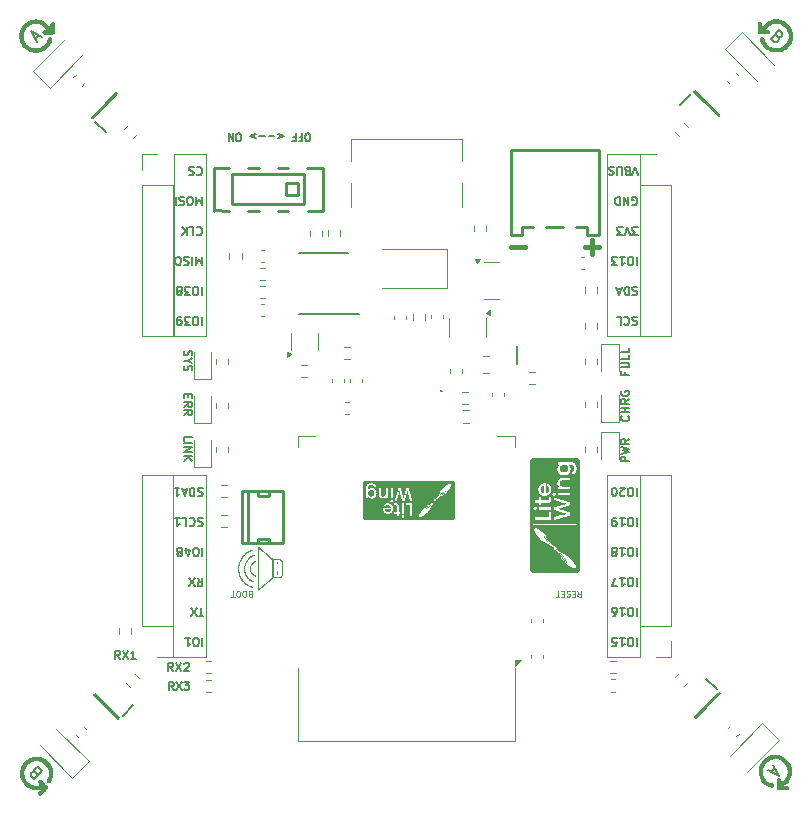
<source format=gto>
%TF.GenerationSoftware,KiCad,Pcbnew,9.0.3*%
%TF.CreationDate,2025-07-30T12:07:42-04:00*%
%TF.ProjectId,LiteWingV2.5C,4c697465-5769-46e6-9756-322e35432e6b,rev?*%
%TF.SameCoordinates,Original*%
%TF.FileFunction,Legend,Top*%
%TF.FilePolarity,Positive*%
%FSLAX46Y46*%
G04 Gerber Fmt 4.6, Leading zero omitted, Abs format (unit mm)*
G04 Created by KiCad (PCBNEW 9.0.3) date 2025-07-30 12:07:42*
%MOMM*%
%LPD*%
G01*
G04 APERTURE LIST*
%ADD10C,0.100000*%
%ADD11C,0.175000*%
%ADD12C,0.381000*%
%ADD13C,0.168275*%
%ADD14C,0.125000*%
%ADD15C,0.158750*%
%ADD16C,0.200000*%
%ADD17C,0.254000*%
%ADD18C,0.120000*%
%ADD19C,0.000000*%
%ADD20C,0.150000*%
G04 APERTURE END LIST*
D10*
X164387500Y-100054000D02*
X167137500Y-100054000D01*
X167137500Y-115414000D01*
X164387500Y-115414000D01*
X164387500Y-100054000D01*
X127621476Y-100054000D02*
X130371476Y-100054000D01*
X130371476Y-115414000D01*
X127621476Y-115414000D01*
X127621476Y-100054000D01*
X127657189Y-72874000D02*
X130407189Y-72874000D01*
X130407189Y-88234000D01*
X127657189Y-88234000D01*
X127657189Y-72874000D01*
X164391500Y-72874000D02*
X167141500Y-72874000D01*
X167141500Y-88234000D01*
X164391500Y-88234000D01*
X164391500Y-72874000D01*
D11*
X123131297Y-115624233D02*
X122897964Y-115290900D01*
X122731297Y-115624233D02*
X122731297Y-114924233D01*
X122731297Y-114924233D02*
X122997964Y-114924233D01*
X122997964Y-114924233D02*
X123064631Y-114957566D01*
X123064631Y-114957566D02*
X123097964Y-114990900D01*
X123097964Y-114990900D02*
X123131297Y-115057566D01*
X123131297Y-115057566D02*
X123131297Y-115157566D01*
X123131297Y-115157566D02*
X123097964Y-115224233D01*
X123097964Y-115224233D02*
X123064631Y-115257566D01*
X123064631Y-115257566D02*
X122997964Y-115290900D01*
X122997964Y-115290900D02*
X122731297Y-115290900D01*
X123364631Y-114924233D02*
X123831297Y-115624233D01*
X123831297Y-114924233D02*
X123364631Y-115624233D01*
X124464631Y-115624233D02*
X124064631Y-115624233D01*
X124264631Y-115624233D02*
X124264631Y-114924233D01*
X124264631Y-114924233D02*
X124197964Y-115024233D01*
X124197964Y-115024233D02*
X124131298Y-115090900D01*
X124131298Y-115090900D02*
X124064631Y-115124233D01*
X166877203Y-108735642D02*
X166877203Y-109435642D01*
X166410537Y-109435642D02*
X166277203Y-109435642D01*
X166277203Y-109435642D02*
X166210537Y-109402309D01*
X166210537Y-109402309D02*
X166143870Y-109335642D01*
X166143870Y-109335642D02*
X166110537Y-109202309D01*
X166110537Y-109202309D02*
X166110537Y-108968976D01*
X166110537Y-108968976D02*
X166143870Y-108835642D01*
X166143870Y-108835642D02*
X166210537Y-108768976D01*
X166210537Y-108768976D02*
X166277203Y-108735642D01*
X166277203Y-108735642D02*
X166410537Y-108735642D01*
X166410537Y-108735642D02*
X166477203Y-108768976D01*
X166477203Y-108768976D02*
X166543870Y-108835642D01*
X166543870Y-108835642D02*
X166577203Y-108968976D01*
X166577203Y-108968976D02*
X166577203Y-109202309D01*
X166577203Y-109202309D02*
X166543870Y-109335642D01*
X166543870Y-109335642D02*
X166477203Y-109402309D01*
X166477203Y-109402309D02*
X166410537Y-109435642D01*
X165443870Y-108735642D02*
X165843870Y-108735642D01*
X165643870Y-108735642D02*
X165643870Y-109435642D01*
X165643870Y-109435642D02*
X165710537Y-109335642D01*
X165710537Y-109335642D02*
X165777204Y-109268976D01*
X165777204Y-109268976D02*
X165843870Y-109235642D01*
X165210537Y-109435642D02*
X164743870Y-109435642D01*
X164743870Y-109435642D02*
X165043870Y-108735642D01*
X129642703Y-74001433D02*
X129676036Y-73968100D01*
X129676036Y-73968100D02*
X129776036Y-73934766D01*
X129776036Y-73934766D02*
X129842703Y-73934766D01*
X129842703Y-73934766D02*
X129942703Y-73968100D01*
X129942703Y-73968100D02*
X130009370Y-74034766D01*
X130009370Y-74034766D02*
X130042703Y-74101433D01*
X130042703Y-74101433D02*
X130076036Y-74234766D01*
X130076036Y-74234766D02*
X130076036Y-74334766D01*
X130076036Y-74334766D02*
X130042703Y-74468100D01*
X130042703Y-74468100D02*
X130009370Y-74534766D01*
X130009370Y-74534766D02*
X129942703Y-74601433D01*
X129942703Y-74601433D02*
X129842703Y-74634766D01*
X129842703Y-74634766D02*
X129776036Y-74634766D01*
X129776036Y-74634766D02*
X129676036Y-74601433D01*
X129676036Y-74601433D02*
X129642703Y-74568100D01*
X129376036Y-73968100D02*
X129276036Y-73934766D01*
X129276036Y-73934766D02*
X129109370Y-73934766D01*
X129109370Y-73934766D02*
X129042703Y-73968100D01*
X129042703Y-73968100D02*
X129009370Y-74001433D01*
X129009370Y-74001433D02*
X128976036Y-74068100D01*
X128976036Y-74068100D02*
X128976036Y-74134766D01*
X128976036Y-74134766D02*
X129009370Y-74201433D01*
X129009370Y-74201433D02*
X129042703Y-74234766D01*
X129042703Y-74234766D02*
X129109370Y-74268100D01*
X129109370Y-74268100D02*
X129242703Y-74301433D01*
X129242703Y-74301433D02*
X129309370Y-74334766D01*
X129309370Y-74334766D02*
X129342703Y-74368100D01*
X129342703Y-74368100D02*
X129376036Y-74434766D01*
X129376036Y-74434766D02*
X129376036Y-74501433D01*
X129376036Y-74501433D02*
X129342703Y-74568100D01*
X129342703Y-74568100D02*
X129309370Y-74601433D01*
X129309370Y-74601433D02*
X129242703Y-74634766D01*
X129242703Y-74634766D02*
X129076036Y-74634766D01*
X129076036Y-74634766D02*
X128976036Y-74601433D01*
D12*
X162517014Y-80762108D02*
X163678157Y-80762108D01*
X163097585Y-81342679D02*
X163097585Y-80181536D01*
D11*
X130042703Y-86634766D02*
X130042703Y-87334766D01*
X129576037Y-87334766D02*
X129442703Y-87334766D01*
X129442703Y-87334766D02*
X129376037Y-87301433D01*
X129376037Y-87301433D02*
X129309370Y-87234766D01*
X129309370Y-87234766D02*
X129276037Y-87101433D01*
X129276037Y-87101433D02*
X129276037Y-86868100D01*
X129276037Y-86868100D02*
X129309370Y-86734766D01*
X129309370Y-86734766D02*
X129376037Y-86668100D01*
X129376037Y-86668100D02*
X129442703Y-86634766D01*
X129442703Y-86634766D02*
X129576037Y-86634766D01*
X129576037Y-86634766D02*
X129642703Y-86668100D01*
X129642703Y-86668100D02*
X129709370Y-86734766D01*
X129709370Y-86734766D02*
X129742703Y-86868100D01*
X129742703Y-86868100D02*
X129742703Y-87101433D01*
X129742703Y-87101433D02*
X129709370Y-87234766D01*
X129709370Y-87234766D02*
X129642703Y-87301433D01*
X129642703Y-87301433D02*
X129576037Y-87334766D01*
X129042704Y-87334766D02*
X128609370Y-87334766D01*
X128609370Y-87334766D02*
X128842704Y-87068100D01*
X128842704Y-87068100D02*
X128742704Y-87068100D01*
X128742704Y-87068100D02*
X128676037Y-87034766D01*
X128676037Y-87034766D02*
X128642704Y-87001433D01*
X128642704Y-87001433D02*
X128609370Y-86934766D01*
X128609370Y-86934766D02*
X128609370Y-86768100D01*
X128609370Y-86768100D02*
X128642704Y-86701433D01*
X128642704Y-86701433D02*
X128676037Y-86668100D01*
X128676037Y-86668100D02*
X128742704Y-86634766D01*
X128742704Y-86634766D02*
X128942704Y-86634766D01*
X128942704Y-86634766D02*
X129009370Y-86668100D01*
X129009370Y-86668100D02*
X129042704Y-86701433D01*
X128276037Y-86634766D02*
X128142703Y-86634766D01*
X128142703Y-86634766D02*
X128076037Y-86668100D01*
X128076037Y-86668100D02*
X128042703Y-86701433D01*
X128042703Y-86701433D02*
X127976037Y-86801433D01*
X127976037Y-86801433D02*
X127942703Y-86934766D01*
X127942703Y-86934766D02*
X127942703Y-87201433D01*
X127942703Y-87201433D02*
X127976037Y-87268100D01*
X127976037Y-87268100D02*
X128009370Y-87301433D01*
X128009370Y-87301433D02*
X128076037Y-87334766D01*
X128076037Y-87334766D02*
X128209370Y-87334766D01*
X128209370Y-87334766D02*
X128276037Y-87301433D01*
X128276037Y-87301433D02*
X128309370Y-87268100D01*
X128309370Y-87268100D02*
X128342703Y-87201433D01*
X128342703Y-87201433D02*
X128342703Y-87034766D01*
X128342703Y-87034766D02*
X128309370Y-86968100D01*
X128309370Y-86968100D02*
X128276037Y-86934766D01*
X128276037Y-86934766D02*
X128209370Y-86901433D01*
X128209370Y-86901433D02*
X128076037Y-86901433D01*
X128076037Y-86901433D02*
X128009370Y-86934766D01*
X128009370Y-86934766D02*
X127976037Y-86968100D01*
X127976037Y-86968100D02*
X127942703Y-87034766D01*
X166877203Y-111275641D02*
X166877203Y-111975641D01*
X166410537Y-111975641D02*
X166277203Y-111975641D01*
X166277203Y-111975641D02*
X166210537Y-111942308D01*
X166210537Y-111942308D02*
X166143870Y-111875641D01*
X166143870Y-111875641D02*
X166110537Y-111742308D01*
X166110537Y-111742308D02*
X166110537Y-111508975D01*
X166110537Y-111508975D02*
X166143870Y-111375641D01*
X166143870Y-111375641D02*
X166210537Y-111308975D01*
X166210537Y-111308975D02*
X166277203Y-111275641D01*
X166277203Y-111275641D02*
X166410537Y-111275641D01*
X166410537Y-111275641D02*
X166477203Y-111308975D01*
X166477203Y-111308975D02*
X166543870Y-111375641D01*
X166543870Y-111375641D02*
X166577203Y-111508975D01*
X166577203Y-111508975D02*
X166577203Y-111742308D01*
X166577203Y-111742308D02*
X166543870Y-111875641D01*
X166543870Y-111875641D02*
X166477203Y-111942308D01*
X166477203Y-111942308D02*
X166410537Y-111975641D01*
X165443870Y-111275641D02*
X165843870Y-111275641D01*
X165643870Y-111275641D02*
X165643870Y-111975641D01*
X165643870Y-111975641D02*
X165710537Y-111875641D01*
X165710537Y-111875641D02*
X165777204Y-111808975D01*
X165777204Y-111808975D02*
X165843870Y-111775641D01*
X164843870Y-111975641D02*
X164977203Y-111975641D01*
X164977203Y-111975641D02*
X165043870Y-111942308D01*
X165043870Y-111942308D02*
X165077203Y-111908975D01*
X165077203Y-111908975D02*
X165143870Y-111808975D01*
X165143870Y-111808975D02*
X165177203Y-111675641D01*
X165177203Y-111675641D02*
X165177203Y-111408975D01*
X165177203Y-111408975D02*
X165143870Y-111342308D01*
X165143870Y-111342308D02*
X165110537Y-111308975D01*
X165110537Y-111308975D02*
X165043870Y-111275641D01*
X165043870Y-111275641D02*
X164910537Y-111275641D01*
X164910537Y-111275641D02*
X164843870Y-111308975D01*
X164843870Y-111308975D02*
X164810537Y-111342308D01*
X164810537Y-111342308D02*
X164777203Y-111408975D01*
X164777203Y-111408975D02*
X164777203Y-111575641D01*
X164777203Y-111575641D02*
X164810537Y-111642308D01*
X164810537Y-111642308D02*
X164843870Y-111675641D01*
X164843870Y-111675641D02*
X164910537Y-111708975D01*
X164910537Y-111708975D02*
X165043870Y-111708975D01*
X165043870Y-111708975D02*
X165110537Y-111675641D01*
X165110537Y-111675641D02*
X165143870Y-111642308D01*
X165143870Y-111642308D02*
X165177203Y-111575641D01*
X165854066Y-91301703D02*
X165854066Y-91535036D01*
X166220733Y-91535036D02*
X165520733Y-91535036D01*
X165520733Y-91535036D02*
X165520733Y-91201703D01*
X165520733Y-90935036D02*
X166087400Y-90935036D01*
X166087400Y-90935036D02*
X166154066Y-90901703D01*
X166154066Y-90901703D02*
X166187400Y-90868369D01*
X166187400Y-90868369D02*
X166220733Y-90801703D01*
X166220733Y-90801703D02*
X166220733Y-90668369D01*
X166220733Y-90668369D02*
X166187400Y-90601703D01*
X166187400Y-90601703D02*
X166154066Y-90568369D01*
X166154066Y-90568369D02*
X166087400Y-90535036D01*
X166087400Y-90535036D02*
X165520733Y-90535036D01*
X166220733Y-89868370D02*
X166220733Y-90201703D01*
X166220733Y-90201703D02*
X165520733Y-90201703D01*
X166220733Y-89301703D02*
X166220733Y-89635036D01*
X166220733Y-89635036D02*
X165520733Y-89635036D01*
D13*
X166957688Y-74631417D02*
X166733321Y-73931417D01*
X166733321Y-73931417D02*
X166508954Y-74631417D01*
X166060221Y-74298084D02*
X165964064Y-74264751D01*
X165964064Y-74264751D02*
X165932011Y-74231417D01*
X165932011Y-74231417D02*
X165899959Y-74164751D01*
X165899959Y-74164751D02*
X165899959Y-74064751D01*
X165899959Y-74064751D02*
X165932011Y-73998084D01*
X165932011Y-73998084D02*
X165964064Y-73964751D01*
X165964064Y-73964751D02*
X166028169Y-73931417D01*
X166028169Y-73931417D02*
X166284588Y-73931417D01*
X166284588Y-73931417D02*
X166284588Y-74631417D01*
X166284588Y-74631417D02*
X166060221Y-74631417D01*
X166060221Y-74631417D02*
X165996116Y-74598084D01*
X165996116Y-74598084D02*
X165964064Y-74564751D01*
X165964064Y-74564751D02*
X165932011Y-74498084D01*
X165932011Y-74498084D02*
X165932011Y-74431417D01*
X165932011Y-74431417D02*
X165964064Y-74364751D01*
X165964064Y-74364751D02*
X165996116Y-74331417D01*
X165996116Y-74331417D02*
X166060221Y-74298084D01*
X166060221Y-74298084D02*
X166284588Y-74298084D01*
X165611488Y-74631417D02*
X165611488Y-74064751D01*
X165611488Y-74064751D02*
X165579435Y-73998084D01*
X165579435Y-73998084D02*
X165547383Y-73964751D01*
X165547383Y-73964751D02*
X165483278Y-73931417D01*
X165483278Y-73931417D02*
X165355069Y-73931417D01*
X165355069Y-73931417D02*
X165290964Y-73964751D01*
X165290964Y-73964751D02*
X165258911Y-73998084D01*
X165258911Y-73998084D02*
X165226859Y-74064751D01*
X165226859Y-74064751D02*
X165226859Y-74631417D01*
X164938388Y-73964751D02*
X164842231Y-73931417D01*
X164842231Y-73931417D02*
X164681969Y-73931417D01*
X164681969Y-73931417D02*
X164617864Y-73964751D01*
X164617864Y-73964751D02*
X164585812Y-73998084D01*
X164585812Y-73998084D02*
X164553759Y-74064751D01*
X164553759Y-74064751D02*
X164553759Y-74131417D01*
X164553759Y-74131417D02*
X164585812Y-74198084D01*
X164585812Y-74198084D02*
X164617864Y-74231417D01*
X164617864Y-74231417D02*
X164681969Y-74264751D01*
X164681969Y-74264751D02*
X164810178Y-74298084D01*
X164810178Y-74298084D02*
X164874283Y-74331417D01*
X164874283Y-74331417D02*
X164906336Y-74364751D01*
X164906336Y-74364751D02*
X164938388Y-74431417D01*
X164938388Y-74431417D02*
X164938388Y-74498084D01*
X164938388Y-74498084D02*
X164906336Y-74564751D01*
X164906336Y-74564751D02*
X164874283Y-74598084D01*
X164874283Y-74598084D02*
X164810178Y-74631417D01*
X164810178Y-74631417D02*
X164649917Y-74631417D01*
X164649917Y-74631417D02*
X164553759Y-74598084D01*
D11*
X130126036Y-101148975D02*
X130026036Y-101115641D01*
X130026036Y-101115641D02*
X129859370Y-101115641D01*
X129859370Y-101115641D02*
X129792703Y-101148975D01*
X129792703Y-101148975D02*
X129759370Y-101182308D01*
X129759370Y-101182308D02*
X129726036Y-101248975D01*
X129726036Y-101248975D02*
X129726036Y-101315641D01*
X129726036Y-101315641D02*
X129759370Y-101382308D01*
X129759370Y-101382308D02*
X129792703Y-101415641D01*
X129792703Y-101415641D02*
X129859370Y-101448975D01*
X129859370Y-101448975D02*
X129992703Y-101482308D01*
X129992703Y-101482308D02*
X130059370Y-101515641D01*
X130059370Y-101515641D02*
X130092703Y-101548975D01*
X130092703Y-101548975D02*
X130126036Y-101615641D01*
X130126036Y-101615641D02*
X130126036Y-101682308D01*
X130126036Y-101682308D02*
X130092703Y-101748975D01*
X130092703Y-101748975D02*
X130059370Y-101782308D01*
X130059370Y-101782308D02*
X129992703Y-101815641D01*
X129992703Y-101815641D02*
X129826036Y-101815641D01*
X129826036Y-101815641D02*
X129726036Y-101782308D01*
X129426036Y-101115641D02*
X129426036Y-101815641D01*
X129426036Y-101815641D02*
X129259369Y-101815641D01*
X129259369Y-101815641D02*
X129159369Y-101782308D01*
X129159369Y-101782308D02*
X129092703Y-101715641D01*
X129092703Y-101715641D02*
X129059369Y-101648975D01*
X129059369Y-101648975D02*
X129026036Y-101515641D01*
X129026036Y-101515641D02*
X129026036Y-101415641D01*
X129026036Y-101415641D02*
X129059369Y-101282308D01*
X129059369Y-101282308D02*
X129092703Y-101215641D01*
X129092703Y-101215641D02*
X129159369Y-101148975D01*
X129159369Y-101148975D02*
X129259369Y-101115641D01*
X129259369Y-101115641D02*
X129426036Y-101115641D01*
X128759369Y-101315641D02*
X128426036Y-101315641D01*
X128826036Y-101115641D02*
X128592703Y-101815641D01*
X128592703Y-101815641D02*
X128359369Y-101115641D01*
X127759369Y-101115641D02*
X128159369Y-101115641D01*
X127959369Y-101115641D02*
X127959369Y-101815641D01*
X127959369Y-101815641D02*
X128026036Y-101715641D01*
X128026036Y-101715641D02*
X128092703Y-101648975D01*
X128092703Y-101648975D02*
X128159369Y-101615641D01*
D14*
X161859502Y-109842690D02*
X162026168Y-110080785D01*
X162145216Y-109842690D02*
X162145216Y-110342690D01*
X162145216Y-110342690D02*
X161954740Y-110342690D01*
X161954740Y-110342690D02*
X161907121Y-110318880D01*
X161907121Y-110318880D02*
X161883311Y-110295071D01*
X161883311Y-110295071D02*
X161859502Y-110247452D01*
X161859502Y-110247452D02*
X161859502Y-110176023D01*
X161859502Y-110176023D02*
X161883311Y-110128404D01*
X161883311Y-110128404D02*
X161907121Y-110104595D01*
X161907121Y-110104595D02*
X161954740Y-110080785D01*
X161954740Y-110080785D02*
X162145216Y-110080785D01*
X161645216Y-110104595D02*
X161478549Y-110104595D01*
X161407121Y-109842690D02*
X161645216Y-109842690D01*
X161645216Y-109842690D02*
X161645216Y-110342690D01*
X161645216Y-110342690D02*
X161407121Y-110342690D01*
X161216644Y-109866500D02*
X161145216Y-109842690D01*
X161145216Y-109842690D02*
X161026168Y-109842690D01*
X161026168Y-109842690D02*
X160978549Y-109866500D01*
X160978549Y-109866500D02*
X160954740Y-109890309D01*
X160954740Y-109890309D02*
X160930930Y-109937928D01*
X160930930Y-109937928D02*
X160930930Y-109985547D01*
X160930930Y-109985547D02*
X160954740Y-110033166D01*
X160954740Y-110033166D02*
X160978549Y-110056976D01*
X160978549Y-110056976D02*
X161026168Y-110080785D01*
X161026168Y-110080785D02*
X161121406Y-110104595D01*
X161121406Y-110104595D02*
X161169025Y-110128404D01*
X161169025Y-110128404D02*
X161192835Y-110152214D01*
X161192835Y-110152214D02*
X161216644Y-110199833D01*
X161216644Y-110199833D02*
X161216644Y-110247452D01*
X161216644Y-110247452D02*
X161192835Y-110295071D01*
X161192835Y-110295071D02*
X161169025Y-110318880D01*
X161169025Y-110318880D02*
X161121406Y-110342690D01*
X161121406Y-110342690D02*
X161002359Y-110342690D01*
X161002359Y-110342690D02*
X160930930Y-110318880D01*
X160716645Y-110104595D02*
X160549978Y-110104595D01*
X160478550Y-109842690D02*
X160716645Y-109842690D01*
X160716645Y-109842690D02*
X160716645Y-110342690D01*
X160716645Y-110342690D02*
X160478550Y-110342690D01*
X160335692Y-110342690D02*
X160049978Y-110342690D01*
X160192835Y-109842690D02*
X160192835Y-110342690D01*
D11*
X130092703Y-113815641D02*
X130092703Y-114515641D01*
X129626037Y-114515641D02*
X129492703Y-114515641D01*
X129492703Y-114515641D02*
X129426037Y-114482308D01*
X129426037Y-114482308D02*
X129359370Y-114415641D01*
X129359370Y-114415641D02*
X129326037Y-114282308D01*
X129326037Y-114282308D02*
X129326037Y-114048975D01*
X129326037Y-114048975D02*
X129359370Y-113915641D01*
X129359370Y-113915641D02*
X129426037Y-113848975D01*
X129426037Y-113848975D02*
X129492703Y-113815641D01*
X129492703Y-113815641D02*
X129626037Y-113815641D01*
X129626037Y-113815641D02*
X129692703Y-113848975D01*
X129692703Y-113848975D02*
X129759370Y-113915641D01*
X129759370Y-113915641D02*
X129792703Y-114048975D01*
X129792703Y-114048975D02*
X129792703Y-114282308D01*
X129792703Y-114282308D02*
X129759370Y-114415641D01*
X129759370Y-114415641D02*
X129692703Y-114482308D01*
X129692703Y-114482308D02*
X129626037Y-114515641D01*
X128659370Y-113815641D02*
X129059370Y-113815641D01*
X128859370Y-113815641D02*
X128859370Y-114515641D01*
X128859370Y-114515641D02*
X128926037Y-114415641D01*
X128926037Y-114415641D02*
X128992704Y-114348975D01*
X128992704Y-114348975D02*
X129059370Y-114315641D01*
X166877203Y-81555642D02*
X166877203Y-82255642D01*
X166410537Y-82255642D02*
X166277203Y-82255642D01*
X166277203Y-82255642D02*
X166210537Y-82222309D01*
X166210537Y-82222309D02*
X166143870Y-82155642D01*
X166143870Y-82155642D02*
X166110537Y-82022309D01*
X166110537Y-82022309D02*
X166110537Y-81788976D01*
X166110537Y-81788976D02*
X166143870Y-81655642D01*
X166143870Y-81655642D02*
X166210537Y-81588976D01*
X166210537Y-81588976D02*
X166277203Y-81555642D01*
X166277203Y-81555642D02*
X166410537Y-81555642D01*
X166410537Y-81555642D02*
X166477203Y-81588976D01*
X166477203Y-81588976D02*
X166543870Y-81655642D01*
X166543870Y-81655642D02*
X166577203Y-81788976D01*
X166577203Y-81788976D02*
X166577203Y-82022309D01*
X166577203Y-82022309D02*
X166543870Y-82155642D01*
X166543870Y-82155642D02*
X166477203Y-82222309D01*
X166477203Y-82222309D02*
X166410537Y-82255642D01*
X165443870Y-81555642D02*
X165843870Y-81555642D01*
X165643870Y-81555642D02*
X165643870Y-82255642D01*
X165643870Y-82255642D02*
X165710537Y-82155642D01*
X165710537Y-82155642D02*
X165777204Y-82088976D01*
X165777204Y-82088976D02*
X165843870Y-82055642D01*
X165210537Y-82255642D02*
X164777203Y-82255642D01*
X164777203Y-82255642D02*
X165010537Y-81988976D01*
X165010537Y-81988976D02*
X164910537Y-81988976D01*
X164910537Y-81988976D02*
X164843870Y-81955642D01*
X164843870Y-81955642D02*
X164810537Y-81922309D01*
X164810537Y-81922309D02*
X164777203Y-81855642D01*
X164777203Y-81855642D02*
X164777203Y-81688976D01*
X164777203Y-81688976D02*
X164810537Y-81622309D01*
X164810537Y-81622309D02*
X164843870Y-81588976D01*
X164843870Y-81588976D02*
X164910537Y-81555642D01*
X164910537Y-81555642D02*
X165110537Y-81555642D01*
X165110537Y-81555642D02*
X165177203Y-81588976D01*
X165177203Y-81588976D02*
X165210537Y-81622309D01*
X166877203Y-113815641D02*
X166877203Y-114515641D01*
X166410537Y-114515641D02*
X166277203Y-114515641D01*
X166277203Y-114515641D02*
X166210537Y-114482308D01*
X166210537Y-114482308D02*
X166143870Y-114415641D01*
X166143870Y-114415641D02*
X166110537Y-114282308D01*
X166110537Y-114282308D02*
X166110537Y-114048975D01*
X166110537Y-114048975D02*
X166143870Y-113915641D01*
X166143870Y-113915641D02*
X166210537Y-113848975D01*
X166210537Y-113848975D02*
X166277203Y-113815641D01*
X166277203Y-113815641D02*
X166410537Y-113815641D01*
X166410537Y-113815641D02*
X166477203Y-113848975D01*
X166477203Y-113848975D02*
X166543870Y-113915641D01*
X166543870Y-113915641D02*
X166577203Y-114048975D01*
X166577203Y-114048975D02*
X166577203Y-114282308D01*
X166577203Y-114282308D02*
X166543870Y-114415641D01*
X166543870Y-114415641D02*
X166477203Y-114482308D01*
X166477203Y-114482308D02*
X166410537Y-114515641D01*
X165443870Y-113815641D02*
X165843870Y-113815641D01*
X165643870Y-113815641D02*
X165643870Y-114515641D01*
X165643870Y-114515641D02*
X165710537Y-114415641D01*
X165710537Y-114415641D02*
X165777204Y-114348975D01*
X165777204Y-114348975D02*
X165843870Y-114315641D01*
X164810537Y-114515641D02*
X165143870Y-114515641D01*
X165143870Y-114515641D02*
X165177203Y-114182308D01*
X165177203Y-114182308D02*
X165143870Y-114215641D01*
X165143870Y-114215641D02*
X165077203Y-114248975D01*
X165077203Y-114248975D02*
X164910537Y-114248975D01*
X164910537Y-114248975D02*
X164843870Y-114215641D01*
X164843870Y-114215641D02*
X164810537Y-114182308D01*
X164810537Y-114182308D02*
X164777203Y-114115641D01*
X164777203Y-114115641D02*
X164777203Y-113948975D01*
X164777203Y-113948975D02*
X164810537Y-113882308D01*
X164810537Y-113882308D02*
X164843870Y-113848975D01*
X164843870Y-113848975D02*
X164910537Y-113815641D01*
X164910537Y-113815641D02*
X165077203Y-113815641D01*
X165077203Y-113815641D02*
X165143870Y-113848975D01*
X165143870Y-113848975D02*
X165177203Y-113882308D01*
D15*
X139088975Y-71757966D02*
X138968022Y-71757966D01*
X138968022Y-71757966D02*
X138907546Y-71727728D01*
X138907546Y-71727728D02*
X138847070Y-71667252D01*
X138847070Y-71667252D02*
X138816832Y-71546300D01*
X138816832Y-71546300D02*
X138816832Y-71334633D01*
X138816832Y-71334633D02*
X138847070Y-71213681D01*
X138847070Y-71213681D02*
X138907546Y-71153205D01*
X138907546Y-71153205D02*
X138968022Y-71122966D01*
X138968022Y-71122966D02*
X139088975Y-71122966D01*
X139088975Y-71122966D02*
X139149451Y-71153205D01*
X139149451Y-71153205D02*
X139209927Y-71213681D01*
X139209927Y-71213681D02*
X139240165Y-71334633D01*
X139240165Y-71334633D02*
X139240165Y-71546300D01*
X139240165Y-71546300D02*
X139209927Y-71667252D01*
X139209927Y-71667252D02*
X139149451Y-71727728D01*
X139149451Y-71727728D02*
X139088975Y-71757966D01*
X138333022Y-71455585D02*
X138544689Y-71455585D01*
X138544689Y-71122966D02*
X138544689Y-71757966D01*
X138544689Y-71757966D02*
X138242308Y-71757966D01*
X137788736Y-71455585D02*
X138000403Y-71455585D01*
X138000403Y-71122966D02*
X138000403Y-71757966D01*
X138000403Y-71757966D02*
X137698022Y-71757966D01*
X136488498Y-71546300D02*
X136972307Y-71364871D01*
X136972307Y-71364871D02*
X136488498Y-71183443D01*
X136186117Y-71364871D02*
X135702308Y-71364871D01*
X135399927Y-71364871D02*
X134916118Y-71364871D01*
X134613737Y-71546300D02*
X134129928Y-71364871D01*
X134129928Y-71364871D02*
X134613737Y-71183443D01*
X133222785Y-71757966D02*
X133101832Y-71757966D01*
X133101832Y-71757966D02*
X133041356Y-71727728D01*
X133041356Y-71727728D02*
X132980880Y-71667252D01*
X132980880Y-71667252D02*
X132950642Y-71546300D01*
X132950642Y-71546300D02*
X132950642Y-71334633D01*
X132950642Y-71334633D02*
X132980880Y-71213681D01*
X132980880Y-71213681D02*
X133041356Y-71153205D01*
X133041356Y-71153205D02*
X133101832Y-71122966D01*
X133101832Y-71122966D02*
X133222785Y-71122966D01*
X133222785Y-71122966D02*
X133283261Y-71153205D01*
X133283261Y-71153205D02*
X133343737Y-71213681D01*
X133343737Y-71213681D02*
X133373975Y-71334633D01*
X133373975Y-71334633D02*
X133373975Y-71546300D01*
X133373975Y-71546300D02*
X133343737Y-71667252D01*
X133343737Y-71667252D02*
X133283261Y-71727728D01*
X133283261Y-71727728D02*
X133222785Y-71757966D01*
X132678499Y-71122966D02*
X132678499Y-71757966D01*
X132678499Y-71757966D02*
X132315642Y-71122966D01*
X132315642Y-71122966D02*
X132315642Y-71757966D01*
D11*
X128562600Y-89520297D02*
X128529266Y-89620297D01*
X128529266Y-89620297D02*
X128529266Y-89786964D01*
X128529266Y-89786964D02*
X128562600Y-89853630D01*
X128562600Y-89853630D02*
X128595933Y-89886964D01*
X128595933Y-89886964D02*
X128662600Y-89920297D01*
X128662600Y-89920297D02*
X128729266Y-89920297D01*
X128729266Y-89920297D02*
X128795933Y-89886964D01*
X128795933Y-89886964D02*
X128829266Y-89853630D01*
X128829266Y-89853630D02*
X128862600Y-89786964D01*
X128862600Y-89786964D02*
X128895933Y-89653630D01*
X128895933Y-89653630D02*
X128929266Y-89586964D01*
X128929266Y-89586964D02*
X128962600Y-89553630D01*
X128962600Y-89553630D02*
X129029266Y-89520297D01*
X129029266Y-89520297D02*
X129095933Y-89520297D01*
X129095933Y-89520297D02*
X129162600Y-89553630D01*
X129162600Y-89553630D02*
X129195933Y-89586964D01*
X129195933Y-89586964D02*
X129229266Y-89653630D01*
X129229266Y-89653630D02*
X129229266Y-89820297D01*
X129229266Y-89820297D02*
X129195933Y-89920297D01*
X128862600Y-90353631D02*
X128529266Y-90353631D01*
X129229266Y-90120297D02*
X128862600Y-90353631D01*
X128862600Y-90353631D02*
X129229266Y-90586964D01*
X128562600Y-90786964D02*
X128529266Y-90886964D01*
X128529266Y-90886964D02*
X128529266Y-91053631D01*
X128529266Y-91053631D02*
X128562600Y-91120297D01*
X128562600Y-91120297D02*
X128595933Y-91153631D01*
X128595933Y-91153631D02*
X128662600Y-91186964D01*
X128662600Y-91186964D02*
X128729266Y-91186964D01*
X128729266Y-91186964D02*
X128795933Y-91153631D01*
X128795933Y-91153631D02*
X128829266Y-91120297D01*
X128829266Y-91120297D02*
X128862600Y-91053631D01*
X128862600Y-91053631D02*
X128895933Y-90920297D01*
X128895933Y-90920297D02*
X128929266Y-90853631D01*
X128929266Y-90853631D02*
X128962600Y-90820297D01*
X128962600Y-90820297D02*
X129029266Y-90786964D01*
X129029266Y-90786964D02*
X129095933Y-90786964D01*
X129095933Y-90786964D02*
X129162600Y-90820297D01*
X129162600Y-90820297D02*
X129195933Y-90853631D01*
X129195933Y-90853631D02*
X129229266Y-90920297D01*
X129229266Y-90920297D02*
X129229266Y-91086964D01*
X129229266Y-91086964D02*
X129195933Y-91186964D01*
X127626297Y-116646233D02*
X127392964Y-116312900D01*
X127226297Y-116646233D02*
X127226297Y-115946233D01*
X127226297Y-115946233D02*
X127492964Y-115946233D01*
X127492964Y-115946233D02*
X127559631Y-115979566D01*
X127559631Y-115979566D02*
X127592964Y-116012900D01*
X127592964Y-116012900D02*
X127626297Y-116079566D01*
X127626297Y-116079566D02*
X127626297Y-116179566D01*
X127626297Y-116179566D02*
X127592964Y-116246233D01*
X127592964Y-116246233D02*
X127559631Y-116279566D01*
X127559631Y-116279566D02*
X127492964Y-116312900D01*
X127492964Y-116312900D02*
X127226297Y-116312900D01*
X127859631Y-115946233D02*
X128326297Y-116646233D01*
X128326297Y-115946233D02*
X127859631Y-116646233D01*
X128559631Y-116012900D02*
X128592964Y-115979566D01*
X128592964Y-115979566D02*
X128659631Y-115946233D01*
X128659631Y-115946233D02*
X128826298Y-115946233D01*
X128826298Y-115946233D02*
X128892964Y-115979566D01*
X128892964Y-115979566D02*
X128926298Y-116012900D01*
X128926298Y-116012900D02*
X128959631Y-116079566D01*
X128959631Y-116079566D02*
X128959631Y-116146233D01*
X128959631Y-116146233D02*
X128926298Y-116246233D01*
X128926298Y-116246233D02*
X128526298Y-116646233D01*
X128526298Y-116646233D02*
X128959631Y-116646233D01*
D16*
X178579694Y-124824647D02*
X178242976Y-125161365D01*
X178445007Y-124555273D02*
X178916411Y-125498082D01*
X178916411Y-125498082D02*
X177973602Y-125026678D01*
D11*
X129692703Y-108735642D02*
X129926036Y-109068976D01*
X130092703Y-108735642D02*
X130092703Y-109435642D01*
X130092703Y-109435642D02*
X129826036Y-109435642D01*
X129826036Y-109435642D02*
X129759370Y-109402309D01*
X129759370Y-109402309D02*
X129726036Y-109368976D01*
X129726036Y-109368976D02*
X129692703Y-109302309D01*
X129692703Y-109302309D02*
X129692703Y-109202309D01*
X129692703Y-109202309D02*
X129726036Y-109135642D01*
X129726036Y-109135642D02*
X129759370Y-109102309D01*
X129759370Y-109102309D02*
X129826036Y-109068976D01*
X129826036Y-109068976D02*
X130092703Y-109068976D01*
X129459370Y-109435642D02*
X128992703Y-108735642D01*
X128992703Y-109435642D02*
X129459370Y-108735642D01*
D14*
X134132549Y-110104595D02*
X134061121Y-110080785D01*
X134061121Y-110080785D02*
X134037311Y-110056976D01*
X134037311Y-110056976D02*
X134013502Y-110009357D01*
X134013502Y-110009357D02*
X134013502Y-109937928D01*
X134013502Y-109937928D02*
X134037311Y-109890309D01*
X134037311Y-109890309D02*
X134061121Y-109866500D01*
X134061121Y-109866500D02*
X134108740Y-109842690D01*
X134108740Y-109842690D02*
X134299216Y-109842690D01*
X134299216Y-109842690D02*
X134299216Y-110342690D01*
X134299216Y-110342690D02*
X134132549Y-110342690D01*
X134132549Y-110342690D02*
X134084930Y-110318880D01*
X134084930Y-110318880D02*
X134061121Y-110295071D01*
X134061121Y-110295071D02*
X134037311Y-110247452D01*
X134037311Y-110247452D02*
X134037311Y-110199833D01*
X134037311Y-110199833D02*
X134061121Y-110152214D01*
X134061121Y-110152214D02*
X134084930Y-110128404D01*
X134084930Y-110128404D02*
X134132549Y-110104595D01*
X134132549Y-110104595D02*
X134299216Y-110104595D01*
X133703978Y-110342690D02*
X133608740Y-110342690D01*
X133608740Y-110342690D02*
X133561121Y-110318880D01*
X133561121Y-110318880D02*
X133513502Y-110271261D01*
X133513502Y-110271261D02*
X133489692Y-110176023D01*
X133489692Y-110176023D02*
X133489692Y-110009357D01*
X133489692Y-110009357D02*
X133513502Y-109914119D01*
X133513502Y-109914119D02*
X133561121Y-109866500D01*
X133561121Y-109866500D02*
X133608740Y-109842690D01*
X133608740Y-109842690D02*
X133703978Y-109842690D01*
X133703978Y-109842690D02*
X133751597Y-109866500D01*
X133751597Y-109866500D02*
X133799216Y-109914119D01*
X133799216Y-109914119D02*
X133823025Y-110009357D01*
X133823025Y-110009357D02*
X133823025Y-110176023D01*
X133823025Y-110176023D02*
X133799216Y-110271261D01*
X133799216Y-110271261D02*
X133751597Y-110318880D01*
X133751597Y-110318880D02*
X133703978Y-110342690D01*
X133180168Y-110342690D02*
X133084930Y-110342690D01*
X133084930Y-110342690D02*
X133037311Y-110318880D01*
X133037311Y-110318880D02*
X132989692Y-110271261D01*
X132989692Y-110271261D02*
X132965882Y-110176023D01*
X132965882Y-110176023D02*
X132965882Y-110009357D01*
X132965882Y-110009357D02*
X132989692Y-109914119D01*
X132989692Y-109914119D02*
X133037311Y-109866500D01*
X133037311Y-109866500D02*
X133084930Y-109842690D01*
X133084930Y-109842690D02*
X133180168Y-109842690D01*
X133180168Y-109842690D02*
X133227787Y-109866500D01*
X133227787Y-109866500D02*
X133275406Y-109914119D01*
X133275406Y-109914119D02*
X133299215Y-110009357D01*
X133299215Y-110009357D02*
X133299215Y-110176023D01*
X133299215Y-110176023D02*
X133275406Y-110271261D01*
X133275406Y-110271261D02*
X133227787Y-110318880D01*
X133227787Y-110318880D02*
X133180168Y-110342690D01*
X132823024Y-110342690D02*
X132537310Y-110342690D01*
X132680167Y-109842690D02*
X132680167Y-110342690D01*
D11*
X166910536Y-86668975D02*
X166810536Y-86635641D01*
X166810536Y-86635641D02*
X166643870Y-86635641D01*
X166643870Y-86635641D02*
X166577203Y-86668975D01*
X166577203Y-86668975D02*
X166543870Y-86702308D01*
X166543870Y-86702308D02*
X166510536Y-86768975D01*
X166510536Y-86768975D02*
X166510536Y-86835641D01*
X166510536Y-86835641D02*
X166543870Y-86902308D01*
X166543870Y-86902308D02*
X166577203Y-86935641D01*
X166577203Y-86935641D02*
X166643870Y-86968975D01*
X166643870Y-86968975D02*
X166777203Y-87002308D01*
X166777203Y-87002308D02*
X166843870Y-87035641D01*
X166843870Y-87035641D02*
X166877203Y-87068975D01*
X166877203Y-87068975D02*
X166910536Y-87135641D01*
X166910536Y-87135641D02*
X166910536Y-87202308D01*
X166910536Y-87202308D02*
X166877203Y-87268975D01*
X166877203Y-87268975D02*
X166843870Y-87302308D01*
X166843870Y-87302308D02*
X166777203Y-87335641D01*
X166777203Y-87335641D02*
X166610536Y-87335641D01*
X166610536Y-87335641D02*
X166510536Y-87302308D01*
X165810536Y-86702308D02*
X165843869Y-86668975D01*
X165843869Y-86668975D02*
X165943869Y-86635641D01*
X165943869Y-86635641D02*
X166010536Y-86635641D01*
X166010536Y-86635641D02*
X166110536Y-86668975D01*
X166110536Y-86668975D02*
X166177203Y-86735641D01*
X166177203Y-86735641D02*
X166210536Y-86802308D01*
X166210536Y-86802308D02*
X166243869Y-86935641D01*
X166243869Y-86935641D02*
X166243869Y-87035641D01*
X166243869Y-87035641D02*
X166210536Y-87168975D01*
X166210536Y-87168975D02*
X166177203Y-87235641D01*
X166177203Y-87235641D02*
X166110536Y-87302308D01*
X166110536Y-87302308D02*
X166010536Y-87335641D01*
X166010536Y-87335641D02*
X165943869Y-87335641D01*
X165943869Y-87335641D02*
X165843869Y-87302308D01*
X165843869Y-87302308D02*
X165810536Y-87268975D01*
X165177203Y-86635641D02*
X165510536Y-86635641D01*
X165510536Y-86635641D02*
X165510536Y-87335641D01*
X130092703Y-106195642D02*
X130092703Y-106895642D01*
X129626037Y-106895642D02*
X129492703Y-106895642D01*
X129492703Y-106895642D02*
X129426037Y-106862309D01*
X129426037Y-106862309D02*
X129359370Y-106795642D01*
X129359370Y-106795642D02*
X129326037Y-106662309D01*
X129326037Y-106662309D02*
X129326037Y-106428976D01*
X129326037Y-106428976D02*
X129359370Y-106295642D01*
X129359370Y-106295642D02*
X129426037Y-106228976D01*
X129426037Y-106228976D02*
X129492703Y-106195642D01*
X129492703Y-106195642D02*
X129626037Y-106195642D01*
X129626037Y-106195642D02*
X129692703Y-106228976D01*
X129692703Y-106228976D02*
X129759370Y-106295642D01*
X129759370Y-106295642D02*
X129792703Y-106428976D01*
X129792703Y-106428976D02*
X129792703Y-106662309D01*
X129792703Y-106662309D02*
X129759370Y-106795642D01*
X129759370Y-106795642D02*
X129692703Y-106862309D01*
X129692703Y-106862309D02*
X129626037Y-106895642D01*
X128726037Y-106662309D02*
X128726037Y-106195642D01*
X128892704Y-106928976D02*
X129059370Y-106428976D01*
X129059370Y-106428976D02*
X128626037Y-106428976D01*
X128259370Y-106595642D02*
X128326037Y-106628976D01*
X128326037Y-106628976D02*
X128359370Y-106662309D01*
X128359370Y-106662309D02*
X128392703Y-106728976D01*
X128392703Y-106728976D02*
X128392703Y-106762309D01*
X128392703Y-106762309D02*
X128359370Y-106828976D01*
X128359370Y-106828976D02*
X128326037Y-106862309D01*
X128326037Y-106862309D02*
X128259370Y-106895642D01*
X128259370Y-106895642D02*
X128126037Y-106895642D01*
X128126037Y-106895642D02*
X128059370Y-106862309D01*
X128059370Y-106862309D02*
X128026037Y-106828976D01*
X128026037Y-106828976D02*
X127992703Y-106762309D01*
X127992703Y-106762309D02*
X127992703Y-106728976D01*
X127992703Y-106728976D02*
X128026037Y-106662309D01*
X128026037Y-106662309D02*
X128059370Y-106628976D01*
X128059370Y-106628976D02*
X128126037Y-106595642D01*
X128126037Y-106595642D02*
X128259370Y-106595642D01*
X128259370Y-106595642D02*
X128326037Y-106562309D01*
X128326037Y-106562309D02*
X128359370Y-106528976D01*
X128359370Y-106528976D02*
X128392703Y-106462309D01*
X128392703Y-106462309D02*
X128392703Y-106328976D01*
X128392703Y-106328976D02*
X128359370Y-106262309D01*
X128359370Y-106262309D02*
X128326037Y-106228976D01*
X128326037Y-106228976D02*
X128259370Y-106195642D01*
X128259370Y-106195642D02*
X128126037Y-106195642D01*
X128126037Y-106195642D02*
X128059370Y-106228976D01*
X128059370Y-106228976D02*
X128026037Y-106262309D01*
X128026037Y-106262309D02*
X127992703Y-106328976D01*
X127992703Y-106328976D02*
X127992703Y-106462309D01*
X127992703Y-106462309D02*
X128026037Y-106528976D01*
X128026037Y-106528976D02*
X128059370Y-106562309D01*
X128059370Y-106562309D02*
X128126037Y-106595642D01*
X166877202Y-103655642D02*
X166877202Y-104355642D01*
X166410536Y-104355642D02*
X166277202Y-104355642D01*
X166277202Y-104355642D02*
X166210536Y-104322309D01*
X166210536Y-104322309D02*
X166143869Y-104255642D01*
X166143869Y-104255642D02*
X166110536Y-104122309D01*
X166110536Y-104122309D02*
X166110536Y-103888976D01*
X166110536Y-103888976D02*
X166143869Y-103755642D01*
X166143869Y-103755642D02*
X166210536Y-103688976D01*
X166210536Y-103688976D02*
X166277202Y-103655642D01*
X166277202Y-103655642D02*
X166410536Y-103655642D01*
X166410536Y-103655642D02*
X166477202Y-103688976D01*
X166477202Y-103688976D02*
X166543869Y-103755642D01*
X166543869Y-103755642D02*
X166577202Y-103888976D01*
X166577202Y-103888976D02*
X166577202Y-104122309D01*
X166577202Y-104122309D02*
X166543869Y-104255642D01*
X166543869Y-104255642D02*
X166477202Y-104322309D01*
X166477202Y-104322309D02*
X166410536Y-104355642D01*
X165443869Y-103655642D02*
X165843869Y-103655642D01*
X165643869Y-103655642D02*
X165643869Y-104355642D01*
X165643869Y-104355642D02*
X165710536Y-104255642D01*
X165710536Y-104255642D02*
X165777203Y-104188976D01*
X165777203Y-104188976D02*
X165843869Y-104155642D01*
X165110536Y-103655642D02*
X164977202Y-103655642D01*
X164977202Y-103655642D02*
X164910536Y-103688976D01*
X164910536Y-103688976D02*
X164877202Y-103722309D01*
X164877202Y-103722309D02*
X164810536Y-103822309D01*
X164810536Y-103822309D02*
X164777202Y-103955642D01*
X164777202Y-103955642D02*
X164777202Y-104222309D01*
X164777202Y-104222309D02*
X164810536Y-104288976D01*
X164810536Y-104288976D02*
X164843869Y-104322309D01*
X164843869Y-104322309D02*
X164910536Y-104355642D01*
X164910536Y-104355642D02*
X165043869Y-104355642D01*
X165043869Y-104355642D02*
X165110536Y-104322309D01*
X165110536Y-104322309D02*
X165143869Y-104288976D01*
X165143869Y-104288976D02*
X165177202Y-104222309D01*
X165177202Y-104222309D02*
X165177202Y-104055642D01*
X165177202Y-104055642D02*
X165143869Y-103988976D01*
X165143869Y-103988976D02*
X165110536Y-103955642D01*
X165110536Y-103955642D02*
X165043869Y-103922309D01*
X165043869Y-103922309D02*
X164910536Y-103922309D01*
X164910536Y-103922309D02*
X164843869Y-103955642D01*
X164843869Y-103955642D02*
X164810536Y-103988976D01*
X164810536Y-103988976D02*
X164777202Y-104055642D01*
X166220733Y-98881702D02*
X165520733Y-98881702D01*
X165520733Y-98881702D02*
X165520733Y-98615035D01*
X165520733Y-98615035D02*
X165554066Y-98548369D01*
X165554066Y-98548369D02*
X165587400Y-98515035D01*
X165587400Y-98515035D02*
X165654066Y-98481702D01*
X165654066Y-98481702D02*
X165754066Y-98481702D01*
X165754066Y-98481702D02*
X165820733Y-98515035D01*
X165820733Y-98515035D02*
X165854066Y-98548369D01*
X165854066Y-98548369D02*
X165887400Y-98615035D01*
X165887400Y-98615035D02*
X165887400Y-98881702D01*
X165520733Y-98248369D02*
X166220733Y-98081702D01*
X166220733Y-98081702D02*
X165720733Y-97948369D01*
X165720733Y-97948369D02*
X166220733Y-97815035D01*
X166220733Y-97815035D02*
X165520733Y-97648369D01*
X166220733Y-96981702D02*
X165887400Y-97215035D01*
X166220733Y-97381702D02*
X165520733Y-97381702D01*
X165520733Y-97381702D02*
X165520733Y-97115035D01*
X165520733Y-97115035D02*
X165554066Y-97048369D01*
X165554066Y-97048369D02*
X165587400Y-97015035D01*
X165587400Y-97015035D02*
X165654066Y-96981702D01*
X165654066Y-96981702D02*
X165754066Y-96981702D01*
X165754066Y-96981702D02*
X165820733Y-97015035D01*
X165820733Y-97015035D02*
X165854066Y-97048369D01*
X165854066Y-97048369D02*
X165887400Y-97115035D01*
X165887400Y-97115035D02*
X165887400Y-97381702D01*
X130126035Y-103688976D02*
X130026035Y-103655642D01*
X130026035Y-103655642D02*
X129859369Y-103655642D01*
X129859369Y-103655642D02*
X129792702Y-103688976D01*
X129792702Y-103688976D02*
X129759369Y-103722309D01*
X129759369Y-103722309D02*
X129726035Y-103788976D01*
X129726035Y-103788976D02*
X129726035Y-103855642D01*
X129726035Y-103855642D02*
X129759369Y-103922309D01*
X129759369Y-103922309D02*
X129792702Y-103955642D01*
X129792702Y-103955642D02*
X129859369Y-103988976D01*
X129859369Y-103988976D02*
X129992702Y-104022309D01*
X129992702Y-104022309D02*
X130059369Y-104055642D01*
X130059369Y-104055642D02*
X130092702Y-104088976D01*
X130092702Y-104088976D02*
X130126035Y-104155642D01*
X130126035Y-104155642D02*
X130126035Y-104222309D01*
X130126035Y-104222309D02*
X130092702Y-104288976D01*
X130092702Y-104288976D02*
X130059369Y-104322309D01*
X130059369Y-104322309D02*
X129992702Y-104355642D01*
X129992702Y-104355642D02*
X129826035Y-104355642D01*
X129826035Y-104355642D02*
X129726035Y-104322309D01*
X129026035Y-103722309D02*
X129059368Y-103688976D01*
X129059368Y-103688976D02*
X129159368Y-103655642D01*
X129159368Y-103655642D02*
X129226035Y-103655642D01*
X129226035Y-103655642D02*
X129326035Y-103688976D01*
X129326035Y-103688976D02*
X129392702Y-103755642D01*
X129392702Y-103755642D02*
X129426035Y-103822309D01*
X129426035Y-103822309D02*
X129459368Y-103955642D01*
X129459368Y-103955642D02*
X129459368Y-104055642D01*
X129459368Y-104055642D02*
X129426035Y-104188976D01*
X129426035Y-104188976D02*
X129392702Y-104255642D01*
X129392702Y-104255642D02*
X129326035Y-104322309D01*
X129326035Y-104322309D02*
X129226035Y-104355642D01*
X129226035Y-104355642D02*
X129159368Y-104355642D01*
X129159368Y-104355642D02*
X129059368Y-104322309D01*
X129059368Y-104322309D02*
X129026035Y-104288976D01*
X128392702Y-103655642D02*
X128726035Y-103655642D01*
X128726035Y-103655642D02*
X128726035Y-104355642D01*
X127792701Y-103655642D02*
X128192701Y-103655642D01*
X127992701Y-103655642D02*
X127992701Y-104355642D01*
X127992701Y-104355642D02*
X128059368Y-104255642D01*
X128059368Y-104255642D02*
X128126035Y-104188976D01*
X128126035Y-104188976D02*
X128192701Y-104155642D01*
X166510535Y-77142309D02*
X166577202Y-77175642D01*
X166577202Y-77175642D02*
X166677202Y-77175642D01*
X166677202Y-77175642D02*
X166777202Y-77142309D01*
X166777202Y-77142309D02*
X166843869Y-77075642D01*
X166843869Y-77075642D02*
X166877202Y-77008976D01*
X166877202Y-77008976D02*
X166910535Y-76875642D01*
X166910535Y-76875642D02*
X166910535Y-76775642D01*
X166910535Y-76775642D02*
X166877202Y-76642309D01*
X166877202Y-76642309D02*
X166843869Y-76575642D01*
X166843869Y-76575642D02*
X166777202Y-76508976D01*
X166777202Y-76508976D02*
X166677202Y-76475642D01*
X166677202Y-76475642D02*
X166610535Y-76475642D01*
X166610535Y-76475642D02*
X166510535Y-76508976D01*
X166510535Y-76508976D02*
X166477202Y-76542309D01*
X166477202Y-76542309D02*
X166477202Y-76775642D01*
X166477202Y-76775642D02*
X166610535Y-76775642D01*
X166177202Y-76475642D02*
X166177202Y-77175642D01*
X166177202Y-77175642D02*
X165777202Y-76475642D01*
X165777202Y-76475642D02*
X165777202Y-77175642D01*
X165443869Y-76475642D02*
X165443869Y-77175642D01*
X165443869Y-77175642D02*
X165277202Y-77175642D01*
X165277202Y-77175642D02*
X165177202Y-77142309D01*
X165177202Y-77142309D02*
X165110536Y-77075642D01*
X165110536Y-77075642D02*
X165077202Y-77008976D01*
X165077202Y-77008976D02*
X165043869Y-76875642D01*
X165043869Y-76875642D02*
X165043869Y-76775642D01*
X165043869Y-76775642D02*
X165077202Y-76642309D01*
X165077202Y-76642309D02*
X165110536Y-76575642D01*
X165110536Y-76575642D02*
X165177202Y-76508976D01*
X165177202Y-76508976D02*
X165277202Y-76475642D01*
X165277202Y-76475642D02*
X165443869Y-76475642D01*
X130192703Y-111975641D02*
X129792703Y-111975641D01*
X129992703Y-111275641D02*
X129992703Y-111975641D01*
X129626037Y-111975641D02*
X129159370Y-111275641D01*
X129159370Y-111975641D02*
X129626037Y-111275641D01*
D16*
X115923305Y-63130352D02*
X116260023Y-62793634D01*
X116057992Y-63399726D02*
X115586588Y-62456917D01*
X115586588Y-62456917D02*
X116529397Y-62928321D01*
D11*
X130042702Y-76474767D02*
X130042702Y-77174767D01*
X130042702Y-77174767D02*
X129809369Y-76674767D01*
X129809369Y-76674767D02*
X129576035Y-77174767D01*
X129576035Y-77174767D02*
X129576035Y-76474767D01*
X129109369Y-77174767D02*
X128976035Y-77174767D01*
X128976035Y-77174767D02*
X128909369Y-77141434D01*
X128909369Y-77141434D02*
X128842702Y-77074767D01*
X128842702Y-77074767D02*
X128809369Y-76941434D01*
X128809369Y-76941434D02*
X128809369Y-76708101D01*
X128809369Y-76708101D02*
X128842702Y-76574767D01*
X128842702Y-76574767D02*
X128909369Y-76508101D01*
X128909369Y-76508101D02*
X128976035Y-76474767D01*
X128976035Y-76474767D02*
X129109369Y-76474767D01*
X129109369Y-76474767D02*
X129176035Y-76508101D01*
X129176035Y-76508101D02*
X129242702Y-76574767D01*
X129242702Y-76574767D02*
X129276035Y-76708101D01*
X129276035Y-76708101D02*
X129276035Y-76941434D01*
X129276035Y-76941434D02*
X129242702Y-77074767D01*
X129242702Y-77074767D02*
X129176035Y-77141434D01*
X129176035Y-77141434D02*
X129109369Y-77174767D01*
X128542702Y-76508101D02*
X128442702Y-76474767D01*
X128442702Y-76474767D02*
X128276036Y-76474767D01*
X128276036Y-76474767D02*
X128209369Y-76508101D01*
X128209369Y-76508101D02*
X128176036Y-76541434D01*
X128176036Y-76541434D02*
X128142702Y-76608101D01*
X128142702Y-76608101D02*
X128142702Y-76674767D01*
X128142702Y-76674767D02*
X128176036Y-76741434D01*
X128176036Y-76741434D02*
X128209369Y-76774767D01*
X128209369Y-76774767D02*
X128276036Y-76808101D01*
X128276036Y-76808101D02*
X128409369Y-76841434D01*
X128409369Y-76841434D02*
X128476036Y-76874767D01*
X128476036Y-76874767D02*
X128509369Y-76908101D01*
X128509369Y-76908101D02*
X128542702Y-76974767D01*
X128542702Y-76974767D02*
X128542702Y-77041434D01*
X128542702Y-77041434D02*
X128509369Y-77108101D01*
X128509369Y-77108101D02*
X128476036Y-77141434D01*
X128476036Y-77141434D02*
X128409369Y-77174767D01*
X128409369Y-77174767D02*
X128242702Y-77174767D01*
X128242702Y-77174767D02*
X128142702Y-77141434D01*
X127842702Y-76474767D02*
X127842702Y-77174767D01*
X166154066Y-95045916D02*
X166187400Y-95079249D01*
X166187400Y-95079249D02*
X166220733Y-95179249D01*
X166220733Y-95179249D02*
X166220733Y-95245916D01*
X166220733Y-95245916D02*
X166187400Y-95345916D01*
X166187400Y-95345916D02*
X166120733Y-95412583D01*
X166120733Y-95412583D02*
X166054066Y-95445916D01*
X166054066Y-95445916D02*
X165920733Y-95479249D01*
X165920733Y-95479249D02*
X165820733Y-95479249D01*
X165820733Y-95479249D02*
X165687400Y-95445916D01*
X165687400Y-95445916D02*
X165620733Y-95412583D01*
X165620733Y-95412583D02*
X165554066Y-95345916D01*
X165554066Y-95345916D02*
X165520733Y-95245916D01*
X165520733Y-95245916D02*
X165520733Y-95179249D01*
X165520733Y-95179249D02*
X165554066Y-95079249D01*
X165554066Y-95079249D02*
X165587400Y-95045916D01*
X166220733Y-94745916D02*
X165520733Y-94745916D01*
X165854066Y-94745916D02*
X165854066Y-94345916D01*
X166220733Y-94345916D02*
X165520733Y-94345916D01*
X166220733Y-93612583D02*
X165887400Y-93845916D01*
X166220733Y-94012583D02*
X165520733Y-94012583D01*
X165520733Y-94012583D02*
X165520733Y-93745916D01*
X165520733Y-93745916D02*
X165554066Y-93679250D01*
X165554066Y-93679250D02*
X165587400Y-93645916D01*
X165587400Y-93645916D02*
X165654066Y-93612583D01*
X165654066Y-93612583D02*
X165754066Y-93612583D01*
X165754066Y-93612583D02*
X165820733Y-93645916D01*
X165820733Y-93645916D02*
X165854066Y-93679250D01*
X165854066Y-93679250D02*
X165887400Y-93745916D01*
X165887400Y-93745916D02*
X165887400Y-94012583D01*
X165554066Y-92945916D02*
X165520733Y-93012583D01*
X165520733Y-93012583D02*
X165520733Y-93112583D01*
X165520733Y-93112583D02*
X165554066Y-93212583D01*
X165554066Y-93212583D02*
X165620733Y-93279250D01*
X165620733Y-93279250D02*
X165687400Y-93312583D01*
X165687400Y-93312583D02*
X165820733Y-93345916D01*
X165820733Y-93345916D02*
X165920733Y-93345916D01*
X165920733Y-93345916D02*
X166054066Y-93312583D01*
X166054066Y-93312583D02*
X166120733Y-93279250D01*
X166120733Y-93279250D02*
X166187400Y-93212583D01*
X166187400Y-93212583D02*
X166220733Y-93112583D01*
X166220733Y-93112583D02*
X166220733Y-93045916D01*
X166220733Y-93045916D02*
X166187400Y-92945916D01*
X166187400Y-92945916D02*
X166154066Y-92912583D01*
X166154066Y-92912583D02*
X165920733Y-92912583D01*
X165920733Y-92912583D02*
X165920733Y-93045916D01*
X128529266Y-97126965D02*
X128529266Y-96793631D01*
X128529266Y-96793631D02*
X129229266Y-96793631D01*
X128529266Y-97360298D02*
X129229266Y-97360298D01*
X128529266Y-97693631D02*
X129229266Y-97693631D01*
X129229266Y-97693631D02*
X128529266Y-98093631D01*
X128529266Y-98093631D02*
X129229266Y-98093631D01*
X128529266Y-98426964D02*
X129229266Y-98426964D01*
X128529266Y-98826964D02*
X128929266Y-98526964D01*
X129229266Y-98826964D02*
X128829266Y-98426964D01*
X128895933Y-93223631D02*
X128895933Y-93456965D01*
X128529266Y-93556965D02*
X128529266Y-93223631D01*
X128529266Y-93223631D02*
X129229266Y-93223631D01*
X129229266Y-93223631D02*
X129229266Y-93556965D01*
X128529266Y-94256964D02*
X128862600Y-94023631D01*
X128529266Y-93856964D02*
X129229266Y-93856964D01*
X129229266Y-93856964D02*
X129229266Y-94123631D01*
X129229266Y-94123631D02*
X129195933Y-94190298D01*
X129195933Y-94190298D02*
X129162600Y-94223631D01*
X129162600Y-94223631D02*
X129095933Y-94256964D01*
X129095933Y-94256964D02*
X128995933Y-94256964D01*
X128995933Y-94256964D02*
X128929266Y-94223631D01*
X128929266Y-94223631D02*
X128895933Y-94190298D01*
X128895933Y-94190298D02*
X128862600Y-94123631D01*
X128862600Y-94123631D02*
X128862600Y-93856964D01*
X128529266Y-94956964D02*
X128862600Y-94723631D01*
X128529266Y-94556964D02*
X129229266Y-94556964D01*
X129229266Y-94556964D02*
X129229266Y-94823631D01*
X129229266Y-94823631D02*
X129195933Y-94890298D01*
X129195933Y-94890298D02*
X129162600Y-94923631D01*
X129162600Y-94923631D02*
X129095933Y-94956964D01*
X129095933Y-94956964D02*
X128995933Y-94956964D01*
X128995933Y-94956964D02*
X128929266Y-94923631D01*
X128929266Y-94923631D02*
X128895933Y-94890298D01*
X128895933Y-94890298D02*
X128862600Y-94823631D01*
X128862600Y-94823631D02*
X128862600Y-94556964D01*
D16*
X115926119Y-125220178D02*
X115858776Y-125085491D01*
X115858776Y-125085491D02*
X115858776Y-125018148D01*
X115858776Y-125018148D02*
X115892447Y-124917133D01*
X115892447Y-124917133D02*
X115993463Y-124816117D01*
X115993463Y-124816117D02*
X116094478Y-124782446D01*
X116094478Y-124782446D02*
X116161821Y-124782446D01*
X116161821Y-124782446D02*
X116262837Y-124816117D01*
X116262837Y-124816117D02*
X116532211Y-125085491D01*
X116532211Y-125085491D02*
X115825104Y-125792598D01*
X115825104Y-125792598D02*
X115589402Y-125556896D01*
X115589402Y-125556896D02*
X115555730Y-125455881D01*
X115555730Y-125455881D02*
X115555730Y-125388537D01*
X115555730Y-125388537D02*
X115589402Y-125287522D01*
X115589402Y-125287522D02*
X115656745Y-125220178D01*
X115656745Y-125220178D02*
X115757760Y-125186507D01*
X115757760Y-125186507D02*
X115825104Y-125186507D01*
X115825104Y-125186507D02*
X115926119Y-125220178D01*
X115926119Y-125220178D02*
X116161821Y-125455881D01*
D11*
X166943870Y-79715642D02*
X166510536Y-79715642D01*
X166510536Y-79715642D02*
X166743870Y-79448976D01*
X166743870Y-79448976D02*
X166643870Y-79448976D01*
X166643870Y-79448976D02*
X166577203Y-79415642D01*
X166577203Y-79415642D02*
X166543870Y-79382309D01*
X166543870Y-79382309D02*
X166510536Y-79315642D01*
X166510536Y-79315642D02*
X166510536Y-79148976D01*
X166510536Y-79148976D02*
X166543870Y-79082309D01*
X166543870Y-79082309D02*
X166577203Y-79048976D01*
X166577203Y-79048976D02*
X166643870Y-79015642D01*
X166643870Y-79015642D02*
X166843870Y-79015642D01*
X166843870Y-79015642D02*
X166910536Y-79048976D01*
X166910536Y-79048976D02*
X166943870Y-79082309D01*
X166310536Y-79715642D02*
X166077203Y-79015642D01*
X166077203Y-79015642D02*
X165843869Y-79715642D01*
X165677203Y-79715642D02*
X165243869Y-79715642D01*
X165243869Y-79715642D02*
X165477203Y-79448976D01*
X165477203Y-79448976D02*
X165377203Y-79448976D01*
X165377203Y-79448976D02*
X165310536Y-79415642D01*
X165310536Y-79415642D02*
X165277203Y-79382309D01*
X165277203Y-79382309D02*
X165243869Y-79315642D01*
X165243869Y-79315642D02*
X165243869Y-79148976D01*
X165243869Y-79148976D02*
X165277203Y-79082309D01*
X165277203Y-79082309D02*
X165310536Y-79048976D01*
X165310536Y-79048976D02*
X165377203Y-79015642D01*
X165377203Y-79015642D02*
X165577203Y-79015642D01*
X165577203Y-79015642D02*
X165643869Y-79048976D01*
X165643869Y-79048976D02*
X165677203Y-79082309D01*
X166910536Y-84128975D02*
X166810536Y-84095641D01*
X166810536Y-84095641D02*
X166643870Y-84095641D01*
X166643870Y-84095641D02*
X166577203Y-84128975D01*
X166577203Y-84128975D02*
X166543870Y-84162308D01*
X166543870Y-84162308D02*
X166510536Y-84228975D01*
X166510536Y-84228975D02*
X166510536Y-84295641D01*
X166510536Y-84295641D02*
X166543870Y-84362308D01*
X166543870Y-84362308D02*
X166577203Y-84395641D01*
X166577203Y-84395641D02*
X166643870Y-84428975D01*
X166643870Y-84428975D02*
X166777203Y-84462308D01*
X166777203Y-84462308D02*
X166843870Y-84495641D01*
X166843870Y-84495641D02*
X166877203Y-84528975D01*
X166877203Y-84528975D02*
X166910536Y-84595641D01*
X166910536Y-84595641D02*
X166910536Y-84662308D01*
X166910536Y-84662308D02*
X166877203Y-84728975D01*
X166877203Y-84728975D02*
X166843870Y-84762308D01*
X166843870Y-84762308D02*
X166777203Y-84795641D01*
X166777203Y-84795641D02*
X166610536Y-84795641D01*
X166610536Y-84795641D02*
X166510536Y-84762308D01*
X166210536Y-84095641D02*
X166210536Y-84795641D01*
X166210536Y-84795641D02*
X166043869Y-84795641D01*
X166043869Y-84795641D02*
X165943869Y-84762308D01*
X165943869Y-84762308D02*
X165877203Y-84695641D01*
X165877203Y-84695641D02*
X165843869Y-84628975D01*
X165843869Y-84628975D02*
X165810536Y-84495641D01*
X165810536Y-84495641D02*
X165810536Y-84395641D01*
X165810536Y-84395641D02*
X165843869Y-84262308D01*
X165843869Y-84262308D02*
X165877203Y-84195641D01*
X165877203Y-84195641D02*
X165943869Y-84128975D01*
X165943869Y-84128975D02*
X166043869Y-84095641D01*
X166043869Y-84095641D02*
X166210536Y-84095641D01*
X165543869Y-84295641D02*
X165210536Y-84295641D01*
X165610536Y-84095641D02*
X165377203Y-84795641D01*
X165377203Y-84795641D02*
X165143869Y-84095641D01*
X166877203Y-106195642D02*
X166877203Y-106895642D01*
X166410537Y-106895642D02*
X166277203Y-106895642D01*
X166277203Y-106895642D02*
X166210537Y-106862309D01*
X166210537Y-106862309D02*
X166143870Y-106795642D01*
X166143870Y-106795642D02*
X166110537Y-106662309D01*
X166110537Y-106662309D02*
X166110537Y-106428976D01*
X166110537Y-106428976D02*
X166143870Y-106295642D01*
X166143870Y-106295642D02*
X166210537Y-106228976D01*
X166210537Y-106228976D02*
X166277203Y-106195642D01*
X166277203Y-106195642D02*
X166410537Y-106195642D01*
X166410537Y-106195642D02*
X166477203Y-106228976D01*
X166477203Y-106228976D02*
X166543870Y-106295642D01*
X166543870Y-106295642D02*
X166577203Y-106428976D01*
X166577203Y-106428976D02*
X166577203Y-106662309D01*
X166577203Y-106662309D02*
X166543870Y-106795642D01*
X166543870Y-106795642D02*
X166477203Y-106862309D01*
X166477203Y-106862309D02*
X166410537Y-106895642D01*
X165443870Y-106195642D02*
X165843870Y-106195642D01*
X165643870Y-106195642D02*
X165643870Y-106895642D01*
X165643870Y-106895642D02*
X165710537Y-106795642D01*
X165710537Y-106795642D02*
X165777204Y-106728976D01*
X165777204Y-106728976D02*
X165843870Y-106695642D01*
X165043870Y-106595642D02*
X165110537Y-106628976D01*
X165110537Y-106628976D02*
X165143870Y-106662309D01*
X165143870Y-106662309D02*
X165177203Y-106728976D01*
X165177203Y-106728976D02*
X165177203Y-106762309D01*
X165177203Y-106762309D02*
X165143870Y-106828976D01*
X165143870Y-106828976D02*
X165110537Y-106862309D01*
X165110537Y-106862309D02*
X165043870Y-106895642D01*
X165043870Y-106895642D02*
X164910537Y-106895642D01*
X164910537Y-106895642D02*
X164843870Y-106862309D01*
X164843870Y-106862309D02*
X164810537Y-106828976D01*
X164810537Y-106828976D02*
X164777203Y-106762309D01*
X164777203Y-106762309D02*
X164777203Y-106728976D01*
X164777203Y-106728976D02*
X164810537Y-106662309D01*
X164810537Y-106662309D02*
X164843870Y-106628976D01*
X164843870Y-106628976D02*
X164910537Y-106595642D01*
X164910537Y-106595642D02*
X165043870Y-106595642D01*
X165043870Y-106595642D02*
X165110537Y-106562309D01*
X165110537Y-106562309D02*
X165143870Y-106528976D01*
X165143870Y-106528976D02*
X165177203Y-106462309D01*
X165177203Y-106462309D02*
X165177203Y-106328976D01*
X165177203Y-106328976D02*
X165143870Y-106262309D01*
X165143870Y-106262309D02*
X165110537Y-106228976D01*
X165110537Y-106228976D02*
X165043870Y-106195642D01*
X165043870Y-106195642D02*
X164910537Y-106195642D01*
X164910537Y-106195642D02*
X164843870Y-106228976D01*
X164843870Y-106228976D02*
X164810537Y-106262309D01*
X164810537Y-106262309D02*
X164777203Y-106328976D01*
X164777203Y-106328976D02*
X164777203Y-106462309D01*
X164777203Y-106462309D02*
X164810537Y-106528976D01*
X164810537Y-106528976D02*
X164843870Y-106562309D01*
X164843870Y-106562309D02*
X164910537Y-106595642D01*
X130042703Y-84094766D02*
X130042703Y-84794766D01*
X129576037Y-84794766D02*
X129442703Y-84794766D01*
X129442703Y-84794766D02*
X129376037Y-84761433D01*
X129376037Y-84761433D02*
X129309370Y-84694766D01*
X129309370Y-84694766D02*
X129276037Y-84561433D01*
X129276037Y-84561433D02*
X129276037Y-84328100D01*
X129276037Y-84328100D02*
X129309370Y-84194766D01*
X129309370Y-84194766D02*
X129376037Y-84128100D01*
X129376037Y-84128100D02*
X129442703Y-84094766D01*
X129442703Y-84094766D02*
X129576037Y-84094766D01*
X129576037Y-84094766D02*
X129642703Y-84128100D01*
X129642703Y-84128100D02*
X129709370Y-84194766D01*
X129709370Y-84194766D02*
X129742703Y-84328100D01*
X129742703Y-84328100D02*
X129742703Y-84561433D01*
X129742703Y-84561433D02*
X129709370Y-84694766D01*
X129709370Y-84694766D02*
X129642703Y-84761433D01*
X129642703Y-84761433D02*
X129576037Y-84794766D01*
X129042704Y-84794766D02*
X128609370Y-84794766D01*
X128609370Y-84794766D02*
X128842704Y-84528100D01*
X128842704Y-84528100D02*
X128742704Y-84528100D01*
X128742704Y-84528100D02*
X128676037Y-84494766D01*
X128676037Y-84494766D02*
X128642704Y-84461433D01*
X128642704Y-84461433D02*
X128609370Y-84394766D01*
X128609370Y-84394766D02*
X128609370Y-84228100D01*
X128609370Y-84228100D02*
X128642704Y-84161433D01*
X128642704Y-84161433D02*
X128676037Y-84128100D01*
X128676037Y-84128100D02*
X128742704Y-84094766D01*
X128742704Y-84094766D02*
X128942704Y-84094766D01*
X128942704Y-84094766D02*
X129009370Y-84128100D01*
X129009370Y-84128100D02*
X129042704Y-84161433D01*
X128209370Y-84494766D02*
X128276037Y-84528100D01*
X128276037Y-84528100D02*
X128309370Y-84561433D01*
X128309370Y-84561433D02*
X128342703Y-84628100D01*
X128342703Y-84628100D02*
X128342703Y-84661433D01*
X128342703Y-84661433D02*
X128309370Y-84728100D01*
X128309370Y-84728100D02*
X128276037Y-84761433D01*
X128276037Y-84761433D02*
X128209370Y-84794766D01*
X128209370Y-84794766D02*
X128076037Y-84794766D01*
X128076037Y-84794766D02*
X128009370Y-84761433D01*
X128009370Y-84761433D02*
X127976037Y-84728100D01*
X127976037Y-84728100D02*
X127942703Y-84661433D01*
X127942703Y-84661433D02*
X127942703Y-84628100D01*
X127942703Y-84628100D02*
X127976037Y-84561433D01*
X127976037Y-84561433D02*
X128009370Y-84528100D01*
X128009370Y-84528100D02*
X128076037Y-84494766D01*
X128076037Y-84494766D02*
X128209370Y-84494766D01*
X128209370Y-84494766D02*
X128276037Y-84461433D01*
X128276037Y-84461433D02*
X128309370Y-84428100D01*
X128309370Y-84428100D02*
X128342703Y-84361433D01*
X128342703Y-84361433D02*
X128342703Y-84228100D01*
X128342703Y-84228100D02*
X128309370Y-84161433D01*
X128309370Y-84161433D02*
X128276037Y-84128100D01*
X128276037Y-84128100D02*
X128209370Y-84094766D01*
X128209370Y-84094766D02*
X128076037Y-84094766D01*
X128076037Y-84094766D02*
X128009370Y-84128100D01*
X128009370Y-84128100D02*
X127976037Y-84161433D01*
X127976037Y-84161433D02*
X127942703Y-84228100D01*
X127942703Y-84228100D02*
X127942703Y-84361433D01*
X127942703Y-84361433D02*
X127976037Y-84428100D01*
X127976037Y-84428100D02*
X128009370Y-84461433D01*
X128009370Y-84461433D02*
X128076037Y-84494766D01*
X130042703Y-81554767D02*
X130042703Y-82254767D01*
X130042703Y-82254767D02*
X129809370Y-81754767D01*
X129809370Y-81754767D02*
X129576036Y-82254767D01*
X129576036Y-82254767D02*
X129576036Y-81554767D01*
X129242703Y-81554767D02*
X129242703Y-82254767D01*
X128942703Y-81588101D02*
X128842703Y-81554767D01*
X128842703Y-81554767D02*
X128676037Y-81554767D01*
X128676037Y-81554767D02*
X128609370Y-81588101D01*
X128609370Y-81588101D02*
X128576037Y-81621434D01*
X128576037Y-81621434D02*
X128542703Y-81688101D01*
X128542703Y-81688101D02*
X128542703Y-81754767D01*
X128542703Y-81754767D02*
X128576037Y-81821434D01*
X128576037Y-81821434D02*
X128609370Y-81854767D01*
X128609370Y-81854767D02*
X128676037Y-81888101D01*
X128676037Y-81888101D02*
X128809370Y-81921434D01*
X128809370Y-81921434D02*
X128876037Y-81954767D01*
X128876037Y-81954767D02*
X128909370Y-81988101D01*
X128909370Y-81988101D02*
X128942703Y-82054767D01*
X128942703Y-82054767D02*
X128942703Y-82121434D01*
X128942703Y-82121434D02*
X128909370Y-82188101D01*
X128909370Y-82188101D02*
X128876037Y-82221434D01*
X128876037Y-82221434D02*
X128809370Y-82254767D01*
X128809370Y-82254767D02*
X128642703Y-82254767D01*
X128642703Y-82254767D02*
X128542703Y-82221434D01*
X128109370Y-82254767D02*
X127976036Y-82254767D01*
X127976036Y-82254767D02*
X127909370Y-82221434D01*
X127909370Y-82221434D02*
X127842703Y-82154767D01*
X127842703Y-82154767D02*
X127809370Y-82021434D01*
X127809370Y-82021434D02*
X127809370Y-81788101D01*
X127809370Y-81788101D02*
X127842703Y-81654767D01*
X127842703Y-81654767D02*
X127909370Y-81588101D01*
X127909370Y-81588101D02*
X127976036Y-81554767D01*
X127976036Y-81554767D02*
X128109370Y-81554767D01*
X128109370Y-81554767D02*
X128176036Y-81588101D01*
X128176036Y-81588101D02*
X128242703Y-81654767D01*
X128242703Y-81654767D02*
X128276036Y-81788101D01*
X128276036Y-81788101D02*
X128276036Y-82021434D01*
X128276036Y-82021434D02*
X128242703Y-82154767D01*
X128242703Y-82154767D02*
X128176036Y-82221434D01*
X128176036Y-82221434D02*
X128109370Y-82254767D01*
D16*
X178831880Y-62956821D02*
X178899223Y-63091508D01*
X178899223Y-63091508D02*
X178899223Y-63158851D01*
X178899223Y-63158851D02*
X178865552Y-63259866D01*
X178865552Y-63259866D02*
X178764536Y-63360882D01*
X178764536Y-63360882D02*
X178663521Y-63394553D01*
X178663521Y-63394553D02*
X178596178Y-63394553D01*
X178596178Y-63394553D02*
X178495162Y-63360882D01*
X178495162Y-63360882D02*
X178225788Y-63091508D01*
X178225788Y-63091508D02*
X178932895Y-62384401D01*
X178932895Y-62384401D02*
X179168597Y-62620103D01*
X179168597Y-62620103D02*
X179202269Y-62721118D01*
X179202269Y-62721118D02*
X179202269Y-62788462D01*
X179202269Y-62788462D02*
X179168597Y-62889477D01*
X179168597Y-62889477D02*
X179101254Y-62956821D01*
X179101254Y-62956821D02*
X179000239Y-62990492D01*
X179000239Y-62990492D02*
X178932895Y-62990492D01*
X178932895Y-62990492D02*
X178831880Y-62956821D01*
X178831880Y-62956821D02*
X178596178Y-62721118D01*
D12*
X156230014Y-80762108D02*
X157391157Y-80762108D01*
D11*
X129642703Y-79081434D02*
X129676036Y-79048101D01*
X129676036Y-79048101D02*
X129776036Y-79014767D01*
X129776036Y-79014767D02*
X129842703Y-79014767D01*
X129842703Y-79014767D02*
X129942703Y-79048101D01*
X129942703Y-79048101D02*
X130009370Y-79114767D01*
X130009370Y-79114767D02*
X130042703Y-79181434D01*
X130042703Y-79181434D02*
X130076036Y-79314767D01*
X130076036Y-79314767D02*
X130076036Y-79414767D01*
X130076036Y-79414767D02*
X130042703Y-79548101D01*
X130042703Y-79548101D02*
X130009370Y-79614767D01*
X130009370Y-79614767D02*
X129942703Y-79681434D01*
X129942703Y-79681434D02*
X129842703Y-79714767D01*
X129842703Y-79714767D02*
X129776036Y-79714767D01*
X129776036Y-79714767D02*
X129676036Y-79681434D01*
X129676036Y-79681434D02*
X129642703Y-79648101D01*
X129009370Y-79014767D02*
X129342703Y-79014767D01*
X129342703Y-79014767D02*
X129342703Y-79714767D01*
X128776036Y-79014767D02*
X128776036Y-79714767D01*
X128376036Y-79014767D02*
X128676036Y-79414767D01*
X128376036Y-79714767D02*
X128776036Y-79314767D01*
X166877203Y-101115641D02*
X166877203Y-101815641D01*
X166410537Y-101815641D02*
X166277203Y-101815641D01*
X166277203Y-101815641D02*
X166210537Y-101782308D01*
X166210537Y-101782308D02*
X166143870Y-101715641D01*
X166143870Y-101715641D02*
X166110537Y-101582308D01*
X166110537Y-101582308D02*
X166110537Y-101348975D01*
X166110537Y-101348975D02*
X166143870Y-101215641D01*
X166143870Y-101215641D02*
X166210537Y-101148975D01*
X166210537Y-101148975D02*
X166277203Y-101115641D01*
X166277203Y-101115641D02*
X166410537Y-101115641D01*
X166410537Y-101115641D02*
X166477203Y-101148975D01*
X166477203Y-101148975D02*
X166543870Y-101215641D01*
X166543870Y-101215641D02*
X166577203Y-101348975D01*
X166577203Y-101348975D02*
X166577203Y-101582308D01*
X166577203Y-101582308D02*
X166543870Y-101715641D01*
X166543870Y-101715641D02*
X166477203Y-101782308D01*
X166477203Y-101782308D02*
X166410537Y-101815641D01*
X165843870Y-101748975D02*
X165810537Y-101782308D01*
X165810537Y-101782308D02*
X165743870Y-101815641D01*
X165743870Y-101815641D02*
X165577204Y-101815641D01*
X165577204Y-101815641D02*
X165510537Y-101782308D01*
X165510537Y-101782308D02*
X165477204Y-101748975D01*
X165477204Y-101748975D02*
X165443870Y-101682308D01*
X165443870Y-101682308D02*
X165443870Y-101615641D01*
X165443870Y-101615641D02*
X165477204Y-101515641D01*
X165477204Y-101515641D02*
X165877204Y-101115641D01*
X165877204Y-101115641D02*
X165443870Y-101115641D01*
X165010537Y-101815641D02*
X164943870Y-101815641D01*
X164943870Y-101815641D02*
X164877203Y-101782308D01*
X164877203Y-101782308D02*
X164843870Y-101748975D01*
X164843870Y-101748975D02*
X164810537Y-101682308D01*
X164810537Y-101682308D02*
X164777203Y-101548975D01*
X164777203Y-101548975D02*
X164777203Y-101382308D01*
X164777203Y-101382308D02*
X164810537Y-101248975D01*
X164810537Y-101248975D02*
X164843870Y-101182308D01*
X164843870Y-101182308D02*
X164877203Y-101148975D01*
X164877203Y-101148975D02*
X164943870Y-101115641D01*
X164943870Y-101115641D02*
X165010537Y-101115641D01*
X165010537Y-101115641D02*
X165077203Y-101148975D01*
X165077203Y-101148975D02*
X165110537Y-101182308D01*
X165110537Y-101182308D02*
X165143870Y-101248975D01*
X165143870Y-101248975D02*
X165177203Y-101382308D01*
X165177203Y-101382308D02*
X165177203Y-101548975D01*
X165177203Y-101548975D02*
X165143870Y-101682308D01*
X165143870Y-101682308D02*
X165110537Y-101748975D01*
X165110537Y-101748975D02*
X165077203Y-101782308D01*
X165077203Y-101782308D02*
X165010537Y-101815641D01*
X127655297Y-118251233D02*
X127421964Y-117917900D01*
X127255297Y-118251233D02*
X127255297Y-117551233D01*
X127255297Y-117551233D02*
X127521964Y-117551233D01*
X127521964Y-117551233D02*
X127588631Y-117584566D01*
X127588631Y-117584566D02*
X127621964Y-117617900D01*
X127621964Y-117617900D02*
X127655297Y-117684566D01*
X127655297Y-117684566D02*
X127655297Y-117784566D01*
X127655297Y-117784566D02*
X127621964Y-117851233D01*
X127621964Y-117851233D02*
X127588631Y-117884566D01*
X127588631Y-117884566D02*
X127521964Y-117917900D01*
X127521964Y-117917900D02*
X127255297Y-117917900D01*
X127888631Y-117551233D02*
X128355297Y-118251233D01*
X128355297Y-117551233D02*
X127888631Y-118251233D01*
X128555298Y-117551233D02*
X128988631Y-117551233D01*
X128988631Y-117551233D02*
X128755298Y-117817900D01*
X128755298Y-117817900D02*
X128855298Y-117817900D01*
X128855298Y-117817900D02*
X128921964Y-117851233D01*
X128921964Y-117851233D02*
X128955298Y-117884566D01*
X128955298Y-117884566D02*
X128988631Y-117951233D01*
X128988631Y-117951233D02*
X128988631Y-118117900D01*
X128988631Y-118117900D02*
X128955298Y-118184566D01*
X128955298Y-118184566D02*
X128921964Y-118217900D01*
X128921964Y-118217900D02*
X128855298Y-118251233D01*
X128855298Y-118251233D02*
X128655298Y-118251233D01*
X128655298Y-118251233D02*
X128588631Y-118217900D01*
X128588631Y-118217900D02*
X128555298Y-118184566D01*
D17*
%TO.C,J14*%
X133461500Y-101429950D02*
X133461500Y-105830050D01*
X133461500Y-105830050D02*
X136961500Y-105830050D01*
X133951000Y-101429950D02*
X133950900Y-105830050D01*
X134801400Y-101789950D02*
X134801400Y-101429350D01*
X134811800Y-105470250D02*
X134811800Y-105830950D01*
X135761000Y-101790250D02*
X134801400Y-101789950D01*
X135761500Y-101469950D02*
X135761000Y-101790250D01*
X135771500Y-105470050D02*
X134811800Y-105470250D01*
X135771900Y-105790350D02*
X135771500Y-105470050D01*
X136961500Y-105830050D02*
X136961500Y-101429950D01*
X136963500Y-101427150D02*
X133463600Y-101427150D01*
D18*
%TO.C,LED4*%
X129400500Y-89611000D02*
X129400500Y-91896000D01*
X129400500Y-91896000D02*
X130870500Y-91896000D01*
X130870500Y-91896000D02*
X130870500Y-89611000D01*
%TO.C,R30*%
X130366242Y-115785500D02*
X130840758Y-115785500D01*
X130366242Y-116830500D02*
X130840758Y-116830500D01*
D19*
%TO.C,G\u002A\u002A\u002A*%
G36*
X159002493Y-101267406D02*
G01*
X159002493Y-101565963D01*
X158989688Y-101563970D01*
X158946887Y-101554535D01*
X158906896Y-101540148D01*
X158870055Y-101521109D01*
X158836706Y-101497718D01*
X158807189Y-101470272D01*
X158781847Y-101439073D01*
X158761022Y-101404419D01*
X158745052Y-101366609D01*
X158738177Y-101343459D01*
X158736160Y-101333992D01*
X158734715Y-101323211D01*
X158733770Y-101310009D01*
X158733254Y-101293280D01*
X158733093Y-101271918D01*
X158733100Y-101265634D01*
X158733217Y-101244935D01*
X158733534Y-101228957D01*
X158734173Y-101216394D01*
X158735258Y-101205943D01*
X158736912Y-101196299D01*
X158739256Y-101186156D01*
X158741322Y-101178257D01*
X158754359Y-101139539D01*
X158771755Y-101103623D01*
X158793091Y-101071010D01*
X158817944Y-101042200D01*
X158845894Y-101017695D01*
X158876519Y-100997995D01*
X158903288Y-100985796D01*
X158923684Y-100979177D01*
X158945631Y-100973836D01*
X158966850Y-100970238D01*
X158985065Y-100968853D01*
X158985795Y-100968850D01*
X159002493Y-100968850D01*
X159002493Y-101267406D01*
G37*
G36*
X160347758Y-106731332D02*
G01*
X160354589Y-106735463D01*
X160364464Y-106742058D01*
X160376523Y-106750503D01*
X160389907Y-106760182D01*
X160403757Y-106770481D01*
X160417213Y-106780787D01*
X160429416Y-106790485D01*
X160431817Y-106792451D01*
X160442909Y-106802011D01*
X160456938Y-106814733D01*
X160472650Y-106829448D01*
X160488795Y-106844983D01*
X160503036Y-106859076D01*
X160558490Y-106919073D01*
X160609300Y-106982805D01*
X160655279Y-107049966D01*
X160696236Y-107120250D01*
X160731981Y-107193353D01*
X160762326Y-107268967D01*
X160768701Y-107287213D01*
X160774519Y-107305350D01*
X160780631Y-107326141D01*
X160786669Y-107348151D01*
X160792262Y-107369951D01*
X160797041Y-107390108D01*
X160800638Y-107407192D01*
X160802497Y-107418280D01*
X160804499Y-107433345D01*
X160795738Y-107418280D01*
X160792122Y-107411932D01*
X160786027Y-107401085D01*
X160777885Y-107386514D01*
X160768129Y-107368996D01*
X160757193Y-107349306D01*
X160745507Y-107328222D01*
X160739821Y-107317948D01*
X160708512Y-107262042D01*
X160678237Y-107209530D01*
X160648464Y-107159613D01*
X160618664Y-107111500D01*
X160588307Y-107064396D01*
X160556861Y-107017506D01*
X160523797Y-106970036D01*
X160488585Y-106921192D01*
X160450693Y-106870179D01*
X160409592Y-106816202D01*
X160375364Y-106772045D01*
X160365052Y-106758684D01*
X160356279Y-106747035D01*
X160349624Y-106737893D01*
X160345666Y-106732048D01*
X160344830Y-106730277D01*
X160347758Y-106731332D01*
G37*
G36*
X159001976Y-104958241D02*
G01*
X159004782Y-104965470D01*
X159008861Y-104976636D01*
X159013887Y-104990852D01*
X159018943Y-105005493D01*
X159049320Y-105090843D01*
X159080234Y-105170570D01*
X159111878Y-105245068D01*
X159144448Y-105314732D01*
X159178137Y-105379954D01*
X159213139Y-105441128D01*
X159249648Y-105498649D01*
X159287859Y-105552909D01*
X159290579Y-105556565D01*
X159344966Y-105625187D01*
X159404842Y-105692884D01*
X159469680Y-105759134D01*
X159538960Y-105823417D01*
X159612155Y-105885214D01*
X159658585Y-105921531D01*
X159670733Y-105930819D01*
X159680953Y-105938750D01*
X159688386Y-105944650D01*
X159692175Y-105947842D01*
X159692482Y-105948200D01*
X159689910Y-105947406D01*
X159682896Y-105944571D01*
X159672488Y-105940133D01*
X159659735Y-105934530D01*
X159658752Y-105934093D01*
X159596069Y-105903119D01*
X159534265Y-105866601D01*
X159473889Y-105825012D01*
X159415491Y-105778824D01*
X159359618Y-105728512D01*
X159306819Y-105674548D01*
X159257644Y-105617404D01*
X159212641Y-105557554D01*
X159199364Y-105538138D01*
X159160363Y-105474864D01*
X159124786Y-105407215D01*
X159092942Y-105335970D01*
X159065141Y-105261913D01*
X159041689Y-105185823D01*
X159022896Y-105108484D01*
X159016160Y-105074128D01*
X159013517Y-105058759D01*
X159010807Y-105041577D01*
X159008161Y-105023601D01*
X159005713Y-105005847D01*
X159003595Y-104989333D01*
X159001939Y-104975074D01*
X159000877Y-104964089D01*
X159000542Y-104957395D01*
X159000766Y-104955836D01*
X159001976Y-104958241D01*
G37*
G36*
X160293663Y-106607434D02*
G01*
X160301279Y-106610626D01*
X160312133Y-106615355D01*
X160325105Y-106621145D01*
X160325679Y-106621403D01*
X160379628Y-106648249D01*
X160434269Y-106680233D01*
X160488714Y-106716676D01*
X160542073Y-106756901D01*
X160593459Y-106800232D01*
X160641981Y-106845989D01*
X160686753Y-106893497D01*
X160695093Y-106903050D01*
X160747137Y-106968038D01*
X160794199Y-107036367D01*
X160836195Y-107107871D01*
X160873049Y-107182387D01*
X160904677Y-107259747D01*
X160930999Y-107339790D01*
X160951935Y-107422351D01*
X160953502Y-107429664D01*
X160956701Y-107445724D01*
X160959990Y-107463845D01*
X160963252Y-107483188D01*
X160966367Y-107502911D01*
X160969218Y-107522176D01*
X160971688Y-107540141D01*
X160973659Y-107555967D01*
X160975013Y-107568813D01*
X160975632Y-107577840D01*
X160975399Y-107582207D01*
X160974901Y-107582357D01*
X160973485Y-107579144D01*
X160970455Y-107571096D01*
X160966123Y-107559088D01*
X160960805Y-107543993D01*
X160954815Y-107526686D01*
X160953248Y-107522114D01*
X160923013Y-107437816D01*
X160891745Y-107358928D01*
X160859173Y-107284882D01*
X160825026Y-107215109D01*
X160789031Y-107149043D01*
X160750919Y-107086115D01*
X160728659Y-107052195D01*
X160676126Y-106979364D01*
X160617733Y-106907840D01*
X160553509Y-106837654D01*
X160483481Y-106768836D01*
X160407680Y-106701416D01*
X160332240Y-106640160D01*
X160318565Y-106629448D01*
X160306837Y-106620128D01*
X160297763Y-106612775D01*
X160292053Y-106607962D01*
X160290407Y-106606264D01*
X160293663Y-106607434D01*
G37*
G36*
X160725726Y-99171472D02*
G01*
X160752909Y-99172485D01*
X160778115Y-99174418D01*
X160799762Y-99177263D01*
X160807310Y-99178704D01*
X160851907Y-99191032D01*
X160893491Y-99208091D01*
X160931733Y-99229580D01*
X160966305Y-99255202D01*
X160996878Y-99284657D01*
X161023126Y-99317646D01*
X161044718Y-99353871D01*
X161061328Y-99393032D01*
X161068447Y-99416577D01*
X161072799Y-99438070D01*
X161075830Y-99462932D01*
X161077455Y-99489211D01*
X161077591Y-99514955D01*
X161076156Y-99538212D01*
X161074220Y-99551710D01*
X161063189Y-99594072D01*
X161046920Y-99633803D01*
X161025728Y-99670608D01*
X160999931Y-99704191D01*
X160969846Y-99734251D01*
X160935789Y-99760495D01*
X160898079Y-99782626D01*
X160857031Y-99800347D01*
X160812962Y-99813359D01*
X160789692Y-99818044D01*
X160767690Y-99820926D01*
X160742112Y-99822858D01*
X160714921Y-99823803D01*
X160688077Y-99823724D01*
X160663540Y-99822584D01*
X160646111Y-99820773D01*
X160600604Y-99811605D01*
X160557742Y-99797549D01*
X160517903Y-99778857D01*
X160481465Y-99755781D01*
X160448807Y-99728574D01*
X160420306Y-99697488D01*
X160396342Y-99662776D01*
X160388613Y-99648893D01*
X160372495Y-99613321D01*
X160361305Y-99577234D01*
X160354799Y-99539477D01*
X160352727Y-99498895D01*
X160353056Y-99482406D01*
X160355404Y-99450401D01*
X160360187Y-99422031D01*
X160367889Y-99395225D01*
X160378995Y-99367918D01*
X160380805Y-99364032D01*
X160395230Y-99336168D01*
X160410737Y-99312127D01*
X160428855Y-99289724D01*
X160443999Y-99273758D01*
X160478167Y-99243757D01*
X160515740Y-99218725D01*
X160556724Y-99198658D01*
X160601126Y-99183552D01*
X160628908Y-99176970D01*
X160648158Y-99174134D01*
X160671767Y-99172281D01*
X160698151Y-99171399D01*
X160725726Y-99171472D01*
G37*
G36*
X160781543Y-98604053D02*
G01*
X160879032Y-98604065D01*
X160971104Y-98604088D01*
X161057836Y-98604122D01*
X161139305Y-98604168D01*
X161215585Y-98604225D01*
X161286754Y-98604292D01*
X161352887Y-98604370D01*
X161414062Y-98604461D01*
X161470353Y-98604563D01*
X161521837Y-98604676D01*
X161568590Y-98604801D01*
X161610691Y-98604939D01*
X161648212Y-98605088D01*
X161681231Y-98605249D01*
X161709825Y-98605422D01*
X161734069Y-98605607D01*
X161754039Y-98605805D01*
X161769813Y-98606015D01*
X161781466Y-98606238D01*
X161789073Y-98606473D01*
X161792576Y-98606702D01*
X161832408Y-98614806D01*
X161870987Y-98628478D01*
X161907701Y-98647297D01*
X161941938Y-98670838D01*
X161973086Y-98698680D01*
X162000530Y-98730399D01*
X162023659Y-98765571D01*
X162024281Y-98766677D01*
X162032187Y-98782648D01*
X162040445Y-98802490D01*
X162048284Y-98824155D01*
X162054929Y-98845591D01*
X162057027Y-98853438D01*
X162057249Y-98854563D01*
X162057461Y-98856231D01*
X162057669Y-98858530D01*
X162057871Y-98861551D01*
X162058066Y-98865380D01*
X162058255Y-98870107D01*
X162058439Y-98875821D01*
X162058616Y-98882611D01*
X162058788Y-98890565D01*
X162058953Y-98899772D01*
X162059115Y-98910321D01*
X162059270Y-98922300D01*
X162059420Y-98935799D01*
X162059565Y-98950906D01*
X162059705Y-98967710D01*
X162059840Y-98986299D01*
X162059970Y-99006763D01*
X162060095Y-99029190D01*
X162060216Y-99053668D01*
X162060332Y-99080288D01*
X162060443Y-99109136D01*
X162060551Y-99140303D01*
X162060654Y-99173877D01*
X162060753Y-99209946D01*
X162060848Y-99248600D01*
X162060939Y-99289926D01*
X162061026Y-99334015D01*
X162061109Y-99380956D01*
X162061189Y-99430835D01*
X162061266Y-99483742D01*
X162061339Y-99539766D01*
X162061409Y-99598996D01*
X162061476Y-99661520D01*
X162061539Y-99727428D01*
X162061600Y-99796808D01*
X162061658Y-99869748D01*
X162061713Y-99946338D01*
X162061766Y-100026666D01*
X162061814Y-100110821D01*
X162061863Y-100198891D01*
X162061908Y-100290967D01*
X162061951Y-100387135D01*
X162061992Y-100487486D01*
X162062031Y-100592107D01*
X162062067Y-100701087D01*
X162062103Y-100814517D01*
X162062136Y-100932484D01*
X162062168Y-101055076D01*
X162062199Y-101182382D01*
X162062227Y-101314492D01*
X162062256Y-101451494D01*
X162062282Y-101593477D01*
X162062308Y-101740529D01*
X162062333Y-101892740D01*
X162062356Y-102050198D01*
X162062379Y-102212992D01*
X162062402Y-102381210D01*
X162062424Y-102554943D01*
X162062446Y-102734275D01*
X162062467Y-102919301D01*
X162062488Y-103110105D01*
X162062509Y-103306778D01*
X162062524Y-103463654D01*
X162062541Y-103630070D01*
X162062553Y-103795067D01*
X162062561Y-103958542D01*
X162062567Y-104120391D01*
X162062567Y-104280510D01*
X162062567Y-104438794D01*
X162062563Y-104595140D01*
X162062555Y-104749444D01*
X162062543Y-104901603D01*
X162062530Y-105051510D01*
X162062513Y-105199065D01*
X162062493Y-105344161D01*
X162062471Y-105486696D01*
X162062445Y-105626565D01*
X162062416Y-105763664D01*
X162062385Y-105897890D01*
X162062351Y-106029137D01*
X162062314Y-106157304D01*
X162062275Y-106282285D01*
X162062233Y-106403976D01*
X162062188Y-106522275D01*
X162062141Y-106637076D01*
X162062091Y-106748275D01*
X162062039Y-106855770D01*
X162061985Y-106959456D01*
X162061928Y-107059228D01*
X162061869Y-107154984D01*
X162061808Y-107246619D01*
X162061744Y-107334029D01*
X162061679Y-107417110D01*
X162061612Y-107495758D01*
X162061542Y-107569870D01*
X162061471Y-107639341D01*
X162061397Y-107704067D01*
X162061322Y-107763945D01*
X162061244Y-107818871D01*
X162061165Y-107868740D01*
X162061084Y-107913449D01*
X162061002Y-107952893D01*
X162060919Y-107986970D01*
X162060832Y-108015574D01*
X162060744Y-108038602D01*
X162060655Y-108055950D01*
X162060565Y-108067514D01*
X162060473Y-108073190D01*
X162060443Y-108073753D01*
X162058321Y-108086217D01*
X162054995Y-108101533D01*
X162051102Y-108116816D01*
X162050197Y-108120013D01*
X162035539Y-108160071D01*
X162015833Y-108197270D01*
X161991522Y-108231234D01*
X161963049Y-108261586D01*
X161930858Y-108287949D01*
X161895392Y-108309947D01*
X161857094Y-108327203D01*
X161816406Y-108339340D01*
X161785853Y-108344702D01*
X161781127Y-108344917D01*
X161770577Y-108345125D01*
X161754406Y-108345326D01*
X161732817Y-108345519D01*
X161706012Y-108345705D01*
X161674195Y-108345883D01*
X161637567Y-108346054D01*
X161599741Y-108346204D01*
X161596331Y-108346219D01*
X161550690Y-108346374D01*
X161500847Y-108346523D01*
X161447004Y-108346664D01*
X161389364Y-108346798D01*
X161328129Y-108346925D01*
X161263502Y-108347044D01*
X161195686Y-108347156D01*
X161124883Y-108347261D01*
X161051296Y-108347358D01*
X160975127Y-108347448D01*
X160896580Y-108347530D01*
X160815856Y-108347605D01*
X160733159Y-108347673D01*
X160648691Y-108347733D01*
X160562654Y-108347785D01*
X160475252Y-108347831D01*
X160386686Y-108347870D01*
X160297160Y-108347901D01*
X160206876Y-108347924D01*
X160116037Y-108347940D01*
X160024846Y-108347949D01*
X159955702Y-108347950D01*
X159933504Y-108347950D01*
X159842215Y-108347944D01*
X159806127Y-108347939D01*
X159751181Y-108347931D01*
X159660606Y-108347910D01*
X159570690Y-108347882D01*
X159481638Y-108347846D01*
X159393652Y-108347803D01*
X159306934Y-108347753D01*
X159221685Y-108347695D01*
X159138112Y-108347630D01*
X159056416Y-108347558D01*
X158976798Y-108347478D01*
X158899461Y-108347391D01*
X158824607Y-108347297D01*
X158752442Y-108347195D01*
X158683166Y-108347086D01*
X158616981Y-108346970D01*
X158554091Y-108346846D01*
X158494699Y-108346715D01*
X158439006Y-108346576D01*
X158387216Y-108346431D01*
X158339530Y-108346276D01*
X158296153Y-108346117D01*
X158257286Y-108345949D01*
X158223132Y-108345773D01*
X158193893Y-108345591D01*
X158169774Y-108345401D01*
X158150974Y-108345204D01*
X158137698Y-108344999D01*
X158131722Y-108344830D01*
X158130148Y-108344787D01*
X158128630Y-108344684D01*
X158085862Y-108336547D01*
X158045487Y-108323107D01*
X158007868Y-108304729D01*
X157973367Y-108281783D01*
X157942347Y-108254635D01*
X157915171Y-108223655D01*
X157892199Y-108189212D01*
X157873795Y-108151672D01*
X157860322Y-108111405D01*
X157852143Y-108068778D01*
X157851485Y-108063073D01*
X157851356Y-108058844D01*
X157851228Y-108048716D01*
X157851103Y-108032816D01*
X157850981Y-108011270D01*
X157850863Y-107984206D01*
X157850747Y-107951751D01*
X157850634Y-107914030D01*
X157850524Y-107871172D01*
X157850416Y-107823303D01*
X157850312Y-107770551D01*
X157850210Y-107713040D01*
X157850112Y-107650901D01*
X157850016Y-107584257D01*
X157849923Y-107513238D01*
X157849832Y-107437969D01*
X157849746Y-107358577D01*
X157849661Y-107275190D01*
X157849579Y-107187934D01*
X157849500Y-107096937D01*
X157849424Y-107002324D01*
X157849351Y-106904223D01*
X157849280Y-106802762D01*
X157849213Y-106698066D01*
X157849148Y-106590262D01*
X157849086Y-106479479D01*
X157849053Y-106415960D01*
X159991596Y-106415960D01*
X159994204Y-106416442D01*
X159999906Y-106417910D01*
X160009666Y-106421938D01*
X160022387Y-106427957D01*
X160036976Y-106435400D01*
X160052336Y-106443701D01*
X160067376Y-106452292D01*
X160080998Y-106460604D01*
X160087058Y-106464561D01*
X160133014Y-106498737D01*
X160177751Y-106538538D01*
X160221027Y-106583641D01*
X160262603Y-106633725D01*
X160302236Y-106688469D01*
X160339686Y-106747551D01*
X160374710Y-106810649D01*
X160407069Y-106877441D01*
X160421524Y-106910582D01*
X160442115Y-106957993D01*
X160462134Y-107000779D01*
X160482305Y-107040207D01*
X160503351Y-107077538D01*
X160525996Y-107114034D01*
X160550963Y-107150958D01*
X160578977Y-107189573D01*
X160589223Y-107203179D01*
X160627808Y-107251806D01*
X160671086Y-107302378D01*
X160718350Y-107354176D01*
X160768889Y-107406481D01*
X160821993Y-107458573D01*
X160876953Y-107509732D01*
X160933057Y-107559240D01*
X160977854Y-107596822D01*
X161032987Y-107640956D01*
X161088590Y-107683464D01*
X161144212Y-107724063D01*
X161199401Y-107762471D01*
X161253706Y-107798405D01*
X161306675Y-107831583D01*
X161357857Y-107861721D01*
X161406801Y-107888537D01*
X161453054Y-107911749D01*
X161496164Y-107931074D01*
X161535683Y-107946229D01*
X161536467Y-107946499D01*
X161551693Y-107951519D01*
X161563643Y-107954725D01*
X161574646Y-107956521D01*
X161587028Y-107957312D01*
X161599741Y-107957494D01*
X161614093Y-107957455D01*
X161624438Y-107956912D01*
X161632797Y-107955427D01*
X161641188Y-107952560D01*
X161651632Y-107947869D01*
X161658075Y-107944790D01*
X161675344Y-107935615D01*
X161689520Y-107925749D01*
X161703398Y-107913216D01*
X161704970Y-107911646D01*
X161723858Y-107889307D01*
X161736891Y-107866004D01*
X161744150Y-107841400D01*
X161745712Y-107815159D01*
X161741661Y-107786944D01*
X161737886Y-107773053D01*
X161728599Y-107747230D01*
X161715563Y-107717435D01*
X161699077Y-107684158D01*
X161679441Y-107647889D01*
X161656955Y-107609120D01*
X161631920Y-107568340D01*
X161604634Y-107526040D01*
X161575396Y-107482711D01*
X161544510Y-107438844D01*
X161512272Y-107394926D01*
X161484315Y-107358290D01*
X161471196Y-107341661D01*
X161454914Y-107321427D01*
X161436253Y-107298534D01*
X161415999Y-107273928D01*
X161394939Y-107248555D01*
X161373858Y-107223361D01*
X161353541Y-107199291D01*
X161334776Y-107177293D01*
X161318346Y-107158312D01*
X161315749Y-107155347D01*
X161244097Y-107078025D01*
X161169404Y-107005876D01*
X161091499Y-106938772D01*
X161010209Y-106876587D01*
X160925362Y-106819192D01*
X160836784Y-106766461D01*
X160744303Y-106718266D01*
X160687372Y-106691698D01*
X160606111Y-106653404D01*
X160529648Y-106613400D01*
X160458140Y-106571798D01*
X160391747Y-106528710D01*
X160330626Y-106484244D01*
X160274937Y-106438513D01*
X160224837Y-106391627D01*
X160180484Y-106343696D01*
X160167045Y-106327557D01*
X160157729Y-106315529D01*
X160148032Y-106302189D01*
X160140942Y-106291769D01*
X160134806Y-106282696D01*
X160130937Y-106278244D01*
X160128638Y-106277787D01*
X160127514Y-106279717D01*
X160114504Y-106309051D01*
X160096853Y-106336556D01*
X160075413Y-106361324D01*
X160051037Y-106382446D01*
X160024577Y-106399016D01*
X160008852Y-106406089D01*
X159998516Y-106410485D01*
X159992606Y-106413887D01*
X159991596Y-106415960D01*
X157849053Y-106415960D01*
X157849027Y-106365842D01*
X157848976Y-106259698D01*
X159841437Y-106259698D01*
X159845421Y-106284906D01*
X159854714Y-106309110D01*
X159869332Y-106331544D01*
X159875314Y-106338415D01*
X159890435Y-106352959D01*
X159905565Y-106363509D01*
X159923077Y-106371613D01*
X159930180Y-106374147D01*
X159955703Y-106379710D01*
X159981369Y-106379668D01*
X160006353Y-106374358D01*
X160029826Y-106364124D01*
X160050958Y-106349304D01*
X160068921Y-106330239D01*
X160080278Y-106312491D01*
X160090864Y-106286564D01*
X160095446Y-106260232D01*
X160094017Y-106233547D01*
X160091554Y-106221981D01*
X160082106Y-106197101D01*
X160067807Y-106174886D01*
X160049427Y-106156025D01*
X160027736Y-106141211D01*
X160003505Y-106131133D01*
X159986054Y-106127350D01*
X159959900Y-106126649D01*
X159933922Y-106131436D01*
X159909364Y-106141286D01*
X159887468Y-106155774D01*
X159878342Y-106164176D01*
X159861217Y-106185727D01*
X159849349Y-106209342D01*
X159842751Y-106234255D01*
X159841437Y-106259698D01*
X157848976Y-106259698D01*
X157848971Y-106249479D01*
X157848917Y-106130516D01*
X157848867Y-106009080D01*
X157848818Y-105885298D01*
X157848773Y-105759297D01*
X157848731Y-105631205D01*
X157848692Y-105501148D01*
X157848655Y-105369251D01*
X157848621Y-105235643D01*
X157848590Y-105100451D01*
X157848562Y-104963802D01*
X157848536Y-104825822D01*
X157848513Y-104686638D01*
X157848512Y-104679471D01*
X158190389Y-104679471D01*
X158191517Y-104697111D01*
X158195521Y-104717741D01*
X158198214Y-104728389D01*
X158205768Y-104751637D01*
X158217054Y-104778949D01*
X158231806Y-104809879D01*
X158249757Y-104843983D01*
X158270642Y-104880816D01*
X158294192Y-104919933D01*
X158320143Y-104960889D01*
X158348226Y-105003241D01*
X158378177Y-105046544D01*
X158409728Y-105090350D01*
X158437002Y-105126858D01*
X158451077Y-105145035D01*
X158468290Y-105166697D01*
X158487964Y-105191035D01*
X158509425Y-105217242D01*
X158531993Y-105244508D01*
X158554997Y-105272027D01*
X158577758Y-105298991D01*
X158599602Y-105324591D01*
X158619851Y-105348020D01*
X158637832Y-105368470D01*
X158652866Y-105385132D01*
X158655039Y-105387485D01*
X158725330Y-105459563D01*
X158797878Y-105526502D01*
X158873134Y-105588619D01*
X158951548Y-105646239D01*
X159033571Y-105699682D01*
X159119656Y-105749269D01*
X159210251Y-105795322D01*
X159260110Y-105818343D01*
X159340630Y-105856403D01*
X159416810Y-105896675D01*
X159488377Y-105938984D01*
X159555056Y-105983149D01*
X159616577Y-106028994D01*
X159672665Y-106076341D01*
X159710628Y-106112354D01*
X159728697Y-106131096D01*
X159746873Y-106151162D01*
X159764109Y-106171316D01*
X159779361Y-106190323D01*
X159791583Y-106206948D01*
X159795043Y-106212117D01*
X159806128Y-106229251D01*
X159820533Y-106200231D01*
X159837165Y-106172513D01*
X159857944Y-106147305D01*
X159881799Y-106125702D01*
X159907660Y-106108801D01*
X159912030Y-106106548D01*
X159923594Y-106101050D01*
X159933476Y-106096785D01*
X159940206Y-106094368D01*
X159941909Y-106094045D01*
X159944871Y-106093602D01*
X159944144Y-106092066D01*
X159939235Y-106089133D01*
X159929646Y-106084495D01*
X159917825Y-106079152D01*
X159881610Y-106060561D01*
X159844309Y-106036711D01*
X159806518Y-106008126D01*
X159768835Y-105975333D01*
X159731854Y-105938859D01*
X159696173Y-105899230D01*
X159662388Y-105856970D01*
X159655398Y-105847549D01*
X159639546Y-105829642D01*
X159633727Y-105825120D01*
X159625018Y-105818351D01*
X159632221Y-105818351D01*
X159633727Y-105819858D01*
X159635234Y-105818351D01*
X159633727Y-105816845D01*
X159632221Y-105818351D01*
X159625018Y-105818351D01*
X159619538Y-105814092D01*
X159619527Y-105814084D01*
X159572473Y-105780307D01*
X159525596Y-105741226D01*
X159479546Y-105697545D01*
X159434977Y-105649969D01*
X159392540Y-105599200D01*
X159352888Y-105545944D01*
X159316673Y-105490902D01*
X159310290Y-105480393D01*
X159288753Y-105442335D01*
X159267588Y-105400925D01*
X159247532Y-105357811D01*
X159229319Y-105314636D01*
X159213687Y-105273047D01*
X159203332Y-105241353D01*
X159198239Y-105223648D01*
X159193224Y-105204858D01*
X159188529Y-105186041D01*
X159184396Y-105168259D01*
X159181067Y-105152571D01*
X159178782Y-105140040D01*
X159177784Y-105131725D01*
X159177839Y-105129509D01*
X159179489Y-105130078D01*
X159183603Y-105135601D01*
X159189919Y-105145657D01*
X159198174Y-105159826D01*
X159208104Y-105177689D01*
X159208718Y-105178814D01*
X159244170Y-105243182D01*
X159277903Y-105302845D01*
X159310483Y-105358676D01*
X159342477Y-105411544D01*
X159374449Y-105462321D01*
X159406967Y-105511880D01*
X159440596Y-105561091D01*
X159475902Y-105610826D01*
X159513451Y-105661956D01*
X159553808Y-105715352D01*
X159575688Y-105743778D01*
X159589455Y-105761515D01*
X159602020Y-105777601D01*
X159612917Y-105791445D01*
X159621676Y-105802458D01*
X159627832Y-105810049D01*
X159630917Y-105813629D01*
X159631171Y-105813832D01*
X159630268Y-105811562D01*
X159626694Y-105805591D01*
X159621202Y-105797172D01*
X159620754Y-105796507D01*
X159605809Y-105773049D01*
X159589494Y-105745133D01*
X159572441Y-105713980D01*
X159555283Y-105680816D01*
X159538652Y-105646864D01*
X159523181Y-105613349D01*
X159509501Y-105581494D01*
X159508874Y-105579963D01*
X159484171Y-105523750D01*
X159456462Y-105468908D01*
X159425355Y-105414844D01*
X159390457Y-105360969D01*
X159351377Y-105306688D01*
X159307724Y-105251414D01*
X159259104Y-105194553D01*
X159237555Y-105170546D01*
X159182512Y-105112310D01*
X159123276Y-105053891D01*
X159060557Y-104995841D01*
X158995061Y-104938713D01*
X158927499Y-104883058D01*
X158858578Y-104829428D01*
X158789007Y-104778376D01*
X158719493Y-104730454D01*
X158650748Y-104686214D01*
X158583476Y-104646208D01*
X158521912Y-104612799D01*
X158479155Y-104591627D01*
X158440813Y-104574461D01*
X158406822Y-104561277D01*
X158377117Y-104552050D01*
X158351632Y-104546760D01*
X158333160Y-104545338D01*
X158309844Y-104548104D01*
X158285987Y-104555900D01*
X158262755Y-104567974D01*
X158241306Y-104583576D01*
X158222802Y-104601955D01*
X158208404Y-104622358D01*
X158205442Y-104627972D01*
X158197232Y-104646555D01*
X158192255Y-104663170D01*
X158190389Y-104679471D01*
X157848512Y-104679471D01*
X157848493Y-104546378D01*
X157848476Y-104405168D01*
X157848462Y-104263134D01*
X157848453Y-104159668D01*
X158131722Y-104159668D01*
X158131722Y-104203357D01*
X158131722Y-104247048D01*
X159956123Y-104247047D01*
X161780524Y-104247047D01*
X161780525Y-104203357D01*
X161780524Y-104159668D01*
X159956123Y-104159668D01*
X159891343Y-104159668D01*
X158276349Y-104159668D01*
X158131722Y-104159668D01*
X157848453Y-104159668D01*
X157848450Y-104120406D01*
X157848442Y-103977106D01*
X157848436Y-103833365D01*
X157848432Y-103689309D01*
X157848432Y-103620332D01*
X158276349Y-103620332D01*
X158276349Y-103733322D01*
X158276349Y-103846311D01*
X158958804Y-103846311D01*
X159641260Y-103846311D01*
X159641260Y-103502824D01*
X159641260Y-103159336D01*
X159550868Y-103159336D01*
X159460477Y-103159336D01*
X159460477Y-103389834D01*
X159460477Y-103620332D01*
X158868413Y-103620332D01*
X158559575Y-103620332D01*
X158285663Y-103620332D01*
X158276349Y-103620332D01*
X157848432Y-103620332D01*
X157848432Y-103545065D01*
X157848434Y-103400758D01*
X157848439Y-103256517D01*
X157848447Y-103112469D01*
X157848458Y-102968739D01*
X157848468Y-102863998D01*
X158128853Y-102863998D01*
X158131901Y-102890721D01*
X158139302Y-102915918D01*
X158147668Y-102932917D01*
X158164520Y-102955595D01*
X158184853Y-102973969D01*
X158207901Y-102987931D01*
X158232896Y-102997371D01*
X158259073Y-103002182D01*
X158285663Y-103002254D01*
X158311902Y-102997480D01*
X158337020Y-102987752D01*
X158360253Y-102972960D01*
X158370151Y-102964373D01*
X158386208Y-102947276D01*
X158397924Y-102930227D01*
X158406614Y-102911184D01*
X158409131Y-102903836D01*
X158413199Y-102884926D01*
X158414792Y-102863070D01*
X158414652Y-102859538D01*
X158559575Y-102859538D01*
X158559575Y-102972527D01*
X159100417Y-102972527D01*
X159641260Y-102972527D01*
X159641260Y-102859538D01*
X159641260Y-102768388D01*
X159891278Y-102768388D01*
X159892064Y-102895126D01*
X159892849Y-103021863D01*
X160445000Y-103174087D01*
X160501126Y-103189576D01*
X160555644Y-103204652D01*
X160608273Y-103219235D01*
X160658734Y-103233251D01*
X160706748Y-103246616D01*
X160752034Y-103259253D01*
X160794314Y-103271085D01*
X160833307Y-103282031D01*
X160868734Y-103292014D01*
X160900314Y-103300955D01*
X160927771Y-103308775D01*
X160950822Y-103315395D01*
X160969188Y-103320737D01*
X160982590Y-103324723D01*
X160990748Y-103327273D01*
X160993384Y-103328309D01*
X160993375Y-103328315D01*
X160990111Y-103329253D01*
X160981294Y-103331599D01*
X160967213Y-103335282D01*
X160948152Y-103340227D01*
X160924404Y-103346360D01*
X160896253Y-103353608D01*
X160863988Y-103361897D01*
X160827896Y-103371152D01*
X160788266Y-103381302D01*
X160745385Y-103392270D01*
X160699540Y-103403985D01*
X160651020Y-103416372D01*
X160600112Y-103429358D01*
X160547104Y-103442868D01*
X160492283Y-103456829D01*
X160440471Y-103470014D01*
X159891343Y-103609707D01*
X159891342Y-103729145D01*
X159891343Y-103848583D01*
X159916199Y-103841488D01*
X159921411Y-103840008D01*
X159932151Y-103836965D01*
X159948146Y-103832433D01*
X159969126Y-103826491D01*
X159994817Y-103819217D01*
X160024951Y-103810686D01*
X160059254Y-103800976D01*
X160097457Y-103790163D01*
X160139287Y-103778323D01*
X160184472Y-103765534D01*
X160232742Y-103751873D01*
X160283826Y-103737417D01*
X160337451Y-103722241D01*
X160393347Y-103706424D01*
X160451241Y-103690041D01*
X160510864Y-103673170D01*
X160571942Y-103655888D01*
X160596396Y-103648969D01*
X160657671Y-103631630D01*
X160717433Y-103614716D01*
X160775423Y-103598301D01*
X160831379Y-103582460D01*
X160885037Y-103567265D01*
X160936143Y-103552790D01*
X160984433Y-103539110D01*
X161029646Y-103526298D01*
X161071525Y-103514428D01*
X161109806Y-103503574D01*
X161144230Y-103493810D01*
X161174537Y-103485209D01*
X161200466Y-103477846D01*
X161221757Y-103471793D01*
X161238149Y-103467125D01*
X161249383Y-103463917D01*
X161255195Y-103462240D01*
X161255976Y-103462005D01*
X161257022Y-103460883D01*
X161257850Y-103458014D01*
X161258470Y-103452885D01*
X161258889Y-103444984D01*
X161259116Y-103433794D01*
X161259159Y-103418804D01*
X161259028Y-103399501D01*
X161258730Y-103375371D01*
X161258275Y-103345900D01*
X161258090Y-103334864D01*
X161257621Y-103307991D01*
X161257159Y-103283064D01*
X161256718Y-103260709D01*
X161256311Y-103241555D01*
X161255953Y-103226229D01*
X161255656Y-103215360D01*
X161255434Y-103209575D01*
X161255355Y-103208786D01*
X161252448Y-103207897D01*
X161244056Y-103205394D01*
X161230473Y-103201362D01*
X161211995Y-103195890D01*
X161188916Y-103189062D01*
X161161532Y-103180970D01*
X161130138Y-103171697D01*
X161095029Y-103161333D01*
X161056500Y-103149961D01*
X161014846Y-103137671D01*
X160970363Y-103124551D01*
X160923343Y-103110687D01*
X160874085Y-103096166D01*
X160822882Y-103081075D01*
X160770030Y-103065500D01*
X160756088Y-103061394D01*
X160702606Y-103045636D01*
X160650549Y-103030298D01*
X160600227Y-103015471D01*
X160551941Y-103001245D01*
X160506001Y-102987709D01*
X160462711Y-102974954D01*
X160422380Y-102963070D01*
X160385313Y-102952148D01*
X160351816Y-102942277D01*
X160322197Y-102933549D01*
X160296761Y-102926053D01*
X160275815Y-102919880D01*
X160259667Y-102915120D01*
X160248619Y-102911864D01*
X160242982Y-102910201D01*
X160242513Y-102910062D01*
X160233782Y-102906957D01*
X160230952Y-102904536D01*
X160231967Y-102903434D01*
X160235290Y-102902407D01*
X160244125Y-102899854D01*
X160258173Y-102895863D01*
X160277140Y-102890511D01*
X160300727Y-102883884D01*
X160328638Y-102876063D01*
X160360576Y-102867133D01*
X160396246Y-102857175D01*
X160435349Y-102846272D01*
X160477590Y-102834508D01*
X160522671Y-102821965D01*
X160570296Y-102808726D01*
X160620167Y-102794873D01*
X160671989Y-102780490D01*
X160725464Y-102765660D01*
X160746295Y-102759886D01*
X161256254Y-102618551D01*
X161256254Y-102491463D01*
X161256254Y-102364375D01*
X161241942Y-102359758D01*
X161237387Y-102358363D01*
X161227451Y-102355377D01*
X161212443Y-102350891D01*
X161192673Y-102344996D01*
X161168449Y-102337785D01*
X161140081Y-102329349D01*
X161107879Y-102319778D01*
X161072151Y-102309166D01*
X161033207Y-102297604D01*
X160991357Y-102285183D01*
X160946910Y-102271994D01*
X160900174Y-102258132D01*
X160851461Y-102243685D01*
X160801078Y-102228747D01*
X160749334Y-102213408D01*
X160696541Y-102197760D01*
X160643007Y-102181896D01*
X160589041Y-102165905D01*
X160534952Y-102149881D01*
X160481050Y-102133915D01*
X160427644Y-102118099D01*
X160375044Y-102102523D01*
X160323558Y-102087281D01*
X160273497Y-102072462D01*
X160225170Y-102058160D01*
X160178885Y-102044466D01*
X160174569Y-102043190D01*
X160134953Y-102031471D01*
X160093682Y-102019267D01*
X160055382Y-102007945D01*
X160020362Y-101997598D01*
X159988933Y-101988317D01*
X159961403Y-101980194D01*
X159938079Y-101973319D01*
X159919275Y-101967786D01*
X159905296Y-101963685D01*
X159900657Y-101962333D01*
X159896455Y-101961108D01*
X159893059Y-101960147D01*
X159893033Y-101960143D01*
X159892663Y-101963049D01*
X159892322Y-101971342D01*
X159892017Y-101984383D01*
X159891758Y-102001532D01*
X159891554Y-102022149D01*
X159891415Y-102045596D01*
X159891347Y-102071233D01*
X159891343Y-102080093D01*
X159891342Y-102200045D01*
X160439718Y-102341277D01*
X160495831Y-102355739D01*
X160550363Y-102369809D01*
X160603028Y-102383416D01*
X160653540Y-102396485D01*
X160701615Y-102408941D01*
X160746968Y-102420709D01*
X160789315Y-102431716D01*
X160828368Y-102441889D01*
X160863845Y-102451151D01*
X160895459Y-102459428D01*
X160922927Y-102466648D01*
X160945961Y-102472734D01*
X160964279Y-102477611D01*
X160977594Y-102481209D01*
X160985622Y-102483450D01*
X160988092Y-102484252D01*
X160985232Y-102485110D01*
X160976882Y-102487383D01*
X160963388Y-102490981D01*
X160945095Y-102495816D01*
X160922348Y-102501796D01*
X160895494Y-102508834D01*
X160864877Y-102516837D01*
X160830843Y-102525718D01*
X160793737Y-102535388D01*
X160753906Y-102545757D01*
X160711693Y-102556734D01*
X160667446Y-102568231D01*
X160621509Y-102580157D01*
X160574228Y-102592426D01*
X160525948Y-102604943D01*
X160477016Y-102617622D01*
X160427776Y-102630374D01*
X160378571Y-102643108D01*
X160329752Y-102655734D01*
X160281661Y-102668164D01*
X160234643Y-102680307D01*
X160189047Y-102692075D01*
X160145214Y-102703378D01*
X160103494Y-102714125D01*
X160064227Y-102724229D01*
X160027763Y-102733598D01*
X159994446Y-102742144D01*
X159964622Y-102749777D01*
X159938635Y-102756406D01*
X159916832Y-102761946D01*
X159904116Y-102765158D01*
X159891278Y-102768388D01*
X159641260Y-102768388D01*
X159641260Y-102746548D01*
X159100417Y-102746548D01*
X158559575Y-102746548D01*
X158559575Y-102859538D01*
X158414652Y-102859538D01*
X158413907Y-102840822D01*
X158410539Y-102820729D01*
X158409272Y-102816225D01*
X158400781Y-102794377D01*
X158389465Y-102775852D01*
X158373905Y-102758388D01*
X158371575Y-102756152D01*
X158349074Y-102738754D01*
X158324399Y-102726510D01*
X158298308Y-102719315D01*
X158271556Y-102717057D01*
X158244899Y-102719629D01*
X158219094Y-102726920D01*
X158194898Y-102738821D01*
X158173067Y-102755224D01*
X158154357Y-102776019D01*
X158145995Y-102788731D01*
X158135884Y-102811597D01*
X158130176Y-102837155D01*
X158128853Y-102863998D01*
X157848468Y-102863998D01*
X157848471Y-102825456D01*
X157848487Y-102682746D01*
X157848506Y-102540735D01*
X157848528Y-102399551D01*
X157848553Y-102259321D01*
X157848566Y-102192147D01*
X158288328Y-102192147D01*
X158289118Y-102305890D01*
X158289907Y-102419633D01*
X158424741Y-102420417D01*
X158559575Y-102421201D01*
X158559575Y-102484488D01*
X158559575Y-102547775D01*
X158650720Y-102546978D01*
X158741865Y-102546181D01*
X158742679Y-102483821D01*
X158743493Y-102421460D01*
X159068088Y-102420373D01*
X159119949Y-102420193D01*
X159166147Y-102420014D01*
X159207045Y-102419830D01*
X159243004Y-102419633D01*
X159274389Y-102419421D01*
X159301561Y-102419184D01*
X159324883Y-102418915D01*
X159344719Y-102418610D01*
X159361431Y-102418260D01*
X159375381Y-102417861D01*
X159386933Y-102417404D01*
X159396449Y-102416884D01*
X159404291Y-102416295D01*
X159410825Y-102415629D01*
X159416410Y-102414881D01*
X159421307Y-102414063D01*
X159459605Y-102405204D01*
X159493139Y-102393351D01*
X159522540Y-102378201D01*
X159548433Y-102359452D01*
X159562920Y-102345971D01*
X159581844Y-102324829D01*
X159596693Y-102303579D01*
X159608995Y-102279895D01*
X159613867Y-102268422D01*
X159620031Y-102252466D01*
X159625190Y-102237374D01*
X159629434Y-102222414D01*
X159632850Y-102206857D01*
X159635527Y-102189970D01*
X159637553Y-102171023D01*
X159639016Y-102149286D01*
X159640003Y-102124026D01*
X159640605Y-102094514D01*
X159640908Y-102060018D01*
X159640968Y-102043755D01*
X159641260Y-101930012D01*
X159547855Y-101930012D01*
X159454451Y-101930012D01*
X159454346Y-102009105D01*
X159454098Y-102041307D01*
X159453406Y-102068132D01*
X159452207Y-102090215D01*
X159450437Y-102108191D01*
X159448034Y-102122697D01*
X159444933Y-102134369D01*
X159441072Y-102143842D01*
X159440899Y-102144186D01*
X159429735Y-102160404D01*
X159414460Y-102174256D01*
X159397326Y-102183881D01*
X159380631Y-102190641D01*
X159115142Y-102191324D01*
X159062001Y-102191461D01*
X158743371Y-102192281D01*
X158743371Y-102061146D01*
X158743371Y-101930012D01*
X158651473Y-101930012D01*
X158559575Y-101930012D01*
X158559575Y-102061080D01*
X158559575Y-102192147D01*
X158423952Y-102192147D01*
X158288328Y-102192147D01*
X157848566Y-102192147D01*
X157848579Y-102120172D01*
X157848609Y-101982230D01*
X157848642Y-101845622D01*
X157848677Y-101710476D01*
X157848716Y-101576918D01*
X157848756Y-101445075D01*
X157848799Y-101315074D01*
X157848820Y-101260129D01*
X158541497Y-101260129D01*
X158544145Y-101321086D01*
X158552002Y-101379188D01*
X158564933Y-101434270D01*
X158582805Y-101486170D01*
X158605484Y-101534731D01*
X158632838Y-101579792D01*
X158664732Y-101621190D01*
X158701034Y-101658766D01*
X158741610Y-101692359D01*
X158786326Y-101721810D01*
X158835050Y-101746954D01*
X158887647Y-101767634D01*
X158943984Y-101783688D01*
X158982910Y-101791630D01*
X159011707Y-101795578D01*
X159044574Y-101798302D01*
X159079666Y-101799763D01*
X159115142Y-101799917D01*
X159149160Y-101798723D01*
X159179878Y-101796138D01*
X159180054Y-101796118D01*
X159238739Y-101786564D01*
X159294499Y-101771984D01*
X159347128Y-101752558D01*
X159396416Y-101728467D01*
X159442158Y-101699892D01*
X159483119Y-101667818D01*
X159743847Y-101667818D01*
X159746895Y-101694541D01*
X159754296Y-101719738D01*
X159762663Y-101736737D01*
X159779514Y-101759415D01*
X159799847Y-101777789D01*
X159822895Y-101791751D01*
X159847890Y-101801191D01*
X159874067Y-101806001D01*
X159900657Y-101806074D01*
X159926896Y-101801300D01*
X159952014Y-101791572D01*
X159975247Y-101776780D01*
X159985145Y-101768192D01*
X160001202Y-101751096D01*
X160012918Y-101734047D01*
X160021608Y-101715005D01*
X160024125Y-101707656D01*
X160028193Y-101688745D01*
X160029788Y-101666890D01*
X160028901Y-101644640D01*
X160025533Y-101624549D01*
X160024266Y-101620044D01*
X160015775Y-101598196D01*
X160004459Y-101579671D01*
X159988899Y-101562208D01*
X159986568Y-101559972D01*
X159974148Y-101550368D01*
X160174568Y-101550368D01*
X160174569Y-101663357D01*
X160174569Y-101776347D01*
X160715412Y-101776347D01*
X161256254Y-101776347D01*
X161256254Y-101663357D01*
X161256254Y-101550368D01*
X160715412Y-101550368D01*
X160174568Y-101550368D01*
X159974148Y-101550368D01*
X159964068Y-101542573D01*
X159939395Y-101530330D01*
X159913302Y-101523134D01*
X159886550Y-101520877D01*
X159859893Y-101523448D01*
X159834088Y-101530740D01*
X159809892Y-101542641D01*
X159788061Y-101559044D01*
X159769352Y-101579838D01*
X159760989Y-101592551D01*
X159750878Y-101615417D01*
X159745170Y-101640975D01*
X159743847Y-101667818D01*
X159483119Y-101667818D01*
X159484146Y-101667014D01*
X159522172Y-101630014D01*
X159556028Y-101589072D01*
X159585509Y-101544370D01*
X159610405Y-101496089D01*
X159630509Y-101444408D01*
X159645434Y-101390324D01*
X159648926Y-101373587D01*
X159652177Y-101356030D01*
X159654738Y-101340168D01*
X159655826Y-101331922D01*
X159657398Y-101312835D01*
X159658402Y-101289677D01*
X159658832Y-101264353D01*
X159658685Y-101238765D01*
X159657956Y-101214818D01*
X159656641Y-101194410D01*
X159656151Y-101189437D01*
X159647217Y-101132292D01*
X159633218Y-101078303D01*
X159614177Y-101027535D01*
X159590118Y-100980051D01*
X159569060Y-100947014D01*
X159559846Y-100934844D01*
X159547523Y-100920026D01*
X159533374Y-100904031D01*
X159518684Y-100888333D01*
X159511812Y-100881331D01*
X159474671Y-100847240D01*
X159436437Y-100818464D01*
X159396020Y-100794291D01*
X159352328Y-100774011D01*
X159339041Y-100768814D01*
X159318864Y-100761219D01*
X159318864Y-100882825D01*
X159318864Y-101004431D01*
X159336189Y-101014187D01*
X159369605Y-101036259D01*
X159398419Y-101062208D01*
X159422551Y-101091929D01*
X159441925Y-101125325D01*
X159456465Y-101162292D01*
X159461110Y-101178855D01*
X159463738Y-101190442D01*
X159465596Y-101201690D01*
X159466810Y-101214051D01*
X159467503Y-101228974D01*
X159467804Y-101247909D01*
X159467841Y-101256596D01*
X159467657Y-101280476D01*
X159466856Y-101299930D01*
X159465228Y-101316543D01*
X159462566Y-101331901D01*
X159458662Y-101347589D01*
X159453832Y-101363560D01*
X159438658Y-101401449D01*
X159418509Y-101436460D01*
X159393879Y-101468171D01*
X159365261Y-101496156D01*
X159333149Y-101519993D01*
X159298037Y-101539257D01*
X159260419Y-101553525D01*
X159222446Y-101562123D01*
X159210197Y-101564021D01*
X159199257Y-101565732D01*
X159191876Y-101566902D01*
X159191562Y-101566953D01*
X159183275Y-101568296D01*
X159183276Y-101154412D01*
X159183276Y-100740529D01*
X159172971Y-100738595D01*
X159154877Y-100736104D01*
X159132156Y-100734373D01*
X159106158Y-100733395D01*
X159078232Y-100733158D01*
X159049727Y-100733653D01*
X159021991Y-100734866D01*
X158996377Y-100736792D01*
X158974232Y-100739418D01*
X158969709Y-100740130D01*
X158913559Y-100752276D01*
X158860531Y-100769384D01*
X158810823Y-100791290D01*
X158764635Y-100817829D01*
X158722166Y-100848832D01*
X158683614Y-100884140D01*
X158649179Y-100923581D01*
X158619059Y-100966993D01*
X158593454Y-101014211D01*
X158572561Y-101065067D01*
X158569997Y-101072548D01*
X158558419Y-101111429D01*
X158550051Y-101149886D01*
X158544638Y-101189580D01*
X158541930Y-101232174D01*
X158541497Y-101260129D01*
X157848820Y-101260129D01*
X157848847Y-101187042D01*
X157848896Y-101061106D01*
X157848949Y-100937392D01*
X157849002Y-100816029D01*
X157849057Y-100700564D01*
X160156894Y-100700564D01*
X160157381Y-100726194D01*
X160158373Y-100749507D01*
X160159770Y-100768475D01*
X160161756Y-100784775D01*
X160164518Y-100800085D01*
X160166544Y-100809157D01*
X160180329Y-100857396D01*
X160197906Y-100901234D01*
X160219522Y-100941150D01*
X160245428Y-100977617D01*
X160267583Y-101002746D01*
X160292937Y-101029111D01*
X160233753Y-101029111D01*
X160174569Y-101029111D01*
X160174569Y-101142099D01*
X160174569Y-101255089D01*
X160715412Y-101255089D01*
X161256254Y-101255089D01*
X161256254Y-101142187D01*
X161256254Y-101029284D01*
X160916533Y-101028421D01*
X160576811Y-101027558D01*
X160546681Y-101019363D01*
X160530573Y-101014293D01*
X160512052Y-101007405D01*
X160493976Y-100999801D01*
X160485050Y-100995609D01*
X160470485Y-100988117D01*
X160459007Y-100981267D01*
X160448813Y-100973737D01*
X160438100Y-100964209D01*
X160426295Y-100952606D01*
X160404485Y-100928583D01*
X160387449Y-100904766D01*
X160374349Y-100879585D01*
X160364344Y-100851472D01*
X160357706Y-100824372D01*
X160354576Y-100803131D01*
X160352926Y-100778180D01*
X160352715Y-100751374D01*
X160353901Y-100724566D01*
X160356440Y-100699611D01*
X160360292Y-100678360D01*
X160361120Y-100675077D01*
X160373710Y-100638545D01*
X160390993Y-100605724D01*
X160412835Y-100576714D01*
X160439105Y-100551615D01*
X160469674Y-100530527D01*
X160504406Y-100513549D01*
X160543172Y-100500781D01*
X160585839Y-100492323D01*
X160605724Y-100490001D01*
X160615115Y-100489426D01*
X160630335Y-100488901D01*
X160651184Y-100488430D01*
X160677468Y-100488013D01*
X160708985Y-100487654D01*
X160745540Y-100487353D01*
X160786934Y-100487113D01*
X160832969Y-100486935D01*
X160883447Y-100486821D01*
X160938172Y-100486774D01*
X160948170Y-100486772D01*
X161256254Y-100486762D01*
X161256254Y-100375279D01*
X161256254Y-100263796D01*
X160924065Y-100263799D01*
X160871245Y-100263828D01*
X160821478Y-100263914D01*
X160775056Y-100264053D01*
X160732275Y-100264243D01*
X160700490Y-100264439D01*
X160693428Y-100264482D01*
X160658809Y-100264767D01*
X160628713Y-100265096D01*
X160603430Y-100265467D01*
X160583258Y-100265876D01*
X160568489Y-100266321D01*
X160559417Y-100266802D01*
X160558733Y-100266861D01*
X160503773Y-100274478D01*
X160452318Y-100286795D01*
X160404500Y-100303709D01*
X160360446Y-100325116D01*
X160320287Y-100350913D01*
X160284151Y-100380995D01*
X160252167Y-100415259D01*
X160224466Y-100453600D01*
X160201176Y-100495915D01*
X160182426Y-100542101D01*
X160171908Y-100577322D01*
X160164981Y-100607698D01*
X160160289Y-100637149D01*
X160157653Y-100667496D01*
X160156894Y-100700564D01*
X157849057Y-100700564D01*
X157849059Y-100697141D01*
X157849120Y-100580858D01*
X157849182Y-100467305D01*
X157849248Y-100356608D01*
X157849316Y-100248896D01*
X157849387Y-100144295D01*
X157849461Y-100042932D01*
X157849537Y-99944934D01*
X157849616Y-99850427D01*
X157849698Y-99759542D01*
X157849783Y-99672399D01*
X157849870Y-99589130D01*
X157849920Y-99545184D01*
X160158111Y-99545184D01*
X160158217Y-99568712D01*
X160158502Y-99587361D01*
X160159044Y-99602277D01*
X160159923Y-99614606D01*
X160161217Y-99625495D01*
X160163006Y-99636089D01*
X160165061Y-99646121D01*
X160179766Y-99700604D01*
X160199573Y-99752000D01*
X160224298Y-99800115D01*
X160253756Y-99844756D01*
X160287765Y-99885730D01*
X160326140Y-99922843D01*
X160368696Y-99955903D01*
X160415252Y-99984716D01*
X160465621Y-100009089D01*
X160519622Y-100028828D01*
X160533122Y-100032861D01*
X160586948Y-100045405D01*
X160643040Y-100053096D01*
X160700490Y-100055996D01*
X160758388Y-100054176D01*
X160815824Y-100047701D01*
X160871890Y-100036639D01*
X160925676Y-100021056D01*
X160976272Y-100001018D01*
X160978140Y-100000161D01*
X161027918Y-99974015D01*
X161073800Y-99943451D01*
X161115573Y-99908738D01*
X161153025Y-99870141D01*
X161185942Y-99827926D01*
X161214115Y-99782361D01*
X161237328Y-99733712D01*
X161255369Y-99682246D01*
X161265908Y-99639358D01*
X161269112Y-99618616D01*
X161271402Y-99593758D01*
X161272765Y-99566350D01*
X161273188Y-99537960D01*
X161272661Y-99510153D01*
X161271169Y-99484496D01*
X161268702Y-99462556D01*
X161267364Y-99454793D01*
X161254881Y-99405114D01*
X161237457Y-99357131D01*
X161215474Y-99311524D01*
X161189315Y-99268973D01*
X161159363Y-99230158D01*
X161126000Y-99195760D01*
X161117386Y-99188115D01*
X161095791Y-99169529D01*
X161217453Y-99170868D01*
X161248276Y-99171229D01*
X161273774Y-99171592D01*
X161294643Y-99171995D01*
X161311583Y-99172474D01*
X161325291Y-99173066D01*
X161336468Y-99173808D01*
X161345810Y-99174737D01*
X161354019Y-99175890D01*
X161361791Y-99177303D01*
X161369141Y-99178861D01*
X161406289Y-99188860D01*
X161438886Y-99201603D01*
X161467994Y-99217648D01*
X161494678Y-99237553D01*
X161512542Y-99254140D01*
X161537669Y-99282653D01*
X161557922Y-99313006D01*
X161573499Y-99345735D01*
X161584599Y-99381378D01*
X161591423Y-99420470D01*
X161594169Y-99463550D01*
X161594243Y-99474378D01*
X161593353Y-99507610D01*
X161590716Y-99536820D01*
X161586065Y-99563829D01*
X161579130Y-99590459D01*
X161575321Y-99602419D01*
X161561772Y-99636236D01*
X161544525Y-99668438D01*
X161524371Y-99697813D01*
X161502100Y-99723151D01*
X161488283Y-99735719D01*
X161478596Y-99742963D01*
X161466366Y-99751007D01*
X161452849Y-99759148D01*
X161439303Y-99766688D01*
X161426985Y-99772926D01*
X161417152Y-99777162D01*
X161411120Y-99778695D01*
X161410007Y-99779502D01*
X161409103Y-99782275D01*
X161408387Y-99787542D01*
X161407838Y-99795835D01*
X161407437Y-99807681D01*
X161407163Y-99823610D01*
X161406997Y-99844154D01*
X161406919Y-99869837D01*
X161406906Y-99890178D01*
X161406906Y-100001661D01*
X161414566Y-100001661D01*
X161423714Y-100000818D01*
X161437064Y-99998516D01*
X161453066Y-99995096D01*
X161470170Y-99990898D01*
X161486827Y-99986265D01*
X161492690Y-99984469D01*
X161534342Y-99968206D01*
X161573786Y-99946553D01*
X161610757Y-99919822D01*
X161644992Y-99888327D01*
X161676226Y-99852382D01*
X161704196Y-99812301D01*
X161728638Y-99768395D01*
X161749287Y-99720979D01*
X161765880Y-99670367D01*
X161769781Y-99655590D01*
X161781136Y-99600026D01*
X161788272Y-99541654D01*
X161791092Y-99482062D01*
X161789498Y-99422840D01*
X161786250Y-99386999D01*
X161776741Y-99329770D01*
X161761898Y-99275281D01*
X161741739Y-99223585D01*
X161716283Y-99174737D01*
X161703022Y-99153572D01*
X161687705Y-99132656D01*
X161668676Y-99110163D01*
X161647243Y-99087408D01*
X161624719Y-99065707D01*
X161602412Y-99046376D01*
X161581634Y-99030728D01*
X161578650Y-99028727D01*
X161532276Y-99001660D01*
X161483237Y-98979764D01*
X161431325Y-98962971D01*
X161376332Y-98951216D01*
X161318051Y-98944432D01*
X161315009Y-98944220D01*
X161306070Y-98943827D01*
X161291293Y-98943458D01*
X161270865Y-98943111D01*
X161244974Y-98942789D01*
X161213805Y-98942491D01*
X161177548Y-98942220D01*
X161136391Y-98941977D01*
X161090517Y-98941761D01*
X161040117Y-98941575D01*
X160985378Y-98941418D01*
X160926487Y-98941294D01*
X160863632Y-98941201D01*
X160796999Y-98941141D01*
X160726777Y-98941115D01*
X160722191Y-98941115D01*
X160174569Y-98941068D01*
X160174569Y-99055564D01*
X160174569Y-99170061D01*
X160251558Y-99170060D01*
X160328548Y-99170060D01*
X160311066Y-99184784D01*
X160278017Y-99216395D01*
X160248075Y-99252697D01*
X160221634Y-99292995D01*
X160199086Y-99336604D01*
X160180822Y-99382833D01*
X160167235Y-99430989D01*
X160164856Y-99442054D01*
X160162554Y-99454107D01*
X160160827Y-99465256D01*
X160159599Y-99476681D01*
X160158791Y-99489565D01*
X160158326Y-99505088D01*
X160158128Y-99524434D01*
X160158111Y-99545184D01*
X157849920Y-99545184D01*
X157849960Y-99509859D01*
X157850053Y-99434715D01*
X157850148Y-99363825D01*
X157850246Y-99297315D01*
X157850347Y-99235311D01*
X157850450Y-99177942D01*
X157850556Y-99125333D01*
X157850665Y-99077612D01*
X157850777Y-99034906D01*
X157850891Y-98997342D01*
X157851008Y-98965046D01*
X157851128Y-98938145D01*
X157851250Y-98916766D01*
X157851375Y-98901037D01*
X157851503Y-98891084D01*
X157851628Y-98887077D01*
X157858937Y-98844288D01*
X157871664Y-98803701D01*
X157889482Y-98765699D01*
X157912065Y-98730666D01*
X157939084Y-98698983D01*
X157970215Y-98671035D01*
X158005129Y-98647205D01*
X158043499Y-98627874D01*
X158085000Y-98613427D01*
X158085235Y-98613362D01*
X158115151Y-98605113D01*
X159941058Y-98604261D01*
X160078596Y-98604200D01*
X160210184Y-98604150D01*
X160335898Y-98604109D01*
X160455815Y-98604080D01*
X160570010Y-98604060D01*
X160678561Y-98604051D01*
X160781543Y-98604053D01*
G37*
D18*
%TO.C,C9*%
X142495081Y-93853000D02*
X142213919Y-93853000D01*
X142495081Y-94873000D02*
X142213919Y-94873000D01*
%TO.C,R13*%
X131242000Y-97633742D02*
X131242000Y-98108258D01*
X132287000Y-97633742D02*
X132287000Y-98108258D01*
%TO.C,R19*%
X138464742Y-90702000D02*
X138939258Y-90702000D01*
X138464742Y-91747000D02*
X138939258Y-91747000D01*
%TO.C,R28*%
X123030000Y-113504258D02*
X123030000Y-113029742D01*
X124075000Y-113504258D02*
X124075000Y-113029742D01*
%TO.C,C10*%
X142592500Y-91908419D02*
X142592500Y-92189581D01*
X143612500Y-91908419D02*
X143612500Y-92189581D01*
%TO.C,R10*%
X134966242Y-82490500D02*
X135440758Y-82490500D01*
X134966242Y-83535500D02*
X135440758Y-83535500D01*
%TO.C,R6*%
X162479000Y-94315805D02*
X162479000Y-93841289D01*
X163524000Y-94315805D02*
X163524000Y-93841289D01*
%TO.C,R17*%
X142599758Y-89173500D02*
X142125242Y-89173500D01*
X142599758Y-90218500D02*
X142125242Y-90218500D01*
D19*
%TO.C,G\u002A\u002A\u002A*%
G36*
X146054804Y-102967686D02*
G01*
X146047255Y-103001928D01*
X146035745Y-103033923D01*
X146020513Y-103063397D01*
X146001798Y-103090078D01*
X145979841Y-103113692D01*
X145954881Y-103133967D01*
X145927155Y-103150629D01*
X145896907Y-103163404D01*
X145878386Y-103168905D01*
X145870812Y-103170519D01*
X145862187Y-103171675D01*
X145851625Y-103172430D01*
X145838241Y-103172843D01*
X145821151Y-103172971D01*
X145816124Y-103172966D01*
X145799564Y-103172873D01*
X145786781Y-103172620D01*
X145776730Y-103172108D01*
X145768368Y-103171240D01*
X145760652Y-103169917D01*
X145752538Y-103168041D01*
X145746218Y-103166389D01*
X145715242Y-103155958D01*
X145686508Y-103142041D01*
X145660417Y-103124972D01*
X145637368Y-103105088D01*
X145617763Y-103082728D01*
X145602002Y-103058226D01*
X145592241Y-103036810D01*
X145586947Y-103020492D01*
X145582674Y-103002934D01*
X145579796Y-102985958D01*
X145578687Y-102971385D01*
X145578685Y-102970801D01*
X145578685Y-102957442D01*
X145817541Y-102957442D01*
X146056398Y-102957442D01*
X146054804Y-102967686D01*
G37*
G36*
X150738474Y-101522779D02*
G01*
X150733395Y-101525671D01*
X150724717Y-101530547D01*
X150713060Y-101537061D01*
X150699044Y-101544866D01*
X150683292Y-101553616D01*
X150666424Y-101562965D01*
X150658204Y-101567512D01*
X150613478Y-101592562D01*
X150571465Y-101616783D01*
X150531530Y-101640602D01*
X150493038Y-101664443D01*
X150455353Y-101688731D01*
X150417839Y-101713888D01*
X150379862Y-101740341D01*
X150340784Y-101768512D01*
X150299972Y-101798827D01*
X150256789Y-101831710D01*
X150221461Y-101859093D01*
X150210772Y-101867343D01*
X150201453Y-101874362D01*
X150194138Y-101879686D01*
X150189462Y-101882853D01*
X150188044Y-101883521D01*
X150188888Y-101881179D01*
X150192194Y-101875714D01*
X150197470Y-101867813D01*
X150204226Y-101858166D01*
X150211969Y-101847458D01*
X150220210Y-101836378D01*
X150228456Y-101825612D01*
X150236214Y-101815850D01*
X150237787Y-101813928D01*
X150245435Y-101805054D01*
X150255613Y-101793831D01*
X150267385Y-101781261D01*
X150279813Y-101768344D01*
X150291089Y-101756951D01*
X150339089Y-101712586D01*
X150390078Y-101671935D01*
X150443808Y-101635150D01*
X150500038Y-101602384D01*
X150558523Y-101573786D01*
X150619019Y-101549509D01*
X150633614Y-101544409D01*
X150648125Y-101539754D01*
X150664758Y-101534864D01*
X150682367Y-101530034D01*
X150699808Y-101525559D01*
X150715935Y-101521736D01*
X150729603Y-101518858D01*
X150738473Y-101517370D01*
X150750527Y-101515769D01*
X150738474Y-101522779D01*
G37*
G36*
X149561718Y-102407482D02*
G01*
X149559450Y-102413093D01*
X149555899Y-102421420D01*
X149551419Y-102431623D01*
X149551068Y-102432409D01*
X149526287Y-102482559D01*
X149497071Y-102532005D01*
X149463799Y-102580307D01*
X149426847Y-102627028D01*
X149386595Y-102671729D01*
X149343422Y-102713969D01*
X149297705Y-102753311D01*
X149249822Y-102789316D01*
X149234289Y-102799939D01*
X149183667Y-102831140D01*
X149129545Y-102859603D01*
X149072547Y-102885079D01*
X149013298Y-102907321D01*
X148952424Y-102926083D01*
X148890550Y-102941118D01*
X148863063Y-102946508D01*
X148850767Y-102948622D01*
X148837021Y-102950791D01*
X148822640Y-102952907D01*
X148808436Y-102954865D01*
X148795224Y-102956560D01*
X148783816Y-102957884D01*
X148775027Y-102958735D01*
X148769672Y-102959003D01*
X148768425Y-102958823D01*
X148770348Y-102957856D01*
X148776133Y-102955610D01*
X148785065Y-102952347D01*
X148796439Y-102948326D01*
X148808153Y-102944281D01*
X148876436Y-102919979D01*
X148940219Y-102895246D01*
X148999822Y-102869929D01*
X149055555Y-102843873D01*
X149107735Y-102816920D01*
X149156678Y-102788917D01*
X149202696Y-102759709D01*
X149246106Y-102729139D01*
X149249031Y-102726962D01*
X149303932Y-102683450D01*
X149358092Y-102635548D01*
X149411094Y-102583674D01*
X149462523Y-102528248D01*
X149511963Y-102469689D01*
X149541017Y-102432544D01*
X149548448Y-102422824D01*
X149554794Y-102414648D01*
X149559514Y-102408701D01*
X149562068Y-102405670D01*
X149562353Y-102405425D01*
X149561718Y-102407482D01*
G37*
G36*
X150869622Y-101379041D02*
G01*
X150869741Y-101379440D01*
X150867171Y-101380573D01*
X150860732Y-101382998D01*
X150851125Y-101386464D01*
X150839049Y-101390718D01*
X150825201Y-101395510D01*
X150821546Y-101396763D01*
X150754103Y-101420953D01*
X150690990Y-101445969D01*
X150631750Y-101472027D01*
X150575930Y-101499347D01*
X150523074Y-101528143D01*
X150472729Y-101558635D01*
X150445592Y-101576444D01*
X150387324Y-101618472D01*
X150330102Y-101665189D01*
X150273952Y-101716571D01*
X150218894Y-101772594D01*
X150164955Y-101833239D01*
X150115949Y-101893594D01*
X150107378Y-101904534D01*
X150099922Y-101913918D01*
X150094039Y-101921177D01*
X150090189Y-101925745D01*
X150088830Y-101927062D01*
X150089767Y-101924457D01*
X150092320Y-101918364D01*
X150096104Y-101909680D01*
X150100735Y-101899302D01*
X150100942Y-101898843D01*
X150122420Y-101855682D01*
X150148008Y-101811966D01*
X150177164Y-101768409D01*
X150209345Y-101725719D01*
X150244012Y-101684609D01*
X150280620Y-101645789D01*
X150318627Y-101609970D01*
X150326269Y-101603298D01*
X150378263Y-101561660D01*
X150432929Y-101524009D01*
X150490135Y-101490410D01*
X150549749Y-101460926D01*
X150611641Y-101435621D01*
X150675679Y-101414564D01*
X150741730Y-101397815D01*
X150747581Y-101396561D01*
X150760430Y-101394001D01*
X150774928Y-101391370D01*
X150790402Y-101388761D01*
X150806182Y-101386268D01*
X150821594Y-101383987D01*
X150835967Y-101382011D01*
X150848628Y-101380434D01*
X150858906Y-101379351D01*
X150866128Y-101378856D01*
X150869622Y-101379041D01*
G37*
G36*
X144434120Y-101298433D02*
G01*
X144444920Y-101299982D01*
X144478810Y-101308807D01*
X144510597Y-101321823D01*
X144540042Y-101338777D01*
X144566909Y-101359416D01*
X144590959Y-101383485D01*
X144611955Y-101410731D01*
X144629660Y-101440901D01*
X144643838Y-101473741D01*
X144654249Y-101508998D01*
X144657996Y-101527615D01*
X144660302Y-101545218D01*
X144661848Y-101565679D01*
X144662604Y-101587434D01*
X144662541Y-101608911D01*
X144661628Y-101628541D01*
X144660180Y-101642485D01*
X144652845Y-101678893D01*
X144641600Y-101713184D01*
X144626645Y-101745057D01*
X144608184Y-101774208D01*
X144586417Y-101800336D01*
X144561547Y-101823136D01*
X144533776Y-101842309D01*
X144522670Y-101848494D01*
X144494210Y-101861389D01*
X144465339Y-101870341D01*
X144435132Y-101875546D01*
X144402665Y-101877202D01*
X144389473Y-101876940D01*
X144363868Y-101875062D01*
X144341171Y-101871236D01*
X144319725Y-101865073D01*
X144297878Y-101856188D01*
X144294769Y-101854741D01*
X144272477Y-101843199D01*
X144253244Y-101830793D01*
X144235320Y-101816298D01*
X144222547Y-101804183D01*
X144198545Y-101776847D01*
X144178519Y-101746787D01*
X144162464Y-101713998D01*
X144150379Y-101678475D01*
X144145113Y-101656249D01*
X144142843Y-101640848D01*
X144141362Y-101621959D01*
X144140657Y-101600851D01*
X144140714Y-101578790D01*
X144141523Y-101557043D01*
X144143072Y-101536878D01*
X144145347Y-101519559D01*
X144146499Y-101513520D01*
X144156363Y-101477840D01*
X144170011Y-101444572D01*
X144187203Y-101413977D01*
X144207702Y-101386318D01*
X144231267Y-101361858D01*
X144257659Y-101340859D01*
X144286640Y-101323585D01*
X144317971Y-101310295D01*
X144336807Y-101304600D01*
X144354003Y-101301118D01*
X144373893Y-101298694D01*
X144394918Y-101297395D01*
X144415514Y-101297285D01*
X144434120Y-101298433D01*
G37*
G36*
X151482245Y-102212597D02*
G01*
X151482240Y-102285632D01*
X151482236Y-102314503D01*
X151482229Y-102358463D01*
X151482213Y-102430927D01*
X151482190Y-102502863D01*
X151482162Y-102574108D01*
X151482128Y-102644500D01*
X151482087Y-102713878D01*
X151482041Y-102782079D01*
X151481989Y-102848941D01*
X151481931Y-102914302D01*
X151481868Y-102977999D01*
X151481797Y-103039872D01*
X151481722Y-103099757D01*
X151481640Y-103157492D01*
X151481553Y-103212916D01*
X151481461Y-103265866D01*
X151481362Y-103316180D01*
X151481257Y-103363697D01*
X151481146Y-103408253D01*
X151481030Y-103449687D01*
X151480906Y-103487837D01*
X151480778Y-103522541D01*
X151480643Y-103553636D01*
X151480503Y-103580960D01*
X151480358Y-103604352D01*
X151480206Y-103623649D01*
X151480048Y-103638690D01*
X151479884Y-103649310D01*
X151479749Y-103654091D01*
X151479714Y-103655351D01*
X151479632Y-103656565D01*
X151473123Y-103690782D01*
X151462370Y-103723083D01*
X151447667Y-103753180D01*
X151429310Y-103780782D01*
X151407590Y-103805599D01*
X151382805Y-103827342D01*
X151355248Y-103845721D01*
X151325215Y-103860443D01*
X151293000Y-103871222D01*
X151258897Y-103877767D01*
X151254332Y-103878292D01*
X151250949Y-103878397D01*
X151242846Y-103878498D01*
X151230126Y-103878597D01*
X151212888Y-103878695D01*
X151191236Y-103878791D01*
X151165270Y-103878883D01*
X151135093Y-103878973D01*
X151100805Y-103879061D01*
X151062509Y-103879147D01*
X151020304Y-103879230D01*
X150974293Y-103879312D01*
X150924579Y-103879392D01*
X150871262Y-103879467D01*
X150814443Y-103879542D01*
X150754225Y-103879614D01*
X150690709Y-103879684D01*
X150623996Y-103879752D01*
X150554188Y-103879817D01*
X150481387Y-103879879D01*
X150405693Y-103879941D01*
X150327209Y-103880000D01*
X150246036Y-103880056D01*
X150162275Y-103880110D01*
X150076029Y-103880162D01*
X149987398Y-103880210D01*
X149896484Y-103880258D01*
X149803388Y-103880304D01*
X149708213Y-103880347D01*
X149611060Y-103880387D01*
X149512030Y-103880425D01*
X149411225Y-103880461D01*
X149308746Y-103880495D01*
X149204694Y-103880527D01*
X149099172Y-103880556D01*
X148992282Y-103880583D01*
X148884123Y-103880608D01*
X148774798Y-103880631D01*
X148664409Y-103880651D01*
X148553057Y-103880669D01*
X148440843Y-103880685D01*
X148327869Y-103880699D01*
X148214237Y-103880711D01*
X148100048Y-103880720D01*
X147985404Y-103880727D01*
X147870406Y-103880732D01*
X147755156Y-103880734D01*
X147639754Y-103880735D01*
X147524304Y-103880733D01*
X147408906Y-103880729D01*
X147293661Y-103880722D01*
X147178672Y-103880714D01*
X147064040Y-103880703D01*
X146949866Y-103880691D01*
X146836254Y-103880675D01*
X146723300Y-103880658D01*
X146611111Y-103880638D01*
X146499785Y-103880617D01*
X146389427Y-103880593D01*
X146280136Y-103880567D01*
X146172014Y-103880539D01*
X146065162Y-103880508D01*
X145959683Y-103880476D01*
X145855677Y-103880440D01*
X145753247Y-103880403D01*
X145652493Y-103880364D01*
X145553518Y-103880321D01*
X145456422Y-103880278D01*
X145361307Y-103880233D01*
X145268276Y-103880184D01*
X145177429Y-103880134D01*
X145088868Y-103880082D01*
X145002694Y-103880027D01*
X144919010Y-103879971D01*
X144837916Y-103879911D01*
X144759513Y-103879850D01*
X144683905Y-103879787D01*
X144611191Y-103879722D01*
X144541475Y-103879655D01*
X144474856Y-103879584D01*
X144411437Y-103879512D01*
X144351319Y-103879438D01*
X144294604Y-103879362D01*
X144241393Y-103879283D01*
X144191788Y-103879203D01*
X144145890Y-103879120D01*
X144103802Y-103879034D01*
X144065623Y-103878948D01*
X144031457Y-103878858D01*
X144001403Y-103878767D01*
X143975566Y-103878674D01*
X143954044Y-103878578D01*
X143936941Y-103878480D01*
X143924356Y-103878380D01*
X143916393Y-103878278D01*
X143913188Y-103878177D01*
X143878955Y-103872330D01*
X143846484Y-103862148D01*
X143816081Y-103847893D01*
X143788052Y-103829826D01*
X143762705Y-103808209D01*
X143740346Y-103783304D01*
X143721280Y-103755371D01*
X143705816Y-103724673D01*
X143694257Y-103691471D01*
X143694205Y-103691283D01*
X143687605Y-103667350D01*
X143687547Y-103542219D01*
X146977317Y-103542219D01*
X146979373Y-103563546D01*
X146985208Y-103584191D01*
X146994729Y-103603549D01*
X147007852Y-103621014D01*
X147024488Y-103635983D01*
X147034659Y-103642673D01*
X147052952Y-103650762D01*
X147073400Y-103655329D01*
X147094874Y-103656387D01*
X147116255Y-103653949D01*
X147136413Y-103648028D01*
X147150013Y-103641334D01*
X147168157Y-103627852D01*
X147182857Y-103611585D01*
X147194026Y-103593146D01*
X147201579Y-103573149D01*
X147205427Y-103552205D01*
X147205485Y-103530933D01*
X147201666Y-103509941D01*
X147193884Y-103489845D01*
X147182049Y-103471258D01*
X147175178Y-103463339D01*
X147161501Y-103450493D01*
X147147861Y-103441120D01*
X147132627Y-103434167D01*
X147126747Y-103432154D01*
X147111618Y-103428899D01*
X147094133Y-103427625D01*
X147076333Y-103428333D01*
X147060258Y-103431027D01*
X147056655Y-103432041D01*
X147039176Y-103438834D01*
X147024355Y-103447887D01*
X147010384Y-103460336D01*
X147008595Y-103462200D01*
X146994674Y-103480202D01*
X146984880Y-103499942D01*
X146979123Y-103520817D01*
X146977317Y-103542219D01*
X143687547Y-103542219D01*
X143687246Y-102896848D01*
X145390122Y-102896848D01*
X145390517Y-102919653D01*
X145391489Y-102941842D01*
X145393030Y-102962335D01*
X145395130Y-102980052D01*
X145395700Y-102983671D01*
X145405417Y-103028593D01*
X145419106Y-103071018D01*
X145436631Y-103110785D01*
X145457861Y-103147737D01*
X145482667Y-103181714D01*
X145510913Y-103212557D01*
X145542467Y-103240107D01*
X145577200Y-103264204D01*
X145614975Y-103284689D01*
X145655662Y-103301402D01*
X145661647Y-103303455D01*
X145692754Y-103312718D01*
X145723520Y-103319413D01*
X145755277Y-103323744D01*
X145789354Y-103325910D01*
X145811719Y-103326256D01*
X145860488Y-103324137D01*
X145906971Y-103317852D01*
X145951038Y-103307507D01*
X145992561Y-103293209D01*
X146031411Y-103275064D01*
X146067461Y-103253181D01*
X146100582Y-103227663D01*
X146130644Y-103198620D01*
X146157520Y-103166158D01*
X146181080Y-103130383D01*
X146201198Y-103091403D01*
X146217742Y-103049323D01*
X146230586Y-103004251D01*
X146236940Y-102973110D01*
X146240098Y-102950070D01*
X146242278Y-102923776D01*
X146243447Y-102895701D01*
X146243569Y-102867319D01*
X146242616Y-102840103D01*
X146240547Y-102815527D01*
X146240531Y-102815385D01*
X146232887Y-102768436D01*
X146221223Y-102723826D01*
X146205681Y-102681721D01*
X146186407Y-102642288D01*
X146163546Y-102605693D01*
X146137243Y-102572101D01*
X146107641Y-102541679D01*
X146074886Y-102514593D01*
X146039123Y-102491007D01*
X146000496Y-102471089D01*
X145959150Y-102455005D01*
X145927980Y-102446404D01*
X146347651Y-102446404D01*
X146347651Y-102521131D01*
X146347651Y-102595859D01*
X146410928Y-102595943D01*
X146436692Y-102596141D01*
X146458152Y-102596694D01*
X146475819Y-102597653D01*
X146490201Y-102599069D01*
X146501806Y-102600992D01*
X146511144Y-102603473D01*
X146518723Y-102606563D01*
X146518998Y-102606700D01*
X146531974Y-102615632D01*
X146543056Y-102627853D01*
X146550756Y-102641561D01*
X146556164Y-102654917D01*
X146556711Y-102867320D01*
X146556821Y-102909833D01*
X146557476Y-103164748D01*
X146452563Y-103164749D01*
X146347651Y-103164749D01*
X146347651Y-103238271D01*
X146347651Y-103311793D01*
X146452510Y-103311793D01*
X146557369Y-103311793D01*
X146557369Y-103420297D01*
X146557369Y-103528801D01*
X146648368Y-103528169D01*
X146739366Y-103527537D01*
X146739993Y-103419665D01*
X146740621Y-103311793D01*
X146791253Y-103311793D01*
X146841885Y-103311793D01*
X146841247Y-103238874D01*
X146840609Y-103165954D01*
X146790720Y-103165303D01*
X146740828Y-103164652D01*
X146739959Y-102904964D01*
X146739814Y-102863472D01*
X146739671Y-102826512D01*
X146739524Y-102793793D01*
X146739367Y-102765024D01*
X146739197Y-102739914D01*
X146739007Y-102718176D01*
X146738792Y-102699517D01*
X146738548Y-102683648D01*
X146738268Y-102670278D01*
X146737947Y-102659117D01*
X146737583Y-102649875D01*
X146737167Y-102642262D01*
X146736696Y-102635987D01*
X146736163Y-102630761D01*
X146735564Y-102626293D01*
X146734910Y-102622375D01*
X146727823Y-102591735D01*
X146718340Y-102564906D01*
X146706220Y-102541385D01*
X146691220Y-102520669D01*
X146680434Y-102509079D01*
X146663520Y-102493939D01*
X146646518Y-102482059D01*
X146627571Y-102472217D01*
X146618392Y-102468319D01*
X146605627Y-102463388D01*
X146593552Y-102459260D01*
X146581584Y-102455865D01*
X146569137Y-102453132D01*
X146555627Y-102450990D01*
X146540469Y-102449370D01*
X146523078Y-102448199D01*
X146502870Y-102447409D01*
X146479259Y-102446928D01*
X146451661Y-102446686D01*
X146438649Y-102446638D01*
X146347651Y-102446404D01*
X147000911Y-102446404D01*
X147000911Y-102879099D01*
X147000911Y-103311793D01*
X147091307Y-103311793D01*
X147181703Y-103311793D01*
X147181703Y-102879099D01*
X147181703Y-102446404D01*
X147331157Y-102446404D01*
X147331157Y-102518722D01*
X147331157Y-102591037D01*
X147515564Y-102591037D01*
X147699971Y-102591037D01*
X147699971Y-103064711D01*
X147699971Y-103311793D01*
X147699970Y-103530933D01*
X147699971Y-103538385D01*
X147790367Y-103538384D01*
X147880763Y-103538385D01*
X148131460Y-103538385D01*
X148131461Y-103654091D01*
X148166413Y-103654091D01*
X148201367Y-103654091D01*
X148201367Y-103492934D01*
X148440011Y-103492934D01*
X148442224Y-103511589D01*
X148448461Y-103530674D01*
X148458120Y-103549261D01*
X148470603Y-103566420D01*
X148485306Y-103581225D01*
X148501630Y-103592743D01*
X148506122Y-103595113D01*
X148520989Y-103601681D01*
X148534282Y-103605664D01*
X148547322Y-103607156D01*
X148561434Y-103606253D01*
X148577940Y-103603050D01*
X148586459Y-103600895D01*
X148605058Y-103594852D01*
X148626909Y-103585823D01*
X148651654Y-103574021D01*
X148678938Y-103559659D01*
X148708407Y-103542951D01*
X148739701Y-103524109D01*
X148772468Y-103503348D01*
X148806351Y-103480880D01*
X148840994Y-103456918D01*
X148876041Y-103431677D01*
X148905248Y-103409856D01*
X148919791Y-103398596D01*
X148937122Y-103384825D01*
X148956593Y-103369085D01*
X148977560Y-103351916D01*
X148999374Y-103333859D01*
X149021390Y-103315456D01*
X149042962Y-103297246D01*
X149063443Y-103279770D01*
X149082187Y-103263570D01*
X149098547Y-103249185D01*
X149111877Y-103237157D01*
X149113760Y-103235418D01*
X149171426Y-103179183D01*
X149224978Y-103121142D01*
X149274675Y-103060934D01*
X149320774Y-102998200D01*
X149363530Y-102932578D01*
X149403203Y-102863707D01*
X149440046Y-102791227D01*
X149458464Y-102751339D01*
X149488912Y-102686919D01*
X149521132Y-102625972D01*
X149554980Y-102568717D01*
X149590315Y-102515370D01*
X149626992Y-102466152D01*
X149664872Y-102421279D01*
X149693683Y-102390907D01*
X149708678Y-102376451D01*
X149724731Y-102361910D01*
X149740855Y-102348120D01*
X149756061Y-102335917D01*
X149769362Y-102326140D01*
X149773497Y-102323372D01*
X149787206Y-102314503D01*
X149763989Y-102302979D01*
X149741813Y-102289673D01*
X149721645Y-102273049D01*
X149704362Y-102253964D01*
X149690841Y-102233275D01*
X149689038Y-102229778D01*
X149684640Y-102220527D01*
X149681227Y-102212620D01*
X149679294Y-102207236D01*
X149679036Y-102205873D01*
X149678682Y-102203504D01*
X149677452Y-102204084D01*
X149675106Y-102208013D01*
X149671395Y-102215684D01*
X149667120Y-102225141D01*
X149652247Y-102254114D01*
X149633166Y-102283957D01*
X149610297Y-102314191D01*
X149584062Y-102344340D01*
X149554881Y-102373925D01*
X149523175Y-102402472D01*
X149489366Y-102429501D01*
X149481830Y-102435093D01*
X149467504Y-102447775D01*
X149463885Y-102452431D01*
X149455063Y-102463782D01*
X149455056Y-102463791D01*
X149428033Y-102501436D01*
X149396767Y-102538940D01*
X149361821Y-102575781D01*
X149323758Y-102611439D01*
X149283141Y-102645390D01*
X149240534Y-102677113D01*
X149196499Y-102706086D01*
X149188090Y-102711193D01*
X149157642Y-102728423D01*
X149124513Y-102745356D01*
X149090020Y-102761402D01*
X149055478Y-102775973D01*
X149022206Y-102788479D01*
X148996849Y-102796763D01*
X148982685Y-102800838D01*
X148967652Y-102804850D01*
X148952598Y-102808606D01*
X148938373Y-102811912D01*
X148925821Y-102814576D01*
X148915796Y-102816404D01*
X148909143Y-102817202D01*
X148907370Y-102817159D01*
X148907825Y-102815839D01*
X148912244Y-102812547D01*
X148920289Y-102807494D01*
X148931625Y-102800890D01*
X148945916Y-102792945D01*
X148946816Y-102792455D01*
X148998313Y-102764091D01*
X149046047Y-102737103D01*
X149090712Y-102711038D01*
X149133009Y-102685442D01*
X149173633Y-102659863D01*
X149213282Y-102633847D01*
X149252652Y-102606943D01*
X149292442Y-102578697D01*
X149333347Y-102548656D01*
X149376066Y-102516368D01*
X149398809Y-102498864D01*
X149412999Y-102487850D01*
X149425867Y-102477797D01*
X149436944Y-102469080D01*
X149445755Y-102462072D01*
X149451828Y-102457147D01*
X149454692Y-102454679D01*
X149454854Y-102454475D01*
X149453039Y-102455198D01*
X149448261Y-102458058D01*
X149441526Y-102462451D01*
X149440994Y-102462811D01*
X149422227Y-102474766D01*
X149399892Y-102487819D01*
X149374969Y-102501462D01*
X149348436Y-102515189D01*
X149321274Y-102528494D01*
X149294460Y-102540872D01*
X149268975Y-102551816D01*
X149267750Y-102552318D01*
X149222778Y-102572081D01*
X149178902Y-102594249D01*
X149135649Y-102619136D01*
X149092546Y-102647056D01*
X149049120Y-102678321D01*
X149004898Y-102713246D01*
X148959408Y-102752143D01*
X148940201Y-102769384D01*
X148893610Y-102813420D01*
X148846873Y-102860811D01*
X148800432Y-102910989D01*
X148754726Y-102963387D01*
X148710200Y-103017440D01*
X148667294Y-103072579D01*
X148626450Y-103128238D01*
X148588111Y-103183852D01*
X148552716Y-103238852D01*
X148520711Y-103292672D01*
X148493982Y-103341925D01*
X148477044Y-103376133D01*
X148463311Y-103406807D01*
X148452763Y-103434001D01*
X148445382Y-103457766D01*
X148441148Y-103478156D01*
X148440011Y-103492934D01*
X148201367Y-103492934D01*
X148201367Y-102452431D01*
X149457265Y-102452431D01*
X149458470Y-102453636D01*
X149459675Y-102452431D01*
X149458470Y-102451225D01*
X149457265Y-102452431D01*
X148201367Y-102452431D01*
X148201367Y-102194501D01*
X148201367Y-102191480D01*
X149705120Y-102191480D01*
X149708950Y-102212264D01*
X149716830Y-102231911D01*
X149728421Y-102249428D01*
X149735143Y-102256730D01*
X149752384Y-102270429D01*
X149771278Y-102279925D01*
X149791209Y-102285203D01*
X149811565Y-102286254D01*
X149831732Y-102283068D01*
X149851096Y-102275632D01*
X149869043Y-102263938D01*
X149874541Y-102259153D01*
X149886177Y-102247054D01*
X149894617Y-102234950D01*
X149901100Y-102220941D01*
X149903128Y-102215257D01*
X149907578Y-102194839D01*
X149907544Y-102174304D01*
X149903297Y-102154316D01*
X149895109Y-102135537D01*
X149883252Y-102118630D01*
X149868000Y-102104259D01*
X149853801Y-102095173D01*
X149833058Y-102086704D01*
X149811992Y-102083038D01*
X149790642Y-102084181D01*
X149781388Y-102086152D01*
X149761484Y-102093710D01*
X149743711Y-102105150D01*
X149728622Y-102119855D01*
X149716770Y-102137208D01*
X149708707Y-102156594D01*
X149705680Y-102170556D01*
X149705120Y-102191480D01*
X148201367Y-102191480D01*
X148201367Y-102056483D01*
X149826036Y-102056483D01*
X149827579Y-102057382D01*
X149851048Y-102067791D01*
X149873055Y-102081912D01*
X149892869Y-102099065D01*
X149909768Y-102118567D01*
X149923023Y-102139736D01*
X149928683Y-102152317D01*
X149932200Y-102160586D01*
X149934921Y-102165314D01*
X149936580Y-102166122D01*
X149936965Y-102164035D01*
X149938139Y-102159473D01*
X149941362Y-102151666D01*
X149946178Y-102141489D01*
X149952133Y-102129817D01*
X149958774Y-102117527D01*
X149965646Y-102105495D01*
X149972297Y-102094597D01*
X149975462Y-102089748D01*
X150002804Y-102052982D01*
X150034646Y-102017191D01*
X150070730Y-101982568D01*
X150110800Y-101949306D01*
X150154597Y-101917598D01*
X150201865Y-101887637D01*
X150252345Y-101859616D01*
X150305782Y-101833730D01*
X150332296Y-101822163D01*
X150370226Y-101805690D01*
X150404457Y-101789674D01*
X150436001Y-101773536D01*
X150465867Y-101756699D01*
X150495065Y-101738582D01*
X150524606Y-101718607D01*
X150555499Y-101696195D01*
X150566384Y-101687998D01*
X150605288Y-101657129D01*
X150645748Y-101622504D01*
X150687188Y-101584691D01*
X150729034Y-101544258D01*
X150770709Y-101501773D01*
X150811639Y-101457803D01*
X150851248Y-101412918D01*
X150881314Y-101377078D01*
X150916623Y-101332970D01*
X150950631Y-101288485D01*
X150983112Y-101243986D01*
X151013840Y-101199832D01*
X151042588Y-101156386D01*
X151069132Y-101114009D01*
X151093243Y-101073061D01*
X151114697Y-101033905D01*
X151133268Y-100996900D01*
X151148728Y-100962410D01*
X151160853Y-100930794D01*
X151161069Y-100930166D01*
X151165085Y-100917985D01*
X151167650Y-100908425D01*
X151169087Y-100899622D01*
X151169720Y-100889714D01*
X151169865Y-100879546D01*
X151169834Y-100868064D01*
X151169400Y-100859786D01*
X151168213Y-100853099D01*
X151165918Y-100846386D01*
X151162165Y-100838030D01*
X151159702Y-100832876D01*
X151152361Y-100819060D01*
X151144468Y-100807718D01*
X151134442Y-100796616D01*
X151133186Y-100795357D01*
X151115313Y-100780246D01*
X151096670Y-100769820D01*
X151076986Y-100764013D01*
X151055992Y-100762762D01*
X151033419Y-100766004D01*
X151022305Y-100769024D01*
X151001646Y-100776454D01*
X150977809Y-100786883D01*
X150951186Y-100800072D01*
X150922171Y-100815782D01*
X150891153Y-100833771D01*
X150858527Y-100853801D01*
X150824687Y-100875631D01*
X150790021Y-100899021D01*
X150754926Y-100923732D01*
X150719789Y-100949523D01*
X150690480Y-100971889D01*
X150677176Y-100982385D01*
X150660989Y-100995412D01*
X150642673Y-101010342D01*
X150622987Y-101026545D01*
X150602687Y-101043394D01*
X150582532Y-101060260D01*
X150563274Y-101076514D01*
X150545675Y-101091528D01*
X150530489Y-101104671D01*
X150528117Y-101106750D01*
X150466257Y-101164074D01*
X150408535Y-101223831D01*
X150354849Y-101286157D01*
X150305099Y-101351191D01*
X150259181Y-101419074D01*
X150216994Y-101489941D01*
X150178436Y-101563928D01*
X150157180Y-101609476D01*
X150126544Y-101674487D01*
X150094539Y-101735660D01*
X150061256Y-101792869D01*
X150026784Y-101845986D01*
X149991209Y-101894885D01*
X149954623Y-101939439D01*
X149917112Y-101979521D01*
X149878767Y-102015004D01*
X149865854Y-102025756D01*
X149856231Y-102033209D01*
X149845559Y-102040967D01*
X149837222Y-102046639D01*
X149829964Y-102051548D01*
X149826402Y-102054644D01*
X149826036Y-102056483D01*
X148201367Y-102056483D01*
X148201367Y-100734911D01*
X148166413Y-100734911D01*
X148131461Y-100734911D01*
X148131461Y-102194501D01*
X148131461Y-102246328D01*
X148131460Y-103538385D01*
X147880763Y-103538385D01*
X147880763Y-102992395D01*
X147880763Y-102446404D01*
X147605960Y-102446404D01*
X147331157Y-102446404D01*
X147181703Y-102446404D01*
X147091307Y-102446404D01*
X147000911Y-102446404D01*
X146347651Y-102446404D01*
X145927980Y-102446404D01*
X145915880Y-102443065D01*
X145902490Y-102440271D01*
X145888444Y-102437670D01*
X145875754Y-102435621D01*
X145869156Y-102434750D01*
X145853886Y-102433493D01*
X145835360Y-102432690D01*
X145815099Y-102432346D01*
X145794627Y-102432463D01*
X145775468Y-102433046D01*
X145759142Y-102434099D01*
X145755163Y-102434491D01*
X145709444Y-102441639D01*
X145666252Y-102452838D01*
X145625635Y-102468071D01*
X145587646Y-102487320D01*
X145561214Y-102504167D01*
X145551479Y-102511538D01*
X145539624Y-102521397D01*
X145526827Y-102532717D01*
X145514268Y-102544469D01*
X145508667Y-102549967D01*
X145481392Y-102579682D01*
X145458370Y-102610270D01*
X145439031Y-102642605D01*
X145422807Y-102677561D01*
X145418650Y-102688191D01*
X145412572Y-102704334D01*
X145509862Y-102704333D01*
X145607151Y-102704333D01*
X145614956Y-102690473D01*
X145632615Y-102663739D01*
X145653374Y-102640686D01*
X145677153Y-102621380D01*
X145703871Y-102605880D01*
X145733446Y-102594247D01*
X145746698Y-102590531D01*
X145755967Y-102588427D01*
X145764966Y-102586942D01*
X145774855Y-102585971D01*
X145786794Y-102585417D01*
X145801942Y-102585176D01*
X145808892Y-102585146D01*
X145827998Y-102585291D01*
X145843562Y-102585934D01*
X145856854Y-102587236D01*
X145869140Y-102589366D01*
X145881691Y-102592490D01*
X145894467Y-102596353D01*
X145924780Y-102608493D01*
X145952791Y-102624614D01*
X145978160Y-102644318D01*
X146000550Y-102667214D01*
X146019620Y-102692904D01*
X146035032Y-102720995D01*
X146046447Y-102751091D01*
X146053326Y-102781471D01*
X146054846Y-102791271D01*
X146056213Y-102800023D01*
X146057149Y-102805928D01*
X146057190Y-102806179D01*
X146058264Y-102812808D01*
X145727143Y-102812808D01*
X145396019Y-102812808D01*
X145394472Y-102821054D01*
X145392479Y-102835529D01*
X145391095Y-102853706D01*
X145390312Y-102874506D01*
X145390122Y-102896848D01*
X143687246Y-102896848D01*
X143686944Y-102250163D01*
X146020327Y-102250163D01*
X146022385Y-102271489D01*
X146028218Y-102292133D01*
X146037740Y-102311493D01*
X146050862Y-102328958D01*
X146067498Y-102343927D01*
X146077670Y-102350616D01*
X146095963Y-102358705D01*
X146116410Y-102363272D01*
X146137886Y-102364330D01*
X146159265Y-102361892D01*
X146179424Y-102355971D01*
X146193023Y-102349277D01*
X146211167Y-102335797D01*
X146225867Y-102319528D01*
X146237037Y-102301089D01*
X146244589Y-102281092D01*
X146248438Y-102260150D01*
X146248479Y-102244976D01*
X146371757Y-102244976D01*
X146374082Y-102245272D01*
X146380716Y-102245545D01*
X146391150Y-102245789D01*
X146404869Y-102245995D01*
X146421364Y-102246159D01*
X146440123Y-102246271D01*
X146460633Y-102246325D01*
X146467722Y-102246328D01*
X146563687Y-102246328D01*
X146676678Y-101807608D01*
X146688248Y-101762715D01*
X146699506Y-101719087D01*
X146710391Y-101676953D01*
X146720847Y-101636542D01*
X146730812Y-101598078D01*
X146740228Y-101561795D01*
X146749033Y-101527917D01*
X146757172Y-101496672D01*
X146764582Y-101468290D01*
X146771204Y-101442996D01*
X146776979Y-101421022D01*
X146781848Y-101402593D01*
X146785751Y-101387939D01*
X146788629Y-101377286D01*
X146790422Y-101370865D01*
X146791064Y-101368887D01*
X146791750Y-101371175D01*
X146793568Y-101377855D01*
X146796448Y-101388651D01*
X146800315Y-101403287D01*
X146805100Y-101421485D01*
X146810730Y-101442970D01*
X146817133Y-101467464D01*
X146824239Y-101494693D01*
X146831975Y-101524380D01*
X146840270Y-101556245D01*
X146849052Y-101590017D01*
X146858250Y-101625416D01*
X146867792Y-101662168D01*
X146877606Y-101699994D01*
X146887621Y-101738620D01*
X146897765Y-101777768D01*
X146907967Y-101817163D01*
X146918154Y-101856527D01*
X146928256Y-101895584D01*
X146938200Y-101934060D01*
X146947916Y-101971674D01*
X146957330Y-102008154D01*
X146966373Y-102043221D01*
X146974971Y-102076600D01*
X146983054Y-102108014D01*
X146990550Y-102137187D01*
X146997387Y-102163842D01*
X147003494Y-102187702D01*
X147008799Y-102208493D01*
X147013230Y-102225936D01*
X147015799Y-102236109D01*
X147018385Y-102246380D01*
X147119779Y-102245752D01*
X147221174Y-102245123D01*
X147342958Y-101803381D01*
X147355350Y-101758479D01*
X147367411Y-101714862D01*
X147379079Y-101672757D01*
X147390291Y-101632386D01*
X147400984Y-101593973D01*
X147411095Y-101557743D01*
X147420560Y-101523916D01*
X147429318Y-101492722D01*
X147437304Y-101464379D01*
X147444457Y-101439112D01*
X147450713Y-101417147D01*
X147456010Y-101398705D01*
X147460284Y-101384011D01*
X147463472Y-101373289D01*
X147465513Y-101366763D01*
X147466342Y-101364654D01*
X147466347Y-101364661D01*
X147467097Y-101367272D01*
X147468974Y-101374325D01*
X147471920Y-101385592D01*
X147475876Y-101400840D01*
X147480783Y-101419840D01*
X147486582Y-101442362D01*
X147493212Y-101468175D01*
X147500618Y-101497050D01*
X147508738Y-101528756D01*
X147517513Y-101563062D01*
X147526886Y-101599740D01*
X147536796Y-101638558D01*
X147547184Y-101679286D01*
X147557993Y-101721695D01*
X147569162Y-101765552D01*
X147579711Y-101807005D01*
X147691471Y-102246328D01*
X147787026Y-102246328D01*
X147882581Y-102246328D01*
X147876906Y-102226441D01*
X147875720Y-102222272D01*
X147873284Y-102213680D01*
X147869660Y-102200884D01*
X147864907Y-102184100D01*
X147859087Y-102163545D01*
X147852262Y-102139437D01*
X147844493Y-102111993D01*
X147835842Y-102081429D01*
X147826370Y-102047965D01*
X147816138Y-102011814D01*
X147805209Y-101973196D01*
X147793643Y-101932326D01*
X147781502Y-101889425D01*
X147768848Y-101844706D01*
X147755741Y-101798388D01*
X147742244Y-101750688D01*
X147728417Y-101701823D01*
X147722882Y-101682259D01*
X147709010Y-101633236D01*
X147695478Y-101585424D01*
X147682346Y-101539031D01*
X147669672Y-101494265D01*
X147657515Y-101451335D01*
X147645935Y-101410448D01*
X147634991Y-101371816D01*
X147624741Y-101335642D01*
X147615244Y-101302138D01*
X147606561Y-101271511D01*
X147598749Y-101243971D01*
X147591868Y-101219725D01*
X147585977Y-101198980D01*
X147581134Y-101181947D01*
X147577400Y-101168832D01*
X147574833Y-101159846D01*
X147573492Y-101155195D01*
X147573303Y-101154570D01*
X147572406Y-101153733D01*
X147570110Y-101153070D01*
X147566008Y-101152575D01*
X147559685Y-101152240D01*
X147550733Y-101152058D01*
X147538741Y-101152023D01*
X147523298Y-101152128D01*
X147503993Y-101152367D01*
X147480415Y-101152731D01*
X147471586Y-101152878D01*
X147450087Y-101153254D01*
X147430144Y-101153623D01*
X147412259Y-101153976D01*
X147396935Y-101154302D01*
X147384674Y-101154589D01*
X147375978Y-101154826D01*
X147371350Y-101155004D01*
X147370717Y-101155067D01*
X147370008Y-101157392D01*
X147368005Y-101164106D01*
X147364780Y-101174973D01*
X147360401Y-101189757D01*
X147354940Y-101208221D01*
X147348465Y-101230129D01*
X147341046Y-101255245D01*
X147332754Y-101283334D01*
X147323656Y-101314159D01*
X147313825Y-101347483D01*
X147303327Y-101383072D01*
X147292236Y-101420689D01*
X147280618Y-101460097D01*
X147268544Y-101501062D01*
X147256085Y-101543346D01*
X147252798Y-101554500D01*
X147240192Y-101597286D01*
X147227922Y-101638933D01*
X147216061Y-101679194D01*
X147204678Y-101717825D01*
X147193847Y-101754579D01*
X147183644Y-101789212D01*
X147174135Y-101821479D01*
X147165398Y-101851134D01*
X147157502Y-101877932D01*
X147150519Y-101901629D01*
X147144522Y-101921979D01*
X147139583Y-101938736D01*
X147135775Y-101951656D01*
X147133171Y-101960494D01*
X147131839Y-101965003D01*
X147131728Y-101965379D01*
X147129244Y-101972364D01*
X147127307Y-101974628D01*
X147126426Y-101973816D01*
X147125604Y-101971156D01*
X147123562Y-101964089D01*
X147120368Y-101952850D01*
X147116087Y-101937676D01*
X147110784Y-101918806D01*
X147104528Y-101896476D01*
X147097383Y-101870923D01*
X147089416Y-101842386D01*
X147080694Y-101811101D01*
X147071282Y-101777308D01*
X147061247Y-101741242D01*
X147050655Y-101703140D01*
X147039573Y-101663241D01*
X147028066Y-101621782D01*
X147016201Y-101578999D01*
X147011582Y-101562334D01*
X146898508Y-101154348D01*
X146796833Y-101154348D01*
X146695158Y-101154348D01*
X146691464Y-101165798D01*
X146690348Y-101169442D01*
X146687959Y-101177391D01*
X146684370Y-101189398D01*
X146679654Y-101205215D01*
X146673885Y-101224595D01*
X146667135Y-101247291D01*
X146659478Y-101273054D01*
X146650988Y-101301637D01*
X146641738Y-101332793D01*
X146631801Y-101366275D01*
X146621251Y-101401835D01*
X146610160Y-101439225D01*
X146598602Y-101478198D01*
X146586650Y-101518506D01*
X146574379Y-101559902D01*
X146561860Y-101602139D01*
X146549167Y-101644969D01*
X146536375Y-101688144D01*
X146523555Y-101731417D01*
X146510781Y-101774540D01*
X146498128Y-101817267D01*
X146485667Y-101859349D01*
X146473472Y-101900541D01*
X146461617Y-101940590D01*
X146450174Y-101979254D01*
X146439218Y-102016284D01*
X146438197Y-102019736D01*
X146428822Y-102051431D01*
X146419059Y-102084449D01*
X146410001Y-102115091D01*
X146401723Y-102143108D01*
X146394297Y-102168253D01*
X146387798Y-102190280D01*
X146382297Y-102208938D01*
X146377871Y-102223982D01*
X146374591Y-102235165D01*
X146373509Y-102238876D01*
X146372529Y-102242239D01*
X146371759Y-102244956D01*
X146371757Y-102244976D01*
X146248479Y-102244976D01*
X146248496Y-102238876D01*
X146244677Y-102217885D01*
X146236893Y-102197789D01*
X146225059Y-102179202D01*
X146218189Y-102171283D01*
X146204511Y-102158437D01*
X146190871Y-102149063D01*
X146175637Y-102142111D01*
X146169758Y-102140097D01*
X146154629Y-102136843D01*
X146137143Y-102135568D01*
X146119343Y-102136276D01*
X146103269Y-102138971D01*
X146099665Y-102139984D01*
X146082186Y-102146778D01*
X146067365Y-102155832D01*
X146053394Y-102168279D01*
X146051606Y-102170144D01*
X146037685Y-102188145D01*
X146027890Y-102207886D01*
X146022133Y-102228760D01*
X146020327Y-102250163D01*
X143686944Y-102250163D01*
X143686924Y-102206554D01*
X143686875Y-102096519D01*
X143686846Y-102019736D01*
X143956382Y-102019736D01*
X144047982Y-102019736D01*
X144139584Y-102019736D01*
X144139584Y-101958141D01*
X144139584Y-101896548D01*
X144151364Y-101910534D01*
X144176655Y-101936975D01*
X144205696Y-101960929D01*
X144237937Y-101982083D01*
X144272826Y-102000122D01*
X144309810Y-102014734D01*
X144348337Y-102025604D01*
X144357190Y-102027508D01*
X144366833Y-102029349D01*
X144375752Y-102030730D01*
X144384893Y-102031713D01*
X144395201Y-102032360D01*
X144407620Y-102032732D01*
X144423096Y-102032890D01*
X144439698Y-102032904D01*
X144458522Y-102032819D01*
X144473441Y-102032591D01*
X144485374Y-102032156D01*
X144495238Y-102031454D01*
X144503950Y-102030419D01*
X144512425Y-102028989D01*
X144520452Y-102027344D01*
X144564040Y-102015579D01*
X144605159Y-101999733D01*
X144643652Y-101979951D01*
X144679367Y-101956384D01*
X144712147Y-101929176D01*
X144741840Y-101898475D01*
X144768289Y-101864427D01*
X144791340Y-101827181D01*
X144810839Y-101786884D01*
X144826632Y-101743681D01*
X144829858Y-101732881D01*
X144839894Y-101689818D01*
X144846046Y-101644942D01*
X144848367Y-101598980D01*
X144846911Y-101552660D01*
X144841731Y-101506707D01*
X144832881Y-101461853D01*
X144820413Y-101418823D01*
X144804383Y-101378344D01*
X144803697Y-101376850D01*
X144782779Y-101337025D01*
X144758327Y-101300318D01*
X144730555Y-101266898D01*
X144699676Y-101236935D01*
X144665903Y-101210599D01*
X144629449Y-101188060D01*
X144590528Y-101169489D01*
X144549352Y-101155056D01*
X144546471Y-101154348D01*
X145014615Y-101154348D01*
X145014617Y-101420111D01*
X145014641Y-101462369D01*
X145014709Y-101502185D01*
X145014820Y-101539324D01*
X145014972Y-101573550D01*
X145015128Y-101598980D01*
X145015164Y-101604630D01*
X145015392Y-101632326D01*
X145015655Y-101656405D01*
X145015952Y-101676632D01*
X145016279Y-101692770D01*
X145016636Y-101704586D01*
X145017020Y-101711843D01*
X145017067Y-101712391D01*
X145023161Y-101756361D01*
X145033015Y-101797526D01*
X145046547Y-101835783D01*
X145063674Y-101871028D01*
X145084312Y-101903157D01*
X145108377Y-101932067D01*
X145135790Y-101957655D01*
X145166466Y-101979817D01*
X145200319Y-101998449D01*
X145237270Y-102013450D01*
X145265447Y-102021867D01*
X145289750Y-102027407D01*
X145313311Y-102031161D01*
X145337590Y-102033270D01*
X145364046Y-102033878D01*
X145384551Y-102033487D01*
X145403202Y-102032695D01*
X145418377Y-102031577D01*
X145431418Y-102029988D01*
X145443668Y-102027778D01*
X145450925Y-102026157D01*
X145489516Y-102015128D01*
X145524590Y-102001066D01*
X145556524Y-101983773D01*
X145585699Y-101963047D01*
X145605803Y-101945322D01*
X145626896Y-101925037D01*
X145626896Y-101972388D01*
X145626896Y-102019735D01*
X145717290Y-102019736D01*
X145807687Y-102019736D01*
X145807687Y-101587042D01*
X145807687Y-101154348D01*
X146043921Y-101154348D01*
X146043921Y-101587042D01*
X146043921Y-102019736D01*
X146134317Y-102019736D01*
X146224713Y-102019736D01*
X146224713Y-101587042D01*
X146224713Y-101154348D01*
X146134317Y-101154348D01*
X146043921Y-101154348D01*
X145807687Y-101154348D01*
X145717361Y-101154348D01*
X145627034Y-101154348D01*
X145626344Y-101426138D01*
X145625654Y-101697927D01*
X145619097Y-101722033D01*
X145615041Y-101734920D01*
X145609530Y-101749737D01*
X145603448Y-101764199D01*
X145600092Y-101771340D01*
X145594099Y-101782993D01*
X145588618Y-101792176D01*
X145582595Y-101800331D01*
X145574972Y-101808902D01*
X145565689Y-101818346D01*
X145546470Y-101835795D01*
X145527415Y-101849425D01*
X145507270Y-101859905D01*
X145484778Y-101867908D01*
X145463098Y-101873220D01*
X145446103Y-101875725D01*
X145426142Y-101877043D01*
X145404695Y-101877213D01*
X145383249Y-101876264D01*
X145363283Y-101874232D01*
X145346282Y-101871151D01*
X145343656Y-101870489D01*
X145314428Y-101860416D01*
X145288171Y-101846589D01*
X145264961Y-101829114D01*
X145244882Y-101808097D01*
X145228010Y-101783642D01*
X145214427Y-101755854D01*
X145204212Y-101724840D01*
X145197445Y-101690705D01*
X145195588Y-101674797D01*
X145195127Y-101667283D01*
X145194708Y-101655106D01*
X145194330Y-101638425D01*
X145193997Y-101617398D01*
X145193710Y-101592183D01*
X145193469Y-101562938D01*
X145193277Y-101529822D01*
X145193134Y-101492992D01*
X145193043Y-101452607D01*
X145193005Y-101408825D01*
X145193004Y-101400827D01*
X145192996Y-101154348D01*
X145103806Y-101154348D01*
X145014615Y-101154348D01*
X144546471Y-101154348D01*
X144515041Y-101146624D01*
X144498446Y-101144061D01*
X144478559Y-101142229D01*
X144456632Y-101141138D01*
X144433919Y-101140799D01*
X144411672Y-101141222D01*
X144391146Y-101142415D01*
X144373592Y-101144390D01*
X144367382Y-101145459D01*
X144327637Y-101155446D01*
X144289249Y-101169386D01*
X144252761Y-101186973D01*
X144218719Y-101207901D01*
X144187665Y-101231864D01*
X144160146Y-101258556D01*
X144154029Y-101265448D01*
X144139160Y-101282724D01*
X144140232Y-101185391D01*
X144140520Y-101160730D01*
X144140810Y-101140331D01*
X144141132Y-101123635D01*
X144141516Y-101110083D01*
X144141989Y-101099115D01*
X144142583Y-101090174D01*
X144143327Y-101082699D01*
X144144249Y-101076132D01*
X144145379Y-101069914D01*
X144146626Y-101064034D01*
X144154626Y-101034314D01*
X144164820Y-101008235D01*
X144177657Y-100984948D01*
X144193581Y-100963599D01*
X144206852Y-100949308D01*
X144229663Y-100929206D01*
X144253947Y-100913002D01*
X144280131Y-100900539D01*
X144308647Y-100891658D01*
X144339922Y-100886199D01*
X144374388Y-100884003D01*
X144383051Y-100883943D01*
X144409637Y-100884656D01*
X144433006Y-100886765D01*
X144454615Y-100890486D01*
X144475919Y-100896035D01*
X144485488Y-100899082D01*
X144512543Y-100909921D01*
X144538307Y-100923720D01*
X144561807Y-100939844D01*
X144582078Y-100957662D01*
X144592133Y-100968716D01*
X144597929Y-100976465D01*
X144604364Y-100986250D01*
X144610877Y-100997064D01*
X144616910Y-101007902D01*
X144621900Y-101017757D01*
X144625289Y-101025622D01*
X144626516Y-101030448D01*
X144627161Y-101031339D01*
X144629379Y-101032061D01*
X144633594Y-101032636D01*
X144640228Y-101033075D01*
X144649706Y-101033396D01*
X144662450Y-101033615D01*
X144678885Y-101033747D01*
X144699434Y-101033810D01*
X144715708Y-101033820D01*
X144804896Y-101033820D01*
X144804897Y-101027691D01*
X144804223Y-101020373D01*
X144802381Y-101009693D01*
X144799644Y-100996891D01*
X144796286Y-100983207D01*
X144792580Y-100969881D01*
X144791142Y-100965189D01*
X144778132Y-100931866D01*
X144760808Y-100900310D01*
X144739422Y-100870732D01*
X144714226Y-100843343D01*
X144685468Y-100818354D01*
X144653401Y-100795977D01*
X144618275Y-100776423D01*
X144580341Y-100759903D01*
X144539849Y-100746628D01*
X144528027Y-100743506D01*
X144483573Y-100734422D01*
X144436874Y-100728713D01*
X144389198Y-100726457D01*
X144341818Y-100727732D01*
X144313144Y-100730330D01*
X144267359Y-100737938D01*
X144223766Y-100749814D01*
X144182408Y-100765941D01*
X144143326Y-100786307D01*
X144126394Y-100796916D01*
X144109660Y-100809170D01*
X144091665Y-100824394D01*
X144073460Y-100841541D01*
X144056099Y-100859562D01*
X144040632Y-100877409D01*
X144028113Y-100894031D01*
X144026513Y-100896419D01*
X144004858Y-100933519D01*
X143987340Y-100972753D01*
X143973906Y-101014284D01*
X143964501Y-101058281D01*
X143959074Y-101104908D01*
X143958904Y-101107342D01*
X143958590Y-101114492D01*
X143958294Y-101126315D01*
X143958017Y-101142658D01*
X143957759Y-101163373D01*
X143957522Y-101188308D01*
X143957304Y-101217315D01*
X143957109Y-101250244D01*
X143956937Y-101286944D01*
X143956788Y-101327265D01*
X143956662Y-101371059D01*
X143956563Y-101418174D01*
X143956488Y-101468460D01*
X143956440Y-101521769D01*
X143956420Y-101577949D01*
X143956420Y-101581618D01*
X143956382Y-102019736D01*
X143686846Y-102019736D01*
X143686835Y-101991243D01*
X143686802Y-101890666D01*
X143686780Y-101794729D01*
X143686763Y-101703368D01*
X143686756Y-101616524D01*
X143686757Y-101534135D01*
X143686767Y-101456139D01*
X143686786Y-101382478D01*
X143686813Y-101313089D01*
X143686849Y-101247911D01*
X143686894Y-101186885D01*
X143686948Y-101129945D01*
X143687011Y-101077037D01*
X143687084Y-101028095D01*
X143687165Y-100983060D01*
X143687256Y-100941871D01*
X143687357Y-100904466D01*
X143687465Y-100870785D01*
X143687585Y-100840766D01*
X143687714Y-100814350D01*
X143687853Y-100791475D01*
X143688001Y-100772078D01*
X143688159Y-100756100D01*
X143688327Y-100743481D01*
X143688505Y-100734158D01*
X143688694Y-100728072D01*
X143688878Y-100725269D01*
X143695360Y-100693403D01*
X143706299Y-100662538D01*
X143721354Y-100633165D01*
X143740188Y-100605774D01*
X143762463Y-100580855D01*
X143787839Y-100558898D01*
X143815978Y-100540394D01*
X143816863Y-100539897D01*
X143829640Y-100533572D01*
X143845514Y-100526965D01*
X143862846Y-100520694D01*
X143879997Y-100515377D01*
X143886275Y-100513698D01*
X143887175Y-100513522D01*
X143888509Y-100513351D01*
X143890349Y-100513185D01*
X143892765Y-100513024D01*
X143895829Y-100512867D01*
X143899611Y-100512715D01*
X143904182Y-100512569D01*
X143909614Y-100512427D01*
X143915978Y-100512290D01*
X143923344Y-100512157D01*
X143931783Y-100512028D01*
X143941367Y-100511904D01*
X143952167Y-100511784D01*
X143964253Y-100511668D01*
X143977697Y-100511556D01*
X143992569Y-100511448D01*
X144008941Y-100511344D01*
X144026882Y-100511244D01*
X144046467Y-100511149D01*
X144067763Y-100511054D01*
X144090843Y-100510965D01*
X144115778Y-100510880D01*
X144142639Y-100510797D01*
X144171496Y-100510718D01*
X144202420Y-100510642D01*
X144235483Y-100510569D01*
X144270756Y-100510499D01*
X144308309Y-100510433D01*
X144348214Y-100510369D01*
X144390542Y-100510307D01*
X144435365Y-100510249D01*
X144482750Y-100510193D01*
X144532772Y-100510139D01*
X144585500Y-100510089D01*
X144641006Y-100510040D01*
X144699361Y-100509994D01*
X144760636Y-100509950D01*
X144824902Y-100509908D01*
X144892229Y-100509869D01*
X144962689Y-100509830D01*
X145036353Y-100509794D01*
X145113291Y-100509760D01*
X145193575Y-100509727D01*
X145277276Y-100509696D01*
X145364465Y-100509666D01*
X145455213Y-100509638D01*
X145549590Y-100509611D01*
X145647669Y-100509586D01*
X145749519Y-100509561D01*
X145855212Y-100509538D01*
X145964819Y-100509516D01*
X146078411Y-100509494D01*
X146196058Y-100509474D01*
X146317832Y-100509454D01*
X146443805Y-100509434D01*
X146574046Y-100509417D01*
X146708627Y-100509399D01*
X146847619Y-100509381D01*
X146991093Y-100509364D01*
X147139120Y-100509347D01*
X147291770Y-100509330D01*
X147449116Y-100509313D01*
X147574623Y-100509300D01*
X147707762Y-100509288D01*
X147839766Y-100509278D01*
X147970552Y-100509270D01*
X148100038Y-100509267D01*
X148228138Y-100509265D01*
X148354772Y-100509266D01*
X148479855Y-100509270D01*
X148603304Y-100509276D01*
X148725036Y-100509285D01*
X148844968Y-100509297D01*
X148963017Y-100509310D01*
X149079100Y-100509325D01*
X149193132Y-100509344D01*
X149305033Y-100509364D01*
X149414718Y-100509387D01*
X149522103Y-100509412D01*
X149627107Y-100509439D01*
X149729645Y-100509469D01*
X149829634Y-100509500D01*
X149926992Y-100509533D01*
X150021635Y-100509570D01*
X150113481Y-100509607D01*
X150202445Y-100509647D01*
X150288444Y-100509689D01*
X150371397Y-100509732D01*
X150451219Y-100509777D01*
X150527827Y-100509826D01*
X150601138Y-100509874D01*
X150671069Y-100509924D01*
X150737537Y-100509978D01*
X150800459Y-100510031D01*
X150859751Y-100510086D01*
X150915331Y-100510144D01*
X150967114Y-100510203D01*
X151015019Y-100510263D01*
X151058961Y-100510325D01*
X151098859Y-100510388D01*
X151134627Y-100510453D01*
X151166185Y-100510519D01*
X151193447Y-100510586D01*
X151216330Y-100510655D01*
X151234756Y-100510725D01*
X151248634Y-100510796D01*
X151257886Y-100510868D01*
X151262427Y-100510942D01*
X151262876Y-100510966D01*
X151272850Y-100512663D01*
X151285102Y-100515324D01*
X151297329Y-100518440D01*
X151299886Y-100519163D01*
X151331934Y-100530890D01*
X151361695Y-100546656D01*
X151388867Y-100566105D01*
X151413150Y-100588884D01*
X151434242Y-100614638D01*
X151451841Y-100643013D01*
X151465646Y-100673653D01*
X151475357Y-100706205D01*
X151479646Y-100730648D01*
X151479818Y-100734429D01*
X151479985Y-100742870D01*
X151480145Y-100755807D01*
X151480300Y-100773079D01*
X151480449Y-100794524D01*
X151480591Y-100819980D01*
X151480728Y-100849283D01*
X151480848Y-100879545D01*
X151480859Y-100882274D01*
X151480984Y-100918787D01*
X151481103Y-100958664D01*
X151481216Y-101001740D01*
X151481324Y-101047855D01*
X151481425Y-101096845D01*
X151481520Y-101148549D01*
X151481610Y-101202805D01*
X151481693Y-101259450D01*
X151481771Y-101318322D01*
X151481843Y-101379260D01*
X151481909Y-101442101D01*
X151481969Y-101506683D01*
X151482023Y-101572844D01*
X151482072Y-101640421D01*
X151482114Y-101709254D01*
X151482150Y-101779179D01*
X151482181Y-101850035D01*
X151482205Y-101921659D01*
X151482224Y-101993889D01*
X151482237Y-102066564D01*
X151482244Y-102139521D01*
X151482245Y-102194839D01*
X151482245Y-102212597D01*
G37*
D18*
%TO.C,LED6*%
X129400500Y-97051000D02*
X129400500Y-99336000D01*
X129400500Y-99336000D02*
X130870500Y-99336000D01*
X130870500Y-99336000D02*
X130870500Y-97051000D01*
%TO.C,C12*%
X157944500Y-115272420D02*
X157944500Y-115553580D01*
X158964500Y-115272420D02*
X158964500Y-115553580D01*
D16*
%TO.C,T1*%
X170549851Y-68741328D02*
X171469090Y-67822090D01*
X171744862Y-67602886D02*
X171815572Y-67532176D01*
X171815572Y-67532176D02*
X173880324Y-69596928D01*
X173809614Y-69667638D02*
X171744862Y-67602886D01*
X173880324Y-69596928D02*
X173809614Y-69667638D01*
D18*
%TO.C,LED1*%
X163884500Y-96406000D02*
X163884500Y-98691000D01*
X165354500Y-96406000D02*
X163884500Y-96406000D01*
X165354500Y-98691000D02*
X165354500Y-96406000D01*
%TO.C,R24*%
X123630664Y-117660089D02*
X123966197Y-117995622D01*
X124369591Y-116921162D02*
X124705124Y-117256695D01*
D16*
%TO.C,T4*%
X120746769Y-69775021D02*
X122811521Y-67710269D01*
X120817479Y-69845731D02*
X120746769Y-69775021D01*
X121955921Y-71040742D02*
X121036683Y-70121503D01*
X122811521Y-67710269D02*
X122882231Y-67780979D01*
X122882231Y-67780979D02*
X120817479Y-69845731D01*
D18*
%TO.C,C6*%
X135062919Y-85580000D02*
X135344081Y-85580000D01*
X135062919Y-86600000D02*
X135344081Y-86600000D01*
%TO.C,R2*%
X140735000Y-79812258D02*
X140735000Y-79337742D01*
X141780000Y-79812258D02*
X141780000Y-79337742D01*
%TO.C,J5*%
X124946500Y-112814000D02*
X124946500Y-100054000D01*
X127606500Y-100054000D02*
X124946500Y-100054000D01*
X127606500Y-112814000D02*
X124946500Y-112814000D01*
X127606500Y-112814000D02*
X127606500Y-100054000D01*
X127606500Y-114084000D02*
X127606500Y-115414000D01*
X127606500Y-115414000D02*
X126276500Y-115414000D01*
%TO.C,LED5*%
X129400500Y-93331000D02*
X129400500Y-95616000D01*
X129400500Y-95616000D02*
X130870500Y-95616000D01*
X130870500Y-95616000D02*
X130870500Y-93331000D01*
%TO.C,R5*%
X158244758Y-91304500D02*
X157770242Y-91304500D01*
X158244758Y-92349500D02*
X157770242Y-92349500D01*
%TO.C,R29*%
X130366242Y-117366500D02*
X130840758Y-117366500D01*
X130366242Y-118411500D02*
X130840758Y-118411500D01*
%TO.C,J3*%
X167147500Y-112814000D02*
X167147500Y-100054000D01*
X169807500Y-100054000D02*
X167147500Y-100054000D01*
X169807500Y-112814000D02*
X167147500Y-112814000D01*
X169807500Y-112814000D02*
X169807500Y-100054000D01*
X169807500Y-114084000D02*
X169807500Y-115414000D01*
X169807500Y-115414000D02*
X168477500Y-115414000D01*
D20*
%TO.C,U5*%
X142430000Y-81267501D02*
X138290000Y-81267501D01*
X143360000Y-86407500D02*
X138290000Y-86407499D01*
D18*
%TO.C,R11*%
X131241000Y-90193742D02*
X131241000Y-90668258D01*
X132286000Y-90193742D02*
X132286000Y-90668258D01*
%TO.C,D1*%
X150803000Y-80926000D02*
X145293000Y-80926000D01*
X150803000Y-84226000D02*
X145293000Y-84226000D01*
X150803000Y-84226000D02*
X150803000Y-80926000D01*
%TO.C,C7*%
X135344081Y-80979000D02*
X135062919Y-80979000D01*
X135344081Y-81999000D02*
X135062919Y-81999000D01*
%TO.C,R23*%
X170155361Y-117163394D02*
X170490894Y-116827861D01*
X170894288Y-117902321D02*
X171229821Y-117566788D01*
%TO.C,D3*%
X177485318Y-121064226D02*
X174755886Y-123793658D01*
X178899532Y-122478440D02*
X176170100Y-125207872D01*
X178899532Y-122478440D02*
X177485318Y-121064226D01*
D19*
%TO.C,G\u002A\u002A\u002A*%
G36*
X116095707Y-123894245D02*
G01*
X116224137Y-123901970D01*
X116349954Y-123920962D01*
X116472571Y-123950956D01*
X116591398Y-123991680D01*
X116705849Y-124042867D01*
X116815333Y-124104245D01*
X116919262Y-124175547D01*
X117017048Y-124256504D01*
X117108103Y-124346844D01*
X117124324Y-124364745D01*
X117204411Y-124463231D01*
X117274584Y-124567395D01*
X117334730Y-124676502D01*
X117384741Y-124789811D01*
X117424505Y-124906588D01*
X117453910Y-125026094D01*
X117472848Y-125147592D01*
X117481206Y-125270346D01*
X117478875Y-125393616D01*
X117465742Y-125516667D01*
X117441699Y-125638761D01*
X117406634Y-125759161D01*
X117360436Y-125877129D01*
X117353661Y-125892129D01*
X117325260Y-125951399D01*
X117298940Y-126000230D01*
X117273857Y-126039536D01*
X117249172Y-126070230D01*
X117224041Y-126093225D01*
X117197624Y-126109434D01*
X117169078Y-126119769D01*
X117138977Y-126125004D01*
X117094274Y-126124243D01*
X117053079Y-126113471D01*
X117016469Y-126094021D01*
X116985523Y-126067234D01*
X116961317Y-126034448D01*
X116944931Y-125997000D01*
X116937440Y-125956229D01*
X116939924Y-125913473D01*
X116946939Y-125886574D01*
X116953823Y-125867790D01*
X116959845Y-125853621D01*
X116963129Y-125847905D01*
X116969508Y-125838532D01*
X116979341Y-125820490D01*
X116991624Y-125795948D01*
X117005350Y-125767075D01*
X117019514Y-125736044D01*
X117033110Y-125705022D01*
X117045130Y-125676180D01*
X117054571Y-125651688D01*
X117056139Y-125647280D01*
X117086640Y-125542542D01*
X117105870Y-125436453D01*
X117114020Y-125329860D01*
X117111281Y-125223612D01*
X117097844Y-125118559D01*
X117073901Y-125015550D01*
X117039645Y-124915432D01*
X116995265Y-124819053D01*
X116940954Y-124727265D01*
X116876903Y-124640914D01*
X116813177Y-124570642D01*
X116731074Y-124496180D01*
X116643017Y-124431558D01*
X116549722Y-124376981D01*
X116451910Y-124332653D01*
X116350301Y-124298778D01*
X116245611Y-124275563D01*
X116138561Y-124263210D01*
X116029869Y-124261924D01*
X115920254Y-124271909D01*
X115825680Y-124289696D01*
X115725128Y-124319124D01*
X115627946Y-124359275D01*
X115535043Y-124409406D01*
X115447332Y-124468781D01*
X115365721Y-124536660D01*
X115291123Y-124612303D01*
X115224448Y-124694971D01*
X115166607Y-124783924D01*
X115129282Y-124854930D01*
X115087556Y-124956195D01*
X115056909Y-125060202D01*
X115037299Y-125166071D01*
X115028685Y-125272924D01*
X115031029Y-125379881D01*
X115044288Y-125486062D01*
X115068421Y-125590589D01*
X115103389Y-125692584D01*
X115149152Y-125791166D01*
X115174651Y-125836532D01*
X115235272Y-125927103D01*
X115304518Y-126010276D01*
X115381588Y-126085536D01*
X115465683Y-126152367D01*
X115556000Y-126210252D01*
X115651737Y-126258679D01*
X115752094Y-126297128D01*
X115856269Y-126325086D01*
X115959675Y-126341636D01*
X116012583Y-126345472D01*
X116071517Y-126346621D01*
X116131619Y-126345163D01*
X116188034Y-126341171D01*
X116218235Y-126337573D01*
X116241042Y-126333835D01*
X116267954Y-126328693D01*
X116296464Y-126322717D01*
X116324060Y-126316480D01*
X116348232Y-126310555D01*
X116366470Y-126305512D01*
X116376264Y-126301925D01*
X116377049Y-126301375D01*
X116373716Y-126296840D01*
X116363277Y-126285349D01*
X116346959Y-126268190D01*
X116325992Y-126246652D01*
X116301599Y-126222023D01*
X116298347Y-126218767D01*
X116269811Y-126190066D01*
X116248359Y-126167950D01*
X116232661Y-126150846D01*
X116221389Y-126137177D01*
X116213214Y-126125369D01*
X116206806Y-126113846D01*
X116202893Y-126105618D01*
X116189469Y-126063367D01*
X116186600Y-126021082D01*
X116193365Y-125980246D01*
X116208838Y-125942346D01*
X116232099Y-125908867D01*
X116262225Y-125881295D01*
X116298294Y-125861114D01*
X116339380Y-125849811D01*
X116362966Y-125847926D01*
X116390315Y-125849840D01*
X116419637Y-125855325D01*
X116435356Y-125859985D01*
X116470171Y-125872581D01*
X116735394Y-126137803D01*
X116793186Y-126195680D01*
X116843070Y-126245833D01*
X116885510Y-126288741D01*
X116920967Y-126324884D01*
X116949908Y-126354744D01*
X116972793Y-126378801D01*
X116990086Y-126397533D01*
X117002251Y-126411423D01*
X117009750Y-126420950D01*
X117012311Y-126424973D01*
X117026511Y-126462881D01*
X117032292Y-126505056D01*
X117029684Y-126547875D01*
X117018714Y-126587716D01*
X117010918Y-126603955D01*
X117005100Y-126611836D01*
X116993181Y-126625471D01*
X116974862Y-126645165D01*
X116949847Y-126671224D01*
X116917836Y-126703952D01*
X116878529Y-126743656D01*
X116831630Y-126790643D01*
X116776839Y-126845216D01*
X116726296Y-126895362D01*
X116453595Y-127165538D01*
X116423112Y-127175411D01*
X116380229Y-127183989D01*
X116336030Y-127183367D01*
X116300295Y-127175411D01*
X116283611Y-127168647D01*
X116268535Y-127159451D01*
X116251851Y-127145535D01*
X116233958Y-127128241D01*
X116215400Y-127109123D01*
X116203281Y-127094559D01*
X116195390Y-127081194D01*
X116189517Y-127065671D01*
X116186830Y-127056692D01*
X116179382Y-127015155D01*
X116181777Y-126974136D01*
X116192774Y-126934104D01*
X116196607Y-126923889D01*
X116200658Y-126914833D01*
X116205935Y-126905731D01*
X116213443Y-126895379D01*
X116224189Y-126882572D01*
X116239181Y-126866104D01*
X116259423Y-126844771D01*
X116285925Y-126817369D01*
X116316714Y-126785744D01*
X116428424Y-126671118D01*
X116361063Y-126684722D01*
X116253517Y-126702271D01*
X116143987Y-126712218D01*
X116035866Y-126714382D01*
X115932550Y-126708582D01*
X115926203Y-126707937D01*
X115800495Y-126689025D01*
X115678056Y-126659126D01*
X115559503Y-126618671D01*
X115445456Y-126568092D01*
X115336528Y-126507817D01*
X115233337Y-126438279D01*
X115136501Y-126359907D01*
X115046635Y-126273132D01*
X114964357Y-126178385D01*
X114890284Y-126076097D01*
X114825032Y-125966697D01*
X114802852Y-125923703D01*
X114753916Y-125811742D01*
X114715260Y-125695141D01*
X114686953Y-125575021D01*
X114669066Y-125452501D01*
X114661668Y-125328700D01*
X114664830Y-125204738D01*
X114678621Y-125081735D01*
X114703112Y-124960810D01*
X114735668Y-124850861D01*
X114780717Y-124734762D01*
X114833702Y-124625951D01*
X114895818Y-124522128D01*
X114938394Y-124460686D01*
X114963593Y-124428670D01*
X114995948Y-124391425D01*
X115033419Y-124350993D01*
X115073967Y-124309413D01*
X115115551Y-124268724D01*
X115156133Y-124230966D01*
X115193672Y-124198181D01*
X115226127Y-124172407D01*
X115228186Y-124170895D01*
X115337512Y-124098204D01*
X115451040Y-124036391D01*
X115568451Y-123985561D01*
X115689429Y-123945812D01*
X115813659Y-123917246D01*
X115940822Y-123899964D01*
X116070602Y-123894068D01*
X116095707Y-123894245D01*
G37*
D18*
%TO.C,J4*%
X167147500Y-72874000D02*
X168477500Y-72874000D01*
X167147500Y-74204000D02*
X167147500Y-72874000D01*
X167147500Y-75474000D02*
X167147500Y-88234000D01*
X167147500Y-75474000D02*
X169807500Y-75474000D01*
X167147500Y-88234000D02*
X169807500Y-88234000D01*
X169807500Y-75474000D02*
X169807500Y-88234000D01*
%TO.C,J6*%
X124946500Y-72874000D02*
X126276500Y-72874000D01*
X124946500Y-74204000D02*
X124946500Y-72874000D01*
X124946500Y-75474000D02*
X124946500Y-88234000D01*
X124946500Y-75474000D02*
X127606500Y-75474000D01*
X124946500Y-88234000D02*
X127606500Y-88234000D01*
X127606500Y-75474000D02*
X127606500Y-88234000D01*
%TO.C,D4*%
X119054545Y-125665333D02*
X116325113Y-122935901D01*
X119054545Y-125665333D02*
X120468759Y-124251119D01*
X120468759Y-124251119D02*
X117739327Y-121521687D01*
%TO.C,C3*%
X153883247Y-89951000D02*
X154405753Y-89951000D01*
X153883247Y-91421000D02*
X154405753Y-91421000D01*
%TO.C,R27*%
X162478000Y-87176742D02*
X162478000Y-87651258D01*
X163523000Y-87176742D02*
X163523000Y-87651258D01*
%TO.C,C1*%
X149477500Y-86787581D02*
X149477500Y-86506419D01*
X150497500Y-86787581D02*
X150497500Y-86506419D01*
D17*
%TO.C,SW1*%
X131106600Y-74076100D02*
X131106600Y-77654100D01*
X131106600Y-74076100D02*
X132359200Y-74076100D01*
X132353099Y-77654100D02*
X131106600Y-77632000D01*
X132630600Y-74584101D02*
X138726600Y-74584101D01*
X132630600Y-77124100D02*
X132630600Y-74584101D01*
X133998100Y-74076100D02*
X134859100Y-74076100D01*
X134853001Y-77654100D02*
X134004199Y-77654100D01*
X136498100Y-74076100D02*
X137359100Y-74076100D01*
X137202600Y-75346100D02*
X138218600Y-75346100D01*
X137202600Y-76362100D02*
X137202600Y-75346100D01*
X137353001Y-77654100D02*
X136504199Y-77654100D01*
X138218600Y-75346100D02*
X138218600Y-76362100D01*
X138218600Y-76362100D02*
X137202600Y-76362100D01*
X138726600Y-74584101D02*
X138726600Y-77124100D01*
X138726600Y-77124100D02*
X132630600Y-77124100D01*
X138998000Y-74076100D02*
X140278600Y-74076100D01*
X140278600Y-77654100D02*
X139004200Y-77654100D01*
X140278600Y-77654100D02*
X140278600Y-74076000D01*
D18*
%TO.C,R26*%
X162489000Y-84150742D02*
X162489000Y-84625258D01*
X163534000Y-84150742D02*
X163534000Y-84625258D01*
%TO.C,LED2*%
X163884500Y-93298547D02*
X163884500Y-95583547D01*
X163884500Y-95583547D02*
X165354500Y-95583547D01*
X165354500Y-95583547D02*
X165354500Y-93298547D01*
D16*
%TO.C,T3*%
X120927254Y-118634280D02*
X120997964Y-118563570D01*
X120997964Y-118563570D02*
X123062716Y-120628322D01*
X122992006Y-120699032D02*
X120927254Y-118634280D01*
X123062716Y-120628322D02*
X122992006Y-120699032D01*
X124257727Y-119489880D02*
X123338488Y-120409118D01*
%TO.C,T2*%
X171797769Y-120535021D02*
X173862521Y-118470269D01*
X171868479Y-120605731D02*
X171797769Y-120535021D01*
X172724079Y-117275258D02*
X173643317Y-118194497D01*
X173862521Y-118470269D02*
X173933231Y-118540979D01*
X173933231Y-118540979D02*
X171868479Y-120605731D01*
D18*
%TO.C,C5*%
X162132919Y-81597000D02*
X162414081Y-81597000D01*
X162132919Y-82617000D02*
X162414081Y-82617000D01*
%TO.C,J1*%
X142677500Y-77359000D02*
X142677500Y-75359000D01*
X142677501Y-73459000D02*
X142677501Y-71559000D01*
X152077499Y-71559000D02*
X142677501Y-71559000D01*
X152077499Y-73459000D02*
X152077499Y-71559000D01*
X152077500Y-77359000D02*
X152077500Y-75359000D01*
%TO.C,C14*%
X165019081Y-117353000D02*
X164737919Y-117353000D01*
X165019081Y-118373000D02*
X164737919Y-118373000D01*
D19*
%TO.C,G\u002A\u002A\u002A*%
G36*
X178862180Y-61456848D02*
G01*
X178986886Y-61476799D01*
X179110384Y-61508016D01*
X179156469Y-61522734D01*
X179270240Y-61567300D01*
X179380023Y-61622415D01*
X179484977Y-61687337D01*
X179584260Y-61761324D01*
X179677032Y-61843633D01*
X179762450Y-61933523D01*
X179839675Y-62030251D01*
X179907864Y-62133076D01*
X179962589Y-62233842D01*
X180012829Y-62347791D01*
X180052304Y-62462198D01*
X180081795Y-62579534D01*
X180095135Y-62653086D01*
X180099956Y-62693543D01*
X180103413Y-62742758D01*
X180105507Y-62797844D01*
X180106237Y-62855917D01*
X180105604Y-62914093D01*
X180103607Y-62969487D01*
X180100246Y-63019214D01*
X180095522Y-63060388D01*
X180095135Y-63062913D01*
X180069230Y-63191619D01*
X180032662Y-63315603D01*
X179985582Y-63434568D01*
X179928144Y-63548219D01*
X179860500Y-63656262D01*
X179782802Y-63758400D01*
X179695203Y-63854338D01*
X179677326Y-63871964D01*
X179581050Y-63957316D01*
X179478654Y-64032852D01*
X179370742Y-64098347D01*
X179257922Y-64153574D01*
X179140799Y-64198308D01*
X179019981Y-64232324D01*
X178896074Y-64255395D01*
X178769684Y-64267295D01*
X178641418Y-64267800D01*
X178617290Y-64266612D01*
X178491020Y-64253603D01*
X178367745Y-64229567D01*
X178248065Y-64194947D01*
X178132580Y-64150188D01*
X178021889Y-64095732D01*
X177916593Y-64032021D01*
X177817290Y-63959500D01*
X177724580Y-63878610D01*
X177639063Y-63789796D01*
X177561339Y-63693500D01*
X177492007Y-63590165D01*
X177431666Y-63480235D01*
X177380917Y-63364152D01*
X177375101Y-63348755D01*
X177353273Y-63286762D01*
X177337355Y-63233622D01*
X177327298Y-63188092D01*
X177323049Y-63148933D01*
X177324560Y-63114903D01*
X177331778Y-63084762D01*
X177344655Y-63057269D01*
X177362238Y-63032283D01*
X177394385Y-63001211D01*
X177431132Y-62979699D01*
X177470772Y-62967565D01*
X177511596Y-62964624D01*
X177551895Y-62970691D01*
X177589962Y-62985584D01*
X177624088Y-63009117D01*
X177652565Y-63041106D01*
X177666625Y-63065087D01*
X177675039Y-63083237D01*
X177680800Y-63097514D01*
X177682519Y-63103878D01*
X177684637Y-63115016D01*
X177690441Y-63134727D01*
X177699110Y-63160766D01*
X177709820Y-63190888D01*
X177721747Y-63222846D01*
X177734069Y-63254395D01*
X177745964Y-63283289D01*
X177756607Y-63307284D01*
X177758615Y-63311509D01*
X177811108Y-63407138D01*
X177872527Y-63495752D01*
X177942137Y-63576887D01*
X178019202Y-63650079D01*
X178102987Y-63714861D01*
X178192756Y-63770770D01*
X178287773Y-63817341D01*
X178387304Y-63854110D01*
X178490612Y-63880610D01*
X178596962Y-63896379D01*
X178691713Y-63901007D01*
X178802421Y-63895604D01*
X178910382Y-63879033D01*
X179014943Y-63851656D01*
X179115451Y-63813837D01*
X179211253Y-63765941D01*
X179301695Y-63708330D01*
X179386126Y-63641369D01*
X179463892Y-63565422D01*
X179534341Y-63480851D01*
X179588638Y-63401400D01*
X179638930Y-63309490D01*
X179679257Y-63212381D01*
X179709501Y-63111241D01*
X179729538Y-63007235D01*
X179739248Y-62901530D01*
X179738509Y-62795294D01*
X179727200Y-62689692D01*
X179705201Y-62585893D01*
X179681385Y-62509292D01*
X179639284Y-62408182D01*
X179587411Y-62312967D01*
X179526417Y-62224240D01*
X179456951Y-62142593D01*
X179379664Y-62068620D01*
X179295207Y-62002914D01*
X179204230Y-61946067D01*
X179107383Y-61898672D01*
X179005316Y-61861323D01*
X178955207Y-61847275D01*
X178848298Y-61826097D01*
X178740521Y-61816249D01*
X178632807Y-61817529D01*
X178526087Y-61829737D01*
X178421292Y-61852669D01*
X178319353Y-61886123D01*
X178221202Y-61929898D01*
X178127770Y-61983792D01*
X178042948Y-62045208D01*
X178002824Y-62079908D01*
X177960339Y-62120767D01*
X177918872Y-62164297D01*
X177881803Y-62207011D01*
X177862992Y-62230911D01*
X177849508Y-62249681D01*
X177834114Y-62272347D01*
X177818180Y-62296732D01*
X177803077Y-62320655D01*
X177790175Y-62341937D01*
X177780844Y-62358399D01*
X177776455Y-62367861D01*
X177776289Y-62368805D01*
X177781853Y-62369655D01*
X177797360Y-62370399D01*
X177821031Y-62370994D01*
X177851087Y-62371397D01*
X177885751Y-62371564D01*
X177890352Y-62371567D01*
X177930825Y-62371684D01*
X177961632Y-62372153D01*
X177984827Y-62373148D01*
X178002463Y-62374842D01*
X178016593Y-62377411D01*
X178029272Y-62381028D01*
X178037857Y-62384079D01*
X178077225Y-62404463D01*
X178109154Y-62432335D01*
X178133246Y-62465993D01*
X178149104Y-62503734D01*
X178156329Y-62543855D01*
X178154523Y-62584654D01*
X178143289Y-62624428D01*
X178122229Y-62661473D01*
X178106884Y-62679484D01*
X178086192Y-62697469D01*
X178061580Y-62714324D01*
X178047170Y-62722144D01*
X178013645Y-62737856D01*
X177638564Y-62737856D01*
X177556774Y-62737796D01*
X177486037Y-62737606D01*
X177425687Y-62737275D01*
X177375057Y-62736790D01*
X177333479Y-62736140D01*
X177300286Y-62735312D01*
X177274812Y-62734294D01*
X177256389Y-62733074D01*
X177244350Y-62731640D01*
X177239694Y-62730606D01*
X177202848Y-62713842D01*
X177168938Y-62688108D01*
X177140505Y-62655986D01*
X177120090Y-62620057D01*
X177114120Y-62603062D01*
X177112661Y-62593375D01*
X177111447Y-62575306D01*
X177110475Y-62548427D01*
X177109737Y-62512312D01*
X177109230Y-62466534D01*
X177108949Y-62410665D01*
X177108887Y-62344278D01*
X177109041Y-62266946D01*
X177109322Y-62195748D01*
X177111107Y-61811876D01*
X177125681Y-61783340D01*
X177149938Y-61746951D01*
X177181631Y-61716138D01*
X177212526Y-61696495D01*
X177229106Y-61689481D01*
X177246269Y-61685323D01*
X177267906Y-61683366D01*
X177292787Y-61682942D01*
X177319428Y-61683338D01*
X177338296Y-61685067D01*
X177353326Y-61688938D01*
X177368455Y-61695761D01*
X177376704Y-61700210D01*
X177411342Y-61724315D01*
X177438653Y-61755013D01*
X177459184Y-61791096D01*
X177463697Y-61801030D01*
X177467236Y-61810298D01*
X177469941Y-61820465D01*
X177471952Y-61833094D01*
X177473409Y-61849749D01*
X177474453Y-61871994D01*
X177475224Y-61901392D01*
X177475861Y-61939508D01*
X177476452Y-61983641D01*
X177478514Y-62143685D01*
X177516526Y-62086434D01*
X177580163Y-61997979D01*
X177650579Y-61913495D01*
X177725502Y-61835512D01*
X177802659Y-61766558D01*
X177807603Y-61762526D01*
X177909865Y-61687010D01*
X178017584Y-61621574D01*
X178130019Y-61566351D01*
X178246428Y-61521472D01*
X178366072Y-61487069D01*
X178488210Y-61463273D01*
X178612101Y-61450217D01*
X178737005Y-61448031D01*
X178862180Y-61456848D01*
G37*
D17*
%TO.C,J2*%
X156192700Y-72549400D02*
X163660300Y-72549400D01*
X156192700Y-79712200D02*
X156192700Y-72549400D01*
X156192700Y-79763000D02*
X157140200Y-79763000D01*
X157140199Y-79055000D02*
X158113200Y-79055000D01*
X157140200Y-79763000D02*
X157140199Y-79055000D01*
X159199900Y-79055000D02*
X160615100Y-79055000D01*
X161701800Y-79055000D02*
X162676100Y-79055000D01*
X162676100Y-79055000D02*
X162676100Y-79740800D01*
X162676100Y-79740800D02*
X163660300Y-79740800D01*
X163660300Y-79712200D02*
X163660300Y-72549400D01*
D18*
%TO.C,U8*%
X138177500Y-96704000D02*
X138177500Y-97704000D01*
X138177500Y-96704000D02*
X139677500Y-96704000D01*
X138177500Y-122554000D02*
X138177500Y-116354000D01*
X156577500Y-96704000D02*
X155077500Y-96704000D01*
X156577500Y-97704000D02*
X156577500Y-96704000D01*
X156577500Y-122554000D02*
X138177500Y-122554000D01*
X156577500Y-122554000D02*
X156577500Y-116354000D01*
X156577500Y-116179000D02*
X156577500Y-115679000D01*
X157077500Y-115679000D01*
X156577500Y-116179000D01*
G36*
X156577500Y-116179000D02*
G01*
X156577500Y-115679000D01*
X157077500Y-115679000D01*
X156577500Y-116179000D01*
G37*
%TO.C,D2*%
X174338819Y-63980089D02*
X177068251Y-66709521D01*
X175753033Y-62565875D02*
X174338819Y-63980089D01*
X175753033Y-62565875D02*
X178482465Y-65295307D01*
%TO.C,R4*%
X162479000Y-98108258D02*
X162479000Y-97633742D01*
X163524000Y-98108258D02*
X163524000Y-97633742D01*
%TO.C,U6*%
X137585000Y-89468500D02*
X137585000Y-88058500D01*
X139905000Y-89458500D02*
X139905000Y-88058500D01*
X137635000Y-89838500D02*
X137305000Y-90078500D01*
X137305000Y-89598500D01*
X137635000Y-89838500D01*
G36*
X137635000Y-89838500D02*
G01*
X137305000Y-90078500D01*
X137305000Y-89598500D01*
X137635000Y-89838500D01*
G37*
%TO.C,R1*%
X139204000Y-79816258D02*
X139204000Y-79341742D01*
X140249000Y-79816258D02*
X140249000Y-79341742D01*
D19*
%TO.C,G\u002A\u002A\u002A*%
G36*
X178667594Y-123731894D02*
G01*
X178722988Y-123733892D01*
X178772715Y-123737253D01*
X178813890Y-123741977D01*
X178816414Y-123742365D01*
X178945120Y-123768269D01*
X179069103Y-123804837D01*
X179188069Y-123851917D01*
X179301720Y-123909355D01*
X179409762Y-123976999D01*
X179511901Y-124054697D01*
X179607839Y-124142296D01*
X179625465Y-124160173D01*
X179710444Y-124256029D01*
X179785562Y-124357812D01*
X179850657Y-124464875D01*
X179905568Y-124576566D01*
X179950139Y-124692236D01*
X179984204Y-124811236D01*
X180007606Y-124932915D01*
X180020183Y-125056624D01*
X180021775Y-125181714D01*
X180012222Y-125307534D01*
X179991363Y-125433435D01*
X179965472Y-125537101D01*
X179931846Y-125637294D01*
X179888122Y-125739523D01*
X179865414Y-125785760D01*
X179803038Y-125895266D01*
X179730841Y-125998563D01*
X179649186Y-126095250D01*
X179558432Y-126184928D01*
X179458938Y-126267196D01*
X179383066Y-126320973D01*
X179325815Y-126358985D01*
X179485859Y-126361047D01*
X179533380Y-126361687D01*
X179570745Y-126362330D01*
X179599517Y-126363118D01*
X179621260Y-126364189D01*
X179637538Y-126365685D01*
X179649913Y-126367746D01*
X179659951Y-126370512D01*
X179669215Y-126374123D01*
X179678404Y-126378314D01*
X179717322Y-126400871D01*
X179747384Y-126428700D01*
X179769290Y-126460795D01*
X179777779Y-126477327D01*
X179782933Y-126491914D01*
X179785566Y-126508491D01*
X179786487Y-126530995D01*
X179786558Y-126544711D01*
X179785957Y-126573230D01*
X179783715Y-126593960D01*
X179779177Y-126610792D01*
X179773005Y-126624973D01*
X179749635Y-126660475D01*
X179717877Y-126691352D01*
X179686160Y-126711818D01*
X179657623Y-126726392D01*
X179273752Y-126728177D01*
X179187211Y-126728503D01*
X179111962Y-126728617D01*
X179047579Y-126728515D01*
X178993633Y-126728191D01*
X178949698Y-126727641D01*
X178915347Y-126726860D01*
X178890151Y-126725843D01*
X178873685Y-126724584D01*
X178866438Y-126723379D01*
X178829627Y-126707478D01*
X178795444Y-126682396D01*
X178766469Y-126650676D01*
X178745283Y-126614857D01*
X178738894Y-126597805D01*
X178737317Y-126589496D01*
X178735962Y-126575229D01*
X178734816Y-126554337D01*
X178733868Y-126526153D01*
X178733105Y-126490009D01*
X178732516Y-126445240D01*
X178732088Y-126391176D01*
X178731810Y-126327152D01*
X178731668Y-126252502D01*
X178731644Y-126198935D01*
X178731644Y-125823854D01*
X178747356Y-125790329D01*
X178771517Y-125751060D01*
X178802262Y-125720178D01*
X178837976Y-125697954D01*
X178877041Y-125684654D01*
X178917842Y-125680546D01*
X178958762Y-125685901D01*
X178998185Y-125700985D01*
X179034495Y-125726064D01*
X179049027Y-125740291D01*
X179064452Y-125758495D01*
X179076328Y-125776711D01*
X179085095Y-125796806D01*
X179091196Y-125820646D01*
X179095070Y-125850095D01*
X179097159Y-125887020D01*
X179097905Y-125933287D01*
X179097933Y-125947148D01*
X179098068Y-125982265D01*
X179098443Y-126012999D01*
X179099017Y-126037572D01*
X179099744Y-126054204D01*
X179100583Y-126061118D01*
X179100695Y-126061210D01*
X179108273Y-126058127D01*
X179123343Y-126049794D01*
X179143728Y-126037579D01*
X179167245Y-126022853D01*
X179191715Y-126006987D01*
X179214961Y-125991351D01*
X179234801Y-125977316D01*
X179238589Y-125974507D01*
X179322036Y-125904705D01*
X179397123Y-125827089D01*
X179463429Y-125742466D01*
X179520532Y-125651645D01*
X179568012Y-125555433D01*
X179605450Y-125454638D01*
X179632423Y-125350069D01*
X179648511Y-125242530D01*
X179652687Y-125179184D01*
X179650967Y-125067540D01*
X179638047Y-124958632D01*
X179614247Y-124853067D01*
X179579896Y-124751450D01*
X179535315Y-124654388D01*
X179480831Y-124562488D01*
X179416767Y-124476355D01*
X179343448Y-124396596D01*
X179261197Y-124323817D01*
X179170341Y-124258625D01*
X179154901Y-124248862D01*
X179062991Y-124198569D01*
X178965882Y-124158242D01*
X178864742Y-124127998D01*
X178760736Y-124107961D01*
X178655031Y-124098251D01*
X178548795Y-124098990D01*
X178443193Y-124110299D01*
X178339394Y-124132299D01*
X178262793Y-124156114D01*
X178161713Y-124198203D01*
X178066518Y-124250064D01*
X177977804Y-124311045D01*
X177896164Y-124380493D01*
X177822194Y-124457757D01*
X177756487Y-124542184D01*
X177699641Y-124633121D01*
X177652246Y-124729916D01*
X177614900Y-124831918D01*
X177600816Y-124882149D01*
X177579458Y-124989432D01*
X177569447Y-125096562D01*
X177570441Y-125202805D01*
X177582095Y-125307421D01*
X177604068Y-125409676D01*
X177636015Y-125508830D01*
X177677594Y-125604150D01*
X177728463Y-125694896D01*
X177788277Y-125780335D01*
X177856694Y-125859726D01*
X177933370Y-125932334D01*
X178017963Y-125997423D01*
X178110129Y-126054255D01*
X178157991Y-126078884D01*
X178180665Y-126089158D01*
X178208712Y-126100857D01*
X178239888Y-126113157D01*
X178271947Y-126125237D01*
X178302642Y-126136272D01*
X178329730Y-126145439D01*
X178350963Y-126151916D01*
X178364097Y-126154881D01*
X178365622Y-126154980D01*
X178373928Y-126157406D01*
X178389091Y-126163707D01*
X178404413Y-126170874D01*
X178441549Y-126194993D01*
X178470343Y-126225821D01*
X178490609Y-126261648D01*
X178502167Y-126300766D01*
X178504829Y-126341466D01*
X178498412Y-126382041D01*
X178482732Y-126420781D01*
X178457605Y-126455979D01*
X178437217Y-126475261D01*
X178404410Y-126497073D01*
X178369225Y-126510240D01*
X178330127Y-126514934D01*
X178285578Y-126511329D01*
X178234040Y-126499598D01*
X178230559Y-126498602D01*
X178107684Y-126457157D01*
X177990674Y-126405893D01*
X177879966Y-126345308D01*
X177775988Y-126275897D01*
X177679174Y-126198159D01*
X177589957Y-126112589D01*
X177508771Y-126019685D01*
X177436047Y-125919943D01*
X177372218Y-125813860D01*
X177317717Y-125701933D01*
X177272977Y-125584659D01*
X177238431Y-125462534D01*
X177214512Y-125336056D01*
X177213841Y-125331338D01*
X177209841Y-125295743D01*
X177206560Y-125252631D01*
X177204077Y-125204942D01*
X177202474Y-125155621D01*
X177201834Y-125107607D01*
X177202236Y-125063844D01*
X177203763Y-125027273D01*
X177205019Y-125012156D01*
X177224283Y-124880599D01*
X177254073Y-124754081D01*
X177294327Y-124632734D01*
X177344983Y-124516692D01*
X177405982Y-124406088D01*
X177477260Y-124301055D01*
X177558756Y-124201726D01*
X177597536Y-124160173D01*
X177688557Y-124073526D01*
X177783597Y-123997413D01*
X177883782Y-123931013D01*
X177987343Y-123874910D01*
X178101292Y-123824670D01*
X178215699Y-123785195D01*
X178333035Y-123755704D01*
X178406587Y-123742364D01*
X178447044Y-123737544D01*
X178496259Y-123734086D01*
X178551344Y-123731992D01*
X178609418Y-123731262D01*
X178667594Y-123731894D01*
G37*
D18*
%TO.C,C16*%
X174777188Y-121250877D02*
X174578377Y-121449688D01*
X175498437Y-121972126D02*
X175299626Y-122170937D01*
%TO.C,LED3*%
X163884500Y-88926000D02*
X163884500Y-91211000D01*
X165354500Y-88926000D02*
X163884500Y-88926000D01*
X165354500Y-91211000D02*
X165354500Y-88926000D01*
%TO.C,C15*%
X174525470Y-66688219D02*
X174724281Y-66887030D01*
X175246719Y-65966970D02*
X175445530Y-66165781D01*
%TO.C,R7*%
X162479000Y-90668258D02*
X162479000Y-90193742D01*
X163524000Y-90668258D02*
X163524000Y-90193742D01*
%TO.C,C17*%
X119560859Y-122264238D02*
X119362048Y-122065427D01*
X120282108Y-121542989D02*
X120083297Y-121344178D01*
%TO.C,R3*%
X153102000Y-79399258D02*
X153102000Y-78924742D01*
X154147000Y-79399258D02*
X154147000Y-78924742D01*
%TO.C,R22*%
X170437987Y-71310046D02*
X170102454Y-70974513D01*
X171176914Y-70571119D02*
X170841381Y-70235586D01*
D19*
%TO.C,G\u002A\u002A\u002A*%
G36*
X136501000Y-107505250D02*
G01*
X136501000Y-107601500D01*
X136456000Y-107601500D01*
X136411000Y-107601500D01*
X136411000Y-107505250D01*
X136411000Y-107409000D01*
X136456000Y-107409000D01*
X136501000Y-107409000D01*
X136501000Y-107505250D01*
G37*
G36*
X136508500Y-108216500D02*
G01*
X136508500Y-108296500D01*
X136588500Y-108296500D01*
X136668500Y-108296500D01*
X136668500Y-108332750D01*
X136668500Y-108369000D01*
X136588500Y-108369000D01*
X136508500Y-108369000D01*
X136508500Y-108449000D01*
X136508500Y-108529000D01*
X136472250Y-108529000D01*
X136436000Y-108529000D01*
X136436000Y-108449000D01*
X136436000Y-108369000D01*
X136356000Y-108369000D01*
X136276000Y-108369000D01*
X136276000Y-108332750D01*
X136276000Y-108296500D01*
X136356000Y-108296500D01*
X136436000Y-108296500D01*
X136436000Y-108216500D01*
X136436000Y-108136500D01*
X136472250Y-108136500D01*
X136508500Y-108136500D01*
X136508500Y-108216500D01*
G37*
G36*
X134640637Y-107301330D02*
G01*
X134653720Y-107307440D01*
X134664754Y-107316528D01*
X134672456Y-107327739D01*
X134673518Y-107330250D01*
X134676209Y-107342989D01*
X134675848Y-107357073D01*
X134672590Y-107370176D01*
X134670553Y-107374544D01*
X134666316Y-107381131D01*
X134661106Y-107386667D01*
X134654112Y-107391661D01*
X134644520Y-107396623D01*
X134631519Y-107402061D01*
X134619440Y-107406613D01*
X134569524Y-107427512D01*
X134522101Y-107452562D01*
X134477385Y-107481512D01*
X134435594Y-107514110D01*
X134396941Y-107550105D01*
X134361642Y-107589246D01*
X134329913Y-107631280D01*
X134301970Y-107675956D01*
X134278027Y-107723023D01*
X134258301Y-107772229D01*
X134243006Y-107823322D01*
X134236196Y-107854000D01*
X134232176Y-107876374D01*
X134229274Y-107896832D01*
X134227347Y-107916992D01*
X134226249Y-107938474D01*
X134225836Y-107962893D01*
X134225823Y-107969870D01*
X134227778Y-108021917D01*
X134233705Y-108071458D01*
X134243782Y-108119243D01*
X134258189Y-108166025D01*
X134277105Y-108212555D01*
X134289974Y-108239256D01*
X134312117Y-108279415D01*
X134336144Y-108316126D01*
X134363006Y-108350698D01*
X134393654Y-108384441D01*
X134400808Y-108391691D01*
X134437814Y-108425987D01*
X134476344Y-108456218D01*
X134517116Y-108482843D01*
X134560848Y-108506323D01*
X134608256Y-108527120D01*
X134616835Y-108530461D01*
X134629760Y-108535551D01*
X134641452Y-108540418D01*
X134650902Y-108544623D01*
X134657098Y-108547726D01*
X134658500Y-108548604D01*
X134667051Y-108557740D01*
X134673055Y-108569954D01*
X134676150Y-108583827D01*
X134675978Y-108597940D01*
X134673518Y-108607750D01*
X134666592Y-108619435D01*
X134656059Y-108629027D01*
X134643141Y-108635725D01*
X134629060Y-108638732D01*
X134626000Y-108638819D01*
X134618274Y-108637831D01*
X134606978Y-108635117D01*
X134593128Y-108630943D01*
X134583500Y-108627667D01*
X134560356Y-108618665D01*
X134534717Y-108607329D01*
X134508039Y-108594387D01*
X134481777Y-108580567D01*
X134457388Y-108566597D01*
X134441471Y-108556636D01*
X134392747Y-108521810D01*
X134347642Y-108483604D01*
X134306273Y-108442208D01*
X134268760Y-108397811D01*
X134235219Y-108350606D01*
X134205771Y-108300781D01*
X134180533Y-108248527D01*
X134159623Y-108194035D01*
X134143160Y-108137494D01*
X134131262Y-108079096D01*
X134127344Y-108051574D01*
X134125513Y-108032054D01*
X134124280Y-108008963D01*
X134123644Y-107983693D01*
X134123605Y-107957637D01*
X134124165Y-107932188D01*
X134125321Y-107908739D01*
X134127076Y-107888683D01*
X134127344Y-107886425D01*
X134137082Y-107827073D01*
X134151411Y-107769698D01*
X134170329Y-107714306D01*
X134193835Y-107660900D01*
X134221926Y-107609486D01*
X134239704Y-107581500D01*
X134255609Y-107558373D01*
X134270669Y-107538051D01*
X134286003Y-107519171D01*
X134302732Y-107500376D01*
X134321976Y-107480305D01*
X134328369Y-107473869D01*
X134348710Y-107454005D01*
X134367347Y-107436957D01*
X134385654Y-107421602D01*
X134405002Y-107406814D01*
X134426765Y-107391468D01*
X134438500Y-107383554D01*
X134456594Y-107372102D01*
X134476564Y-107360526D01*
X134497750Y-107349125D01*
X134519489Y-107338195D01*
X134541119Y-107328033D01*
X134561980Y-107318936D01*
X134581408Y-107311200D01*
X134598744Y-107305124D01*
X134613324Y-107301003D01*
X134624488Y-107299134D01*
X134626789Y-107299054D01*
X134640637Y-107301330D01*
G37*
G36*
X134478018Y-106793152D02*
G01*
X134491378Y-106798532D01*
X134502381Y-106808317D01*
X134506829Y-106814567D01*
X134513514Y-106829485D01*
X134515441Y-106844492D01*
X134512664Y-106858962D01*
X134505236Y-106872269D01*
X134501452Y-106876635D01*
X134496891Y-106880784D01*
X134491101Y-106884736D01*
X134483262Y-106888916D01*
X134472554Y-106893749D01*
X134458159Y-106899661D01*
X134453500Y-106901511D01*
X134395902Y-106926122D01*
X134339237Y-106953975D01*
X134285070Y-106984275D01*
X134259750Y-106999880D01*
X134197080Y-107042692D01*
X134137753Y-107089089D01*
X134081886Y-107138882D01*
X134029601Y-107191882D01*
X133981017Y-107247903D01*
X133936253Y-107306755D01*
X133895431Y-107368251D01*
X133858669Y-107432203D01*
X133826087Y-107498422D01*
X133797806Y-107566720D01*
X133773946Y-107636910D01*
X133754625Y-107708803D01*
X133739965Y-107782210D01*
X133733665Y-107825250D01*
X133730558Y-107854739D01*
X133728179Y-107887801D01*
X133726558Y-107923058D01*
X133725725Y-107959132D01*
X133725710Y-107994645D01*
X133726544Y-108028218D01*
X133728257Y-108058474D01*
X133728505Y-108061600D01*
X133737114Y-108136478D01*
X133750487Y-108210081D01*
X133768507Y-108282220D01*
X133791058Y-108352709D01*
X133818023Y-108421359D01*
X133849287Y-108487983D01*
X133884732Y-108552394D01*
X133924243Y-108614404D01*
X133967702Y-108673824D01*
X134014994Y-108730468D01*
X134066001Y-108784148D01*
X134120609Y-108834676D01*
X134178699Y-108881864D01*
X134240156Y-108925526D01*
X134280417Y-108951057D01*
X134304222Y-108964873D01*
X134331261Y-108979530D01*
X134360155Y-108994346D01*
X134389522Y-109008635D01*
X134417982Y-109021714D01*
X134444153Y-109032901D01*
X134452250Y-109036137D01*
X134467963Y-109042418D01*
X134479751Y-109047487D01*
X134488417Y-109051755D01*
X134494766Y-109055635D01*
X134499600Y-109059537D01*
X134501420Y-109061331D01*
X134510736Y-109074179D01*
X134515217Y-109088168D01*
X134514826Y-109103033D01*
X134509526Y-109118507D01*
X134509442Y-109118677D01*
X134500939Y-109131565D01*
X134490167Y-109140157D01*
X134476570Y-109144812D01*
X134467583Y-109145831D01*
X134459573Y-109145910D01*
X134452115Y-109145033D01*
X134443719Y-109142873D01*
X134432893Y-109139101D01*
X134427250Y-109136951D01*
X134353637Y-109105860D01*
X134282571Y-109070483D01*
X134214151Y-109030894D01*
X134148475Y-108987166D01*
X134085641Y-108939372D01*
X134025748Y-108887588D01*
X133968894Y-108831885D01*
X133915178Y-108772339D01*
X133877814Y-108726240D01*
X133866242Y-108710729D01*
X133852956Y-108691975D01*
X133838694Y-108671093D01*
X133824192Y-108649201D01*
X133810187Y-108627413D01*
X133797416Y-108606845D01*
X133786616Y-108588612D01*
X133784850Y-108585508D01*
X133748708Y-108516593D01*
X133716890Y-108445674D01*
X133689527Y-108373137D01*
X133666750Y-108299371D01*
X133648688Y-108224763D01*
X133635472Y-108149699D01*
X133633600Y-108136033D01*
X133627258Y-108074867D01*
X133623848Y-108011558D01*
X133623360Y-107947449D01*
X133625786Y-107883884D01*
X133631115Y-107822204D01*
X133636005Y-107784612D01*
X133649948Y-107707631D01*
X133668636Y-107632005D01*
X133691945Y-107557939D01*
X133719754Y-107485640D01*
X133751940Y-107415312D01*
X133788381Y-107347162D01*
X133828954Y-107281394D01*
X133873538Y-107218215D01*
X133922011Y-107157829D01*
X133974249Y-107100442D01*
X134030131Y-107046260D01*
X134089535Y-106995488D01*
X134118909Y-106972657D01*
X134163354Y-106940441D01*
X134206976Y-106911545D01*
X134251432Y-106884950D01*
X134298383Y-106859634D01*
X134322250Y-106847660D01*
X134351983Y-106833385D01*
X134379095Y-106821029D01*
X134403294Y-106810706D01*
X134424284Y-106802534D01*
X134441771Y-106796630D01*
X134455461Y-106793110D01*
X134462250Y-106792151D01*
X134478018Y-106793152D01*
G37*
G36*
X134338156Y-106348768D02*
G01*
X134351045Y-106355057D01*
X134361467Y-106364591D01*
X134368895Y-106376594D01*
X134372803Y-106390290D01*
X134372663Y-106404905D01*
X134369926Y-106415136D01*
X134362659Y-106427925D01*
X134351412Y-106438331D01*
X134335918Y-106446570D01*
X134326737Y-106449867D01*
X134284560Y-106464196D01*
X134239744Y-106481267D01*
X134193443Y-106500562D01*
X134146810Y-106521564D01*
X134100997Y-106543755D01*
X134057158Y-106566617D01*
X134019750Y-106587688D01*
X133952118Y-106629636D01*
X133886204Y-106675037D01*
X133822974Y-106723179D01*
X133763394Y-106773356D01*
X133748500Y-106786757D01*
X133736014Y-106798426D01*
X133721223Y-106812695D01*
X133704903Y-106828777D01*
X133687830Y-106845883D01*
X133670782Y-106863225D01*
X133654536Y-106880015D01*
X133639867Y-106895464D01*
X133627554Y-106908785D01*
X133621170Y-106915943D01*
X133564508Y-106984535D01*
X133511883Y-1
... [22041 chars truncated]
</source>
